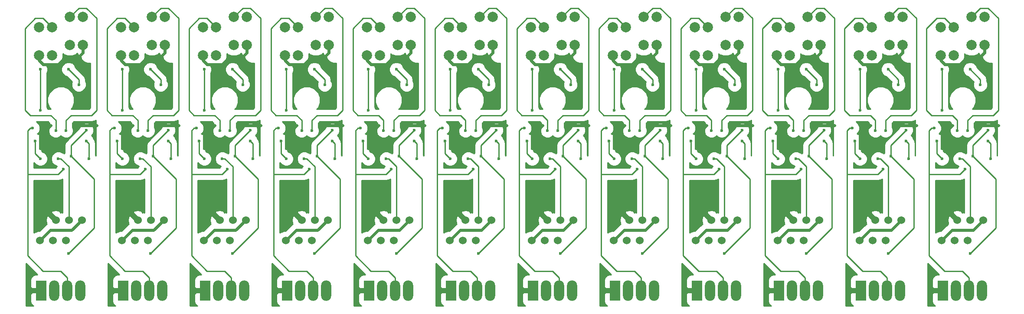
<source format=gbl>
G04 #@! TF.FileFunction,Copper,L2,Bot,Signal*
%FSLAX46Y46*%
G04 Gerber Fmt 4.6, Leading zero omitted, Abs format (unit mm)*
G04 Created by KiCad (PCBNEW 4.0.4-stable) date 03/22/17 00:45:14*
%MOMM*%
%LPD*%
G01*
G04 APERTURE LIST*
%ADD10C,0.100000*%
%ADD11C,2.000000*%
%ADD12C,1.524000*%
%ADD13R,2.000000X4.000000*%
%ADD14O,2.000000X4.000000*%
%ADD15C,0.600000*%
%ADD16C,0.600000*%
%ADD17C,0.250000*%
%ADD18C,0.254000*%
G04 APERTURE END LIST*
D10*
D11*
X61270000Y-126250000D03*
X58730000Y-126250000D03*
X58730000Y-131750000D03*
X61270000Y-131750000D03*
X64730000Y-124250000D03*
X67270000Y-124250000D03*
X67270000Y-129750000D03*
X64730000Y-129750000D03*
D12*
X64540000Y-164000000D03*
X67080000Y-164000000D03*
X62000000Y-164000000D03*
X61460000Y-168000000D03*
X58920000Y-168000000D03*
X64000000Y-168000000D03*
D13*
X59190000Y-177800000D03*
D14*
X61730000Y-177800000D03*
X64270000Y-177800000D03*
X66810000Y-177800000D03*
D13*
X75190000Y-177800000D03*
D14*
X77730000Y-177800000D03*
X80270000Y-177800000D03*
X82810000Y-177800000D03*
D12*
X77460000Y-168000000D03*
X74920000Y-168000000D03*
X80000000Y-168000000D03*
X80540000Y-164000000D03*
X83080000Y-164000000D03*
X78000000Y-164000000D03*
D11*
X80730000Y-124250000D03*
X83270000Y-124250000D03*
X83270000Y-129750000D03*
X80730000Y-129750000D03*
X77270000Y-126250000D03*
X74730000Y-126250000D03*
X74730000Y-131750000D03*
X77270000Y-131750000D03*
X109270000Y-126250000D03*
X106730000Y-126250000D03*
X106730000Y-131750000D03*
X109270000Y-131750000D03*
X112730000Y-124250000D03*
X115270000Y-124250000D03*
X115270000Y-129750000D03*
X112730000Y-129750000D03*
D12*
X112540000Y-164000000D03*
X115080000Y-164000000D03*
X110000000Y-164000000D03*
X109460000Y-168000000D03*
X106920000Y-168000000D03*
X112000000Y-168000000D03*
D13*
X107190000Y-177800000D03*
D14*
X109730000Y-177800000D03*
X112270000Y-177800000D03*
X114810000Y-177800000D03*
D13*
X91190000Y-177800000D03*
D14*
X93730000Y-177800000D03*
X96270000Y-177800000D03*
X98810000Y-177800000D03*
D12*
X93460000Y-168000000D03*
X90920000Y-168000000D03*
X96000000Y-168000000D03*
X96540000Y-164000000D03*
X99080000Y-164000000D03*
X94000000Y-164000000D03*
D11*
X96730000Y-124250000D03*
X99270000Y-124250000D03*
X99270000Y-129750000D03*
X96730000Y-129750000D03*
X93270000Y-126250000D03*
X90730000Y-126250000D03*
X90730000Y-131750000D03*
X93270000Y-131750000D03*
X189270000Y-126250000D03*
X186730000Y-126250000D03*
X186730000Y-131750000D03*
X189270000Y-131750000D03*
X192730000Y-124250000D03*
X195270000Y-124250000D03*
X195270000Y-129750000D03*
X192730000Y-129750000D03*
D12*
X192540000Y-164000000D03*
X195080000Y-164000000D03*
X190000000Y-164000000D03*
X189460000Y-168000000D03*
X186920000Y-168000000D03*
X192000000Y-168000000D03*
D13*
X187190000Y-177800000D03*
D14*
X189730000Y-177800000D03*
X192270000Y-177800000D03*
X194810000Y-177800000D03*
D13*
X203190000Y-177800000D03*
D14*
X205730000Y-177800000D03*
X208270000Y-177800000D03*
X210810000Y-177800000D03*
D12*
X205460000Y-168000000D03*
X202920000Y-168000000D03*
X208000000Y-168000000D03*
X208540000Y-164000000D03*
X211080000Y-164000000D03*
X206000000Y-164000000D03*
D11*
X208730000Y-124250000D03*
X211270000Y-124250000D03*
X211270000Y-129750000D03*
X208730000Y-129750000D03*
X205270000Y-126250000D03*
X202730000Y-126250000D03*
X202730000Y-131750000D03*
X205270000Y-131750000D03*
X237270000Y-126250000D03*
X234730000Y-126250000D03*
X234730000Y-131750000D03*
X237270000Y-131750000D03*
X240730000Y-124250000D03*
X243270000Y-124250000D03*
X243270000Y-129750000D03*
X240730000Y-129750000D03*
D12*
X240540000Y-164000000D03*
X243080000Y-164000000D03*
X238000000Y-164000000D03*
X237460000Y-168000000D03*
X234920000Y-168000000D03*
X240000000Y-168000000D03*
D13*
X235190000Y-177800000D03*
D14*
X237730000Y-177800000D03*
X240270000Y-177800000D03*
X242810000Y-177800000D03*
D13*
X219190000Y-177800000D03*
D14*
X221730000Y-177800000D03*
X224270000Y-177800000D03*
X226810000Y-177800000D03*
D12*
X221460000Y-168000000D03*
X218920000Y-168000000D03*
X224000000Y-168000000D03*
X224540000Y-164000000D03*
X227080000Y-164000000D03*
X222000000Y-164000000D03*
D11*
X224730000Y-124250000D03*
X227270000Y-124250000D03*
X227270000Y-129750000D03*
X224730000Y-129750000D03*
X221270000Y-126250000D03*
X218730000Y-126250000D03*
X218730000Y-131750000D03*
X221270000Y-131750000D03*
X157270000Y-126250000D03*
X154730000Y-126250000D03*
X154730000Y-131750000D03*
X157270000Y-131750000D03*
X160730000Y-124250000D03*
X163270000Y-124250000D03*
X163270000Y-129750000D03*
X160730000Y-129750000D03*
D12*
X160540000Y-164000000D03*
X163080000Y-164000000D03*
X158000000Y-164000000D03*
X157460000Y-168000000D03*
X154920000Y-168000000D03*
X160000000Y-168000000D03*
D13*
X155190000Y-177800000D03*
D14*
X157730000Y-177800000D03*
X160270000Y-177800000D03*
X162810000Y-177800000D03*
D13*
X171190000Y-177800000D03*
D14*
X173730000Y-177800000D03*
X176270000Y-177800000D03*
X178810000Y-177800000D03*
D12*
X173460000Y-168000000D03*
X170920000Y-168000000D03*
X176000000Y-168000000D03*
X176540000Y-164000000D03*
X179080000Y-164000000D03*
X174000000Y-164000000D03*
D11*
X176730000Y-124250000D03*
X179270000Y-124250000D03*
X179270000Y-129750000D03*
X176730000Y-129750000D03*
X173270000Y-126250000D03*
X170730000Y-126250000D03*
X170730000Y-131750000D03*
X173270000Y-131750000D03*
X141270000Y-126250000D03*
X138730000Y-126250000D03*
X138730000Y-131750000D03*
X141270000Y-131750000D03*
X144730000Y-124250000D03*
X147270000Y-124250000D03*
X147270000Y-129750000D03*
X144730000Y-129750000D03*
D12*
X144540000Y-164000000D03*
X147080000Y-164000000D03*
X142000000Y-164000000D03*
X141460000Y-168000000D03*
X138920000Y-168000000D03*
X144000000Y-168000000D03*
D13*
X139190000Y-177800000D03*
D14*
X141730000Y-177800000D03*
X144270000Y-177800000D03*
X146810000Y-177800000D03*
D13*
X123190000Y-177800000D03*
D14*
X125730000Y-177800000D03*
X128270000Y-177800000D03*
X130810000Y-177800000D03*
D12*
X125460000Y-168000000D03*
X122920000Y-168000000D03*
X128000000Y-168000000D03*
X128540000Y-164000000D03*
X131080000Y-164000000D03*
X126000000Y-164000000D03*
D11*
X128730000Y-124250000D03*
X131270000Y-124250000D03*
X131270000Y-129750000D03*
X128730000Y-129750000D03*
X125270000Y-126250000D03*
X122730000Y-126250000D03*
X122730000Y-131750000D03*
X125270000Y-131750000D03*
D15*
X65500000Y-145500000D03*
X70000000Y-145500000D03*
X61000000Y-145500000D03*
X59000000Y-150000000D03*
X75000000Y-150000000D03*
X77000000Y-145500000D03*
X86000000Y-145500000D03*
X81500000Y-145500000D03*
X113500000Y-145500000D03*
X118000000Y-145500000D03*
X109000000Y-145500000D03*
X107000000Y-150000000D03*
X91000000Y-150000000D03*
X93000000Y-145500000D03*
X102000000Y-145500000D03*
X97500000Y-145500000D03*
X193500000Y-145500000D03*
X198000000Y-145500000D03*
X189000000Y-145500000D03*
X187000000Y-150000000D03*
X203000000Y-150000000D03*
X205000000Y-145500000D03*
X214000000Y-145500000D03*
X209500000Y-145500000D03*
X241500000Y-145500000D03*
X246000000Y-145500000D03*
X237000000Y-145500000D03*
X235000000Y-150000000D03*
X219000000Y-150000000D03*
X221000000Y-145500000D03*
X230000000Y-145500000D03*
X225500000Y-145500000D03*
X161500000Y-145500000D03*
X166000000Y-145500000D03*
X157000000Y-145500000D03*
X155000000Y-150000000D03*
X171000000Y-150000000D03*
X173000000Y-145500000D03*
X182000000Y-145500000D03*
X177500000Y-145500000D03*
X145500000Y-145500000D03*
X150000000Y-145500000D03*
X141000000Y-145500000D03*
X139000000Y-150000000D03*
X123000000Y-150000000D03*
X125000000Y-145500000D03*
X134000000Y-145500000D03*
X129500000Y-145500000D03*
X64500000Y-134500000D03*
X66500000Y-137500000D03*
X82500000Y-137500000D03*
X80500000Y-134500000D03*
X112500000Y-134500000D03*
X114500000Y-137500000D03*
X98500000Y-137500000D03*
X96500000Y-134500000D03*
X192500000Y-134500000D03*
X194500000Y-137500000D03*
X210500000Y-137500000D03*
X208500000Y-134500000D03*
X240500000Y-134500000D03*
X242500000Y-137500000D03*
X226500000Y-137500000D03*
X224500000Y-134500000D03*
X160500000Y-134500000D03*
X162500000Y-137500000D03*
X178500000Y-137500000D03*
X176500000Y-134500000D03*
X144500000Y-134500000D03*
X146500000Y-137500000D03*
X130500000Y-137500000D03*
X128500000Y-134500000D03*
X59000000Y-134500000D03*
X59000000Y-142500000D03*
X75000000Y-142500000D03*
X75000000Y-134500000D03*
X107000000Y-134500000D03*
X107000000Y-142500000D03*
X91000000Y-142500000D03*
X91000000Y-134500000D03*
X187000000Y-134500000D03*
X187000000Y-142500000D03*
X203000000Y-142500000D03*
X203000000Y-134500000D03*
X235000000Y-134500000D03*
X235000000Y-142500000D03*
X219000000Y-142500000D03*
X219000000Y-134500000D03*
X155000000Y-134500000D03*
X155000000Y-142500000D03*
X171000000Y-142500000D03*
X171000000Y-134500000D03*
X139000000Y-134500000D03*
X139000000Y-142500000D03*
X123000000Y-142500000D03*
X123000000Y-134500000D03*
X68000000Y-148500000D03*
X68500000Y-152000000D03*
X84500000Y-152000000D03*
X84000000Y-148500000D03*
X116000000Y-148500000D03*
X116500000Y-152000000D03*
X100500000Y-152000000D03*
X100000000Y-148500000D03*
X196000000Y-148500000D03*
X196500000Y-152000000D03*
X212500000Y-152000000D03*
X212000000Y-148500000D03*
X244000000Y-148500000D03*
X244500000Y-152000000D03*
X228500000Y-152000000D03*
X228000000Y-148500000D03*
X164000000Y-148500000D03*
X164500000Y-152000000D03*
X180500000Y-152000000D03*
X180000000Y-148500000D03*
X148000000Y-148500000D03*
X148500000Y-152000000D03*
X132500000Y-152000000D03*
X132000000Y-148500000D03*
X59000000Y-152000000D03*
X58000000Y-148500000D03*
X74000000Y-148500000D03*
X75000000Y-152000000D03*
X107000000Y-152000000D03*
X106000000Y-148500000D03*
X90000000Y-148500000D03*
X91000000Y-152000000D03*
X187000000Y-152000000D03*
X186000000Y-148500000D03*
X202000000Y-148500000D03*
X203000000Y-152000000D03*
X235000000Y-152000000D03*
X234000000Y-148500000D03*
X218000000Y-148500000D03*
X219000000Y-152000000D03*
X155000000Y-152000000D03*
X154000000Y-148500000D03*
X170000000Y-148500000D03*
X171000000Y-152000000D03*
X139000000Y-152000000D03*
X138000000Y-148500000D03*
X122000000Y-148500000D03*
X123000000Y-152000000D03*
X68000000Y-146400000D03*
X65000000Y-151500000D03*
X64500000Y-170500000D03*
X80500000Y-170500000D03*
X81000000Y-151500000D03*
X84000000Y-146400000D03*
X116000000Y-146400000D03*
X113000000Y-151500000D03*
X112500000Y-170500000D03*
X96500000Y-170500000D03*
X97000000Y-151500000D03*
X100000000Y-146400000D03*
X196000000Y-146400000D03*
X193000000Y-151500000D03*
X192500000Y-170500000D03*
X208500000Y-170500000D03*
X209000000Y-151500000D03*
X212000000Y-146400000D03*
X244000000Y-146400000D03*
X241000000Y-151500000D03*
X240500000Y-170500000D03*
X224500000Y-170500000D03*
X225000000Y-151500000D03*
X228000000Y-146400000D03*
X164000000Y-146400000D03*
X161000000Y-151500000D03*
X160500000Y-170500000D03*
X176500000Y-170500000D03*
X177000000Y-151500000D03*
X180000000Y-146400000D03*
X148000000Y-146400000D03*
X145000000Y-151500000D03*
X144500000Y-170500000D03*
X128500000Y-170500000D03*
X129000000Y-151500000D03*
X132000000Y-146400000D03*
X57500000Y-146000000D03*
X63500000Y-154000000D03*
X79500000Y-154000000D03*
X73500000Y-146000000D03*
X105500000Y-146000000D03*
X111500000Y-154000000D03*
X95500000Y-154000000D03*
X89500000Y-146000000D03*
X185500000Y-146000000D03*
X191500000Y-154000000D03*
X207500000Y-154000000D03*
X201500000Y-146000000D03*
X233500000Y-146000000D03*
X239500000Y-154000000D03*
X223500000Y-154000000D03*
X217500000Y-146000000D03*
X153500000Y-146000000D03*
X159500000Y-154000000D03*
X175500000Y-154000000D03*
X169500000Y-146000000D03*
X137500000Y-146000000D03*
X143500000Y-154000000D03*
X127500000Y-154000000D03*
X121500000Y-146000000D03*
X64000000Y-146500000D03*
X80000000Y-146500000D03*
X112000000Y-146500000D03*
X96000000Y-146500000D03*
X192000000Y-146500000D03*
X208000000Y-146500000D03*
X240000000Y-146500000D03*
X224000000Y-146500000D03*
X160000000Y-146500000D03*
X176000000Y-146500000D03*
X144000000Y-146500000D03*
X128000000Y-146500000D03*
X62000000Y-146500000D03*
X78000000Y-146500000D03*
X110000000Y-146500000D03*
X94000000Y-146500000D03*
X190000000Y-146500000D03*
X206000000Y-146500000D03*
X238000000Y-146500000D03*
X222000000Y-146500000D03*
X158000000Y-146500000D03*
X174000000Y-146500000D03*
X142000000Y-146500000D03*
X126000000Y-146500000D03*
X62500000Y-152000000D03*
X78500000Y-152000000D03*
X110500000Y-152000000D03*
X94500000Y-152000000D03*
X190500000Y-152000000D03*
X206500000Y-152000000D03*
X238500000Y-152000000D03*
X222500000Y-152000000D03*
X158500000Y-152000000D03*
X174500000Y-152000000D03*
X142500000Y-152000000D03*
X126500000Y-152000000D03*
D16*
X65500000Y-145500000D02*
X70000000Y-145500000D01*
X61000000Y-145500000D02*
X59000000Y-147500000D01*
X59000000Y-147500000D02*
X59000000Y-150000000D01*
X75000000Y-147500000D02*
X75000000Y-150000000D01*
X77000000Y-145500000D02*
X75000000Y-147500000D01*
X81500000Y-145500000D02*
X86000000Y-145500000D01*
X113500000Y-145500000D02*
X118000000Y-145500000D01*
X109000000Y-145500000D02*
X107000000Y-147500000D01*
X107000000Y-147500000D02*
X107000000Y-150000000D01*
X91000000Y-147500000D02*
X91000000Y-150000000D01*
X93000000Y-145500000D02*
X91000000Y-147500000D01*
X97500000Y-145500000D02*
X102000000Y-145500000D01*
X193500000Y-145500000D02*
X198000000Y-145500000D01*
X189000000Y-145500000D02*
X187000000Y-147500000D01*
X187000000Y-147500000D02*
X187000000Y-150000000D01*
X203000000Y-147500000D02*
X203000000Y-150000000D01*
X205000000Y-145500000D02*
X203000000Y-147500000D01*
X209500000Y-145500000D02*
X214000000Y-145500000D01*
X241500000Y-145500000D02*
X246000000Y-145500000D01*
X237000000Y-145500000D02*
X235000000Y-147500000D01*
X235000000Y-147500000D02*
X235000000Y-150000000D01*
X219000000Y-147500000D02*
X219000000Y-150000000D01*
X221000000Y-145500000D02*
X219000000Y-147500000D01*
X225500000Y-145500000D02*
X230000000Y-145500000D01*
X161500000Y-145500000D02*
X166000000Y-145500000D01*
X157000000Y-145500000D02*
X155000000Y-147500000D01*
X155000000Y-147500000D02*
X155000000Y-150000000D01*
X171000000Y-147500000D02*
X171000000Y-150000000D01*
X173000000Y-145500000D02*
X171000000Y-147500000D01*
X177500000Y-145500000D02*
X182000000Y-145500000D01*
X145500000Y-145500000D02*
X150000000Y-145500000D01*
X141000000Y-145500000D02*
X139000000Y-147500000D01*
X139000000Y-147500000D02*
X139000000Y-150000000D01*
X123000000Y-147500000D02*
X123000000Y-150000000D01*
X125000000Y-145500000D02*
X123000000Y-147500000D01*
X129500000Y-145500000D02*
X134000000Y-145500000D01*
X65080000Y-166000000D02*
X60920000Y-166000000D01*
X60920000Y-166000000D02*
X58920000Y-168000000D01*
X67080000Y-164000000D02*
X65080000Y-166000000D01*
X62500000Y-133500000D02*
X59500000Y-133500000D01*
X64000000Y-132000000D02*
X62500000Y-133500000D01*
X67270000Y-131230000D02*
X66500000Y-132000000D01*
X66500000Y-132000000D02*
X64000000Y-132000000D01*
X67270000Y-129750000D02*
X67270000Y-131230000D01*
X58730000Y-132730000D02*
X58730000Y-131750000D01*
X59500000Y-133500000D02*
X58730000Y-132730000D01*
X75500000Y-133500000D02*
X74730000Y-132730000D01*
X74730000Y-132730000D02*
X74730000Y-131750000D01*
X83270000Y-129750000D02*
X83270000Y-131230000D01*
X82500000Y-132000000D02*
X80000000Y-132000000D01*
X83270000Y-131230000D02*
X82500000Y-132000000D01*
X80000000Y-132000000D02*
X78500000Y-133500000D01*
X78500000Y-133500000D02*
X75500000Y-133500000D01*
X83080000Y-164000000D02*
X81080000Y-166000000D01*
X76920000Y-166000000D02*
X74920000Y-168000000D01*
X81080000Y-166000000D02*
X76920000Y-166000000D01*
X113080000Y-166000000D02*
X108920000Y-166000000D01*
X108920000Y-166000000D02*
X106920000Y-168000000D01*
X115080000Y-164000000D02*
X113080000Y-166000000D01*
X110500000Y-133500000D02*
X107500000Y-133500000D01*
X112000000Y-132000000D02*
X110500000Y-133500000D01*
X115270000Y-131230000D02*
X114500000Y-132000000D01*
X114500000Y-132000000D02*
X112000000Y-132000000D01*
X115270000Y-129750000D02*
X115270000Y-131230000D01*
X106730000Y-132730000D02*
X106730000Y-131750000D01*
X107500000Y-133500000D02*
X106730000Y-132730000D01*
X91500000Y-133500000D02*
X90730000Y-132730000D01*
X90730000Y-132730000D02*
X90730000Y-131750000D01*
X99270000Y-129750000D02*
X99270000Y-131230000D01*
X98500000Y-132000000D02*
X96000000Y-132000000D01*
X99270000Y-131230000D02*
X98500000Y-132000000D01*
X96000000Y-132000000D02*
X94500000Y-133500000D01*
X94500000Y-133500000D02*
X91500000Y-133500000D01*
X99080000Y-164000000D02*
X97080000Y-166000000D01*
X92920000Y-166000000D02*
X90920000Y-168000000D01*
X97080000Y-166000000D02*
X92920000Y-166000000D01*
X193080000Y-166000000D02*
X188920000Y-166000000D01*
X188920000Y-166000000D02*
X186920000Y-168000000D01*
X195080000Y-164000000D02*
X193080000Y-166000000D01*
X190500000Y-133500000D02*
X187500000Y-133500000D01*
X192000000Y-132000000D02*
X190500000Y-133500000D01*
X195270000Y-131230000D02*
X194500000Y-132000000D01*
X194500000Y-132000000D02*
X192000000Y-132000000D01*
X195270000Y-129750000D02*
X195270000Y-131230000D01*
X186730000Y-132730000D02*
X186730000Y-131750000D01*
X187500000Y-133500000D02*
X186730000Y-132730000D01*
X203500000Y-133500000D02*
X202730000Y-132730000D01*
X202730000Y-132730000D02*
X202730000Y-131750000D01*
X211270000Y-129750000D02*
X211270000Y-131230000D01*
X210500000Y-132000000D02*
X208000000Y-132000000D01*
X211270000Y-131230000D02*
X210500000Y-132000000D01*
X208000000Y-132000000D02*
X206500000Y-133500000D01*
X206500000Y-133500000D02*
X203500000Y-133500000D01*
X211080000Y-164000000D02*
X209080000Y-166000000D01*
X204920000Y-166000000D02*
X202920000Y-168000000D01*
X209080000Y-166000000D02*
X204920000Y-166000000D01*
X241080000Y-166000000D02*
X236920000Y-166000000D01*
X236920000Y-166000000D02*
X234920000Y-168000000D01*
X243080000Y-164000000D02*
X241080000Y-166000000D01*
X238500000Y-133500000D02*
X235500000Y-133500000D01*
X240000000Y-132000000D02*
X238500000Y-133500000D01*
X243270000Y-131230000D02*
X242500000Y-132000000D01*
X242500000Y-132000000D02*
X240000000Y-132000000D01*
X243270000Y-129750000D02*
X243270000Y-131230000D01*
X234730000Y-132730000D02*
X234730000Y-131750000D01*
X235500000Y-133500000D02*
X234730000Y-132730000D01*
X219500000Y-133500000D02*
X218730000Y-132730000D01*
X218730000Y-132730000D02*
X218730000Y-131750000D01*
X227270000Y-129750000D02*
X227270000Y-131230000D01*
X226500000Y-132000000D02*
X224000000Y-132000000D01*
X227270000Y-131230000D02*
X226500000Y-132000000D01*
X224000000Y-132000000D02*
X222500000Y-133500000D01*
X222500000Y-133500000D02*
X219500000Y-133500000D01*
X227080000Y-164000000D02*
X225080000Y-166000000D01*
X220920000Y-166000000D02*
X218920000Y-168000000D01*
X225080000Y-166000000D02*
X220920000Y-166000000D01*
X161080000Y-166000000D02*
X156920000Y-166000000D01*
X156920000Y-166000000D02*
X154920000Y-168000000D01*
X163080000Y-164000000D02*
X161080000Y-166000000D01*
X158500000Y-133500000D02*
X155500000Y-133500000D01*
X160000000Y-132000000D02*
X158500000Y-133500000D01*
X163270000Y-131230000D02*
X162500000Y-132000000D01*
X162500000Y-132000000D02*
X160000000Y-132000000D01*
X163270000Y-129750000D02*
X163270000Y-131230000D01*
X154730000Y-132730000D02*
X154730000Y-131750000D01*
X155500000Y-133500000D02*
X154730000Y-132730000D01*
X171500000Y-133500000D02*
X170730000Y-132730000D01*
X170730000Y-132730000D02*
X170730000Y-131750000D01*
X179270000Y-129750000D02*
X179270000Y-131230000D01*
X178500000Y-132000000D02*
X176000000Y-132000000D01*
X179270000Y-131230000D02*
X178500000Y-132000000D01*
X176000000Y-132000000D02*
X174500000Y-133500000D01*
X174500000Y-133500000D02*
X171500000Y-133500000D01*
X179080000Y-164000000D02*
X177080000Y-166000000D01*
X172920000Y-166000000D02*
X170920000Y-168000000D01*
X177080000Y-166000000D02*
X172920000Y-166000000D01*
X145080000Y-166000000D02*
X140920000Y-166000000D01*
X140920000Y-166000000D02*
X138920000Y-168000000D01*
X147080000Y-164000000D02*
X145080000Y-166000000D01*
X142500000Y-133500000D02*
X139500000Y-133500000D01*
X144000000Y-132000000D02*
X142500000Y-133500000D01*
X147270000Y-131230000D02*
X146500000Y-132000000D01*
X146500000Y-132000000D02*
X144000000Y-132000000D01*
X147270000Y-129750000D02*
X147270000Y-131230000D01*
X138730000Y-132730000D02*
X138730000Y-131750000D01*
X139500000Y-133500000D02*
X138730000Y-132730000D01*
X123500000Y-133500000D02*
X122730000Y-132730000D01*
X122730000Y-132730000D02*
X122730000Y-131750000D01*
X131270000Y-129750000D02*
X131270000Y-131230000D01*
X130500000Y-132000000D02*
X128000000Y-132000000D01*
X131270000Y-131230000D02*
X130500000Y-132000000D01*
X128000000Y-132000000D02*
X126500000Y-133500000D01*
X126500000Y-133500000D02*
X123500000Y-133500000D01*
X131080000Y-164000000D02*
X129080000Y-166000000D01*
X124920000Y-166000000D02*
X122920000Y-168000000D01*
X129080000Y-166000000D02*
X124920000Y-166000000D01*
D17*
X64500000Y-134500000D02*
X66500000Y-136500000D01*
X66500000Y-136500000D02*
X66500000Y-137500000D01*
X82500000Y-136500000D02*
X82500000Y-137500000D01*
X80500000Y-134500000D02*
X82500000Y-136500000D01*
X112500000Y-134500000D02*
X114500000Y-136500000D01*
X114500000Y-136500000D02*
X114500000Y-137500000D01*
X98500000Y-136500000D02*
X98500000Y-137500000D01*
X96500000Y-134500000D02*
X98500000Y-136500000D01*
X192500000Y-134500000D02*
X194500000Y-136500000D01*
X194500000Y-136500000D02*
X194500000Y-137500000D01*
X210500000Y-136500000D02*
X210500000Y-137500000D01*
X208500000Y-134500000D02*
X210500000Y-136500000D01*
X240500000Y-134500000D02*
X242500000Y-136500000D01*
X242500000Y-136500000D02*
X242500000Y-137500000D01*
X226500000Y-136500000D02*
X226500000Y-137500000D01*
X224500000Y-134500000D02*
X226500000Y-136500000D01*
X160500000Y-134500000D02*
X162500000Y-136500000D01*
X162500000Y-136500000D02*
X162500000Y-137500000D01*
X178500000Y-136500000D02*
X178500000Y-137500000D01*
X176500000Y-134500000D02*
X178500000Y-136500000D01*
X144500000Y-134500000D02*
X146500000Y-136500000D01*
X146500000Y-136500000D02*
X146500000Y-137500000D01*
X130500000Y-136500000D02*
X130500000Y-137500000D01*
X128500000Y-134500000D02*
X130500000Y-136500000D01*
X59000000Y-134500000D02*
X59000000Y-142500000D01*
X75000000Y-134500000D02*
X75000000Y-142500000D01*
X107000000Y-134500000D02*
X107000000Y-142500000D01*
X91000000Y-134500000D02*
X91000000Y-142500000D01*
X187000000Y-134500000D02*
X187000000Y-142500000D01*
X203000000Y-134500000D02*
X203000000Y-142500000D01*
X235000000Y-134500000D02*
X235000000Y-142500000D01*
X219000000Y-134500000D02*
X219000000Y-142500000D01*
X155000000Y-134500000D02*
X155000000Y-142500000D01*
X171000000Y-134500000D02*
X171000000Y-142500000D01*
X139000000Y-134500000D02*
X139000000Y-142500000D01*
X123000000Y-134500000D02*
X123000000Y-142500000D01*
X68000000Y-148500000D02*
X68500000Y-149000000D01*
X68500000Y-149000000D02*
X68500000Y-152000000D01*
X84500000Y-149000000D02*
X84500000Y-152000000D01*
X84000000Y-148500000D02*
X84500000Y-149000000D01*
X116000000Y-148500000D02*
X116500000Y-149000000D01*
X116500000Y-149000000D02*
X116500000Y-152000000D01*
X100500000Y-149000000D02*
X100500000Y-152000000D01*
X100000000Y-148500000D02*
X100500000Y-149000000D01*
X196000000Y-148500000D02*
X196500000Y-149000000D01*
X196500000Y-149000000D02*
X196500000Y-152000000D01*
X212500000Y-149000000D02*
X212500000Y-152000000D01*
X212000000Y-148500000D02*
X212500000Y-149000000D01*
X244000000Y-148500000D02*
X244500000Y-149000000D01*
X244500000Y-149000000D02*
X244500000Y-152000000D01*
X228500000Y-149000000D02*
X228500000Y-152000000D01*
X228000000Y-148500000D02*
X228500000Y-149000000D01*
X164000000Y-148500000D02*
X164500000Y-149000000D01*
X164500000Y-149000000D02*
X164500000Y-152000000D01*
X180500000Y-149000000D02*
X180500000Y-152000000D01*
X180000000Y-148500000D02*
X180500000Y-149000000D01*
X148000000Y-148500000D02*
X148500000Y-149000000D01*
X148500000Y-149000000D02*
X148500000Y-152000000D01*
X132500000Y-149000000D02*
X132500000Y-152000000D01*
X132000000Y-148500000D02*
X132500000Y-149000000D01*
X58000000Y-148500000D02*
X58000000Y-151000000D01*
X58000000Y-151000000D02*
X59000000Y-152000000D01*
X74000000Y-151000000D02*
X75000000Y-152000000D01*
X74000000Y-148500000D02*
X74000000Y-151000000D01*
X106000000Y-148500000D02*
X106000000Y-151000000D01*
X106000000Y-151000000D02*
X107000000Y-152000000D01*
X90000000Y-151000000D02*
X91000000Y-152000000D01*
X90000000Y-148500000D02*
X90000000Y-151000000D01*
X186000000Y-148500000D02*
X186000000Y-151000000D01*
X186000000Y-151000000D02*
X187000000Y-152000000D01*
X202000000Y-151000000D02*
X203000000Y-152000000D01*
X202000000Y-148500000D02*
X202000000Y-151000000D01*
X234000000Y-148500000D02*
X234000000Y-151000000D01*
X234000000Y-151000000D02*
X235000000Y-152000000D01*
X218000000Y-151000000D02*
X219000000Y-152000000D01*
X218000000Y-148500000D02*
X218000000Y-151000000D01*
X154000000Y-148500000D02*
X154000000Y-151000000D01*
X154000000Y-151000000D02*
X155000000Y-152000000D01*
X170000000Y-151000000D02*
X171000000Y-152000000D01*
X170000000Y-148500000D02*
X170000000Y-151000000D01*
X138000000Y-148500000D02*
X138000000Y-151000000D01*
X138000000Y-151000000D02*
X139000000Y-152000000D01*
X122000000Y-151000000D02*
X123000000Y-152000000D01*
X122000000Y-148500000D02*
X122000000Y-151000000D01*
X68000000Y-146400000D02*
X65000000Y-149400000D01*
X65000000Y-149400000D02*
X65000000Y-151500000D01*
X69500000Y-165500000D02*
X64500000Y-170500000D01*
X65000000Y-151500000D02*
X69500000Y-156000000D01*
X69500000Y-156000000D02*
X69500000Y-165500000D01*
X85500000Y-156000000D02*
X85500000Y-165500000D01*
X81000000Y-151500000D02*
X85500000Y-156000000D01*
X85500000Y-165500000D02*
X80500000Y-170500000D01*
X81000000Y-149400000D02*
X81000000Y-151500000D01*
X84000000Y-146400000D02*
X81000000Y-149400000D01*
X116000000Y-146400000D02*
X113000000Y-149400000D01*
X113000000Y-149400000D02*
X113000000Y-151500000D01*
X117500000Y-165500000D02*
X112500000Y-170500000D01*
X113000000Y-151500000D02*
X117500000Y-156000000D01*
X117500000Y-156000000D02*
X117500000Y-165500000D01*
X101500000Y-156000000D02*
X101500000Y-165500000D01*
X97000000Y-151500000D02*
X101500000Y-156000000D01*
X101500000Y-165500000D02*
X96500000Y-170500000D01*
X97000000Y-149400000D02*
X97000000Y-151500000D01*
X100000000Y-146400000D02*
X97000000Y-149400000D01*
X196000000Y-146400000D02*
X193000000Y-149400000D01*
X193000000Y-149400000D02*
X193000000Y-151500000D01*
X197500000Y-165500000D02*
X192500000Y-170500000D01*
X193000000Y-151500000D02*
X197500000Y-156000000D01*
X197500000Y-156000000D02*
X197500000Y-165500000D01*
X213500000Y-156000000D02*
X213500000Y-165500000D01*
X209000000Y-151500000D02*
X213500000Y-156000000D01*
X213500000Y-165500000D02*
X208500000Y-170500000D01*
X209000000Y-149400000D02*
X209000000Y-151500000D01*
X212000000Y-146400000D02*
X209000000Y-149400000D01*
X244000000Y-146400000D02*
X241000000Y-149400000D01*
X241000000Y-149400000D02*
X241000000Y-151500000D01*
X245500000Y-165500000D02*
X240500000Y-170500000D01*
X241000000Y-151500000D02*
X245500000Y-156000000D01*
X245500000Y-156000000D02*
X245500000Y-165500000D01*
X229500000Y-156000000D02*
X229500000Y-165500000D01*
X225000000Y-151500000D02*
X229500000Y-156000000D01*
X229500000Y-165500000D02*
X224500000Y-170500000D01*
X225000000Y-149400000D02*
X225000000Y-151500000D01*
X228000000Y-146400000D02*
X225000000Y-149400000D01*
X164000000Y-146400000D02*
X161000000Y-149400000D01*
X161000000Y-149400000D02*
X161000000Y-151500000D01*
X165500000Y-165500000D02*
X160500000Y-170500000D01*
X161000000Y-151500000D02*
X165500000Y-156000000D01*
X165500000Y-156000000D02*
X165500000Y-165500000D01*
X181500000Y-156000000D02*
X181500000Y-165500000D01*
X177000000Y-151500000D02*
X181500000Y-156000000D01*
X181500000Y-165500000D02*
X176500000Y-170500000D01*
X177000000Y-149400000D02*
X177000000Y-151500000D01*
X180000000Y-146400000D02*
X177000000Y-149400000D01*
X148000000Y-146400000D02*
X145000000Y-149400000D01*
X145000000Y-149400000D02*
X145000000Y-151500000D01*
X149500000Y-165500000D02*
X144500000Y-170500000D01*
X145000000Y-151500000D02*
X149500000Y-156000000D01*
X149500000Y-156000000D02*
X149500000Y-165500000D01*
X133500000Y-156000000D02*
X133500000Y-165500000D01*
X129000000Y-151500000D02*
X133500000Y-156000000D01*
X133500000Y-165500000D02*
X128500000Y-170500000D01*
X129000000Y-149400000D02*
X129000000Y-151500000D01*
X132000000Y-146400000D02*
X129000000Y-149400000D01*
X57500000Y-146000000D02*
X57000000Y-146000000D01*
X57000000Y-146000000D02*
X56500000Y-146500000D01*
X56500000Y-146500000D02*
X56500000Y-155000000D01*
X62500000Y-155000000D02*
X63500000Y-154000000D01*
X56500000Y-155000000D02*
X62500000Y-155000000D01*
X63000000Y-174000000D02*
X64270000Y-175270000D01*
X59500000Y-174000000D02*
X63000000Y-174000000D01*
X56500000Y-171000000D02*
X59500000Y-174000000D01*
X56500000Y-155000000D02*
X56500000Y-171000000D01*
X64270000Y-175270000D02*
X64270000Y-177800000D01*
X80270000Y-175270000D02*
X80270000Y-177800000D01*
X72500000Y-155000000D02*
X72500000Y-171000000D01*
X72500000Y-171000000D02*
X75500000Y-174000000D01*
X75500000Y-174000000D02*
X79000000Y-174000000D01*
X79000000Y-174000000D02*
X80270000Y-175270000D01*
X72500000Y-155000000D02*
X78500000Y-155000000D01*
X78500000Y-155000000D02*
X79500000Y-154000000D01*
X72500000Y-146500000D02*
X72500000Y-155000000D01*
X73000000Y-146000000D02*
X72500000Y-146500000D01*
X73500000Y-146000000D02*
X73000000Y-146000000D01*
X105500000Y-146000000D02*
X105000000Y-146000000D01*
X105000000Y-146000000D02*
X104500000Y-146500000D01*
X104500000Y-146500000D02*
X104500000Y-155000000D01*
X110500000Y-155000000D02*
X111500000Y-154000000D01*
X104500000Y-155000000D02*
X110500000Y-155000000D01*
X111000000Y-174000000D02*
X112270000Y-175270000D01*
X107500000Y-174000000D02*
X111000000Y-174000000D01*
X104500000Y-171000000D02*
X107500000Y-174000000D01*
X104500000Y-155000000D02*
X104500000Y-171000000D01*
X112270000Y-175270000D02*
X112270000Y-177800000D01*
X96270000Y-175270000D02*
X96270000Y-177800000D01*
X88500000Y-155000000D02*
X88500000Y-171000000D01*
X88500000Y-171000000D02*
X91500000Y-174000000D01*
X91500000Y-174000000D02*
X95000000Y-174000000D01*
X95000000Y-174000000D02*
X96270000Y-175270000D01*
X88500000Y-155000000D02*
X94500000Y-155000000D01*
X94500000Y-155000000D02*
X95500000Y-154000000D01*
X88500000Y-146500000D02*
X88500000Y-155000000D01*
X89000000Y-146000000D02*
X88500000Y-146500000D01*
X89500000Y-146000000D02*
X89000000Y-146000000D01*
X185500000Y-146000000D02*
X185000000Y-146000000D01*
X185000000Y-146000000D02*
X184500000Y-146500000D01*
X184500000Y-146500000D02*
X184500000Y-155000000D01*
X190500000Y-155000000D02*
X191500000Y-154000000D01*
X184500000Y-155000000D02*
X190500000Y-155000000D01*
X191000000Y-174000000D02*
X192270000Y-175270000D01*
X187500000Y-174000000D02*
X191000000Y-174000000D01*
X184500000Y-171000000D02*
X187500000Y-174000000D01*
X184500000Y-155000000D02*
X184500000Y-171000000D01*
X192270000Y-175270000D02*
X192270000Y-177800000D01*
X208270000Y-175270000D02*
X208270000Y-177800000D01*
X200500000Y-155000000D02*
X200500000Y-171000000D01*
X200500000Y-171000000D02*
X203500000Y-174000000D01*
X203500000Y-174000000D02*
X207000000Y-174000000D01*
X207000000Y-174000000D02*
X208270000Y-175270000D01*
X200500000Y-155000000D02*
X206500000Y-155000000D01*
X206500000Y-155000000D02*
X207500000Y-154000000D01*
X200500000Y-146500000D02*
X200500000Y-155000000D01*
X201000000Y-146000000D02*
X200500000Y-146500000D01*
X201500000Y-146000000D02*
X201000000Y-146000000D01*
X233500000Y-146000000D02*
X233000000Y-146000000D01*
X233000000Y-146000000D02*
X232500000Y-146500000D01*
X232500000Y-146500000D02*
X232500000Y-155000000D01*
X238500000Y-155000000D02*
X239500000Y-154000000D01*
X232500000Y-155000000D02*
X238500000Y-155000000D01*
X239000000Y-174000000D02*
X240270000Y-175270000D01*
X235500000Y-174000000D02*
X239000000Y-174000000D01*
X232500000Y-171000000D02*
X235500000Y-174000000D01*
X232500000Y-155000000D02*
X232500000Y-171000000D01*
X240270000Y-175270000D02*
X240270000Y-177800000D01*
X224270000Y-175270000D02*
X224270000Y-177800000D01*
X216500000Y-155000000D02*
X216500000Y-171000000D01*
X216500000Y-171000000D02*
X219500000Y-174000000D01*
X219500000Y-174000000D02*
X223000000Y-174000000D01*
X223000000Y-174000000D02*
X224270000Y-175270000D01*
X216500000Y-155000000D02*
X222500000Y-155000000D01*
X222500000Y-155000000D02*
X223500000Y-154000000D01*
X216500000Y-146500000D02*
X216500000Y-155000000D01*
X217000000Y-146000000D02*
X216500000Y-146500000D01*
X217500000Y-146000000D02*
X217000000Y-146000000D01*
X153500000Y-146000000D02*
X153000000Y-146000000D01*
X153000000Y-146000000D02*
X152500000Y-146500000D01*
X152500000Y-146500000D02*
X152500000Y-155000000D01*
X158500000Y-155000000D02*
X159500000Y-154000000D01*
X152500000Y-155000000D02*
X158500000Y-155000000D01*
X159000000Y-174000000D02*
X160270000Y-175270000D01*
X155500000Y-174000000D02*
X159000000Y-174000000D01*
X152500000Y-171000000D02*
X155500000Y-174000000D01*
X152500000Y-155000000D02*
X152500000Y-171000000D01*
X160270000Y-175270000D02*
X160270000Y-177800000D01*
X176270000Y-175270000D02*
X176270000Y-177800000D01*
X168500000Y-155000000D02*
X168500000Y-171000000D01*
X168500000Y-171000000D02*
X171500000Y-174000000D01*
X171500000Y-174000000D02*
X175000000Y-174000000D01*
X175000000Y-174000000D02*
X176270000Y-175270000D01*
X168500000Y-155000000D02*
X174500000Y-155000000D01*
X174500000Y-155000000D02*
X175500000Y-154000000D01*
X168500000Y-146500000D02*
X168500000Y-155000000D01*
X169000000Y-146000000D02*
X168500000Y-146500000D01*
X169500000Y-146000000D02*
X169000000Y-146000000D01*
X137500000Y-146000000D02*
X137000000Y-146000000D01*
X137000000Y-146000000D02*
X136500000Y-146500000D01*
X136500000Y-146500000D02*
X136500000Y-155000000D01*
X142500000Y-155000000D02*
X143500000Y-154000000D01*
X136500000Y-155000000D02*
X142500000Y-155000000D01*
X143000000Y-174000000D02*
X144270000Y-175270000D01*
X139500000Y-174000000D02*
X143000000Y-174000000D01*
X136500000Y-171000000D02*
X139500000Y-174000000D01*
X136500000Y-155000000D02*
X136500000Y-171000000D01*
X144270000Y-175270000D02*
X144270000Y-177800000D01*
X128270000Y-175270000D02*
X128270000Y-177800000D01*
X120500000Y-155000000D02*
X120500000Y-171000000D01*
X120500000Y-171000000D02*
X123500000Y-174000000D01*
X123500000Y-174000000D02*
X127000000Y-174000000D01*
X127000000Y-174000000D02*
X128270000Y-175270000D01*
X120500000Y-155000000D02*
X126500000Y-155000000D01*
X126500000Y-155000000D02*
X127500000Y-154000000D01*
X120500000Y-146500000D02*
X120500000Y-155000000D01*
X121000000Y-146000000D02*
X120500000Y-146500000D01*
X121500000Y-146000000D02*
X121000000Y-146000000D01*
X64750000Y-124250000D02*
X66500000Y-122500000D01*
X66500000Y-122500000D02*
X68000000Y-122500000D01*
X68000000Y-122500000D02*
X70000000Y-124500000D01*
X70000000Y-124500000D02*
X70000000Y-142500000D01*
X70000000Y-142500000D02*
X69000000Y-143500000D01*
X69000000Y-143500000D02*
X65000000Y-143500000D01*
X65000000Y-143500000D02*
X64000000Y-144500000D01*
X64730000Y-124250000D02*
X64750000Y-124250000D01*
X64730000Y-124250000D02*
X64750000Y-124250000D01*
X64000000Y-144500000D02*
X64000000Y-146500000D01*
X80000000Y-144500000D02*
X80000000Y-146500000D01*
X80730000Y-124250000D02*
X80750000Y-124250000D01*
X80730000Y-124250000D02*
X80750000Y-124250000D01*
X81000000Y-143500000D02*
X80000000Y-144500000D01*
X85000000Y-143500000D02*
X81000000Y-143500000D01*
X86000000Y-142500000D02*
X85000000Y-143500000D01*
X86000000Y-124500000D02*
X86000000Y-142500000D01*
X84000000Y-122500000D02*
X86000000Y-124500000D01*
X82500000Y-122500000D02*
X84000000Y-122500000D01*
X80750000Y-124250000D02*
X82500000Y-122500000D01*
X112750000Y-124250000D02*
X114500000Y-122500000D01*
X114500000Y-122500000D02*
X116000000Y-122500000D01*
X116000000Y-122500000D02*
X118000000Y-124500000D01*
X118000000Y-124500000D02*
X118000000Y-142500000D01*
X118000000Y-142500000D02*
X117000000Y-143500000D01*
X117000000Y-143500000D02*
X113000000Y-143500000D01*
X113000000Y-143500000D02*
X112000000Y-144500000D01*
X112730000Y-124250000D02*
X112750000Y-124250000D01*
X112730000Y-124250000D02*
X112750000Y-124250000D01*
X112000000Y-144500000D02*
X112000000Y-146500000D01*
X96000000Y-144500000D02*
X96000000Y-146500000D01*
X96730000Y-124250000D02*
X96750000Y-124250000D01*
X96730000Y-124250000D02*
X96750000Y-124250000D01*
X97000000Y-143500000D02*
X96000000Y-144500000D01*
X101000000Y-143500000D02*
X97000000Y-143500000D01*
X102000000Y-142500000D02*
X101000000Y-143500000D01*
X102000000Y-124500000D02*
X102000000Y-142500000D01*
X100000000Y-122500000D02*
X102000000Y-124500000D01*
X98500000Y-122500000D02*
X100000000Y-122500000D01*
X96750000Y-124250000D02*
X98500000Y-122500000D01*
X192750000Y-124250000D02*
X194500000Y-122500000D01*
X194500000Y-122500000D02*
X196000000Y-122500000D01*
X196000000Y-122500000D02*
X198000000Y-124500000D01*
X198000000Y-124500000D02*
X198000000Y-142500000D01*
X198000000Y-142500000D02*
X197000000Y-143500000D01*
X197000000Y-143500000D02*
X193000000Y-143500000D01*
X193000000Y-143500000D02*
X192000000Y-144500000D01*
X192730000Y-124250000D02*
X192750000Y-124250000D01*
X192730000Y-124250000D02*
X192750000Y-124250000D01*
X192000000Y-144500000D02*
X192000000Y-146500000D01*
X208000000Y-144500000D02*
X208000000Y-146500000D01*
X208730000Y-124250000D02*
X208750000Y-124250000D01*
X208730000Y-124250000D02*
X208750000Y-124250000D01*
X209000000Y-143500000D02*
X208000000Y-144500000D01*
X213000000Y-143500000D02*
X209000000Y-143500000D01*
X214000000Y-142500000D02*
X213000000Y-143500000D01*
X214000000Y-124500000D02*
X214000000Y-142500000D01*
X212000000Y-122500000D02*
X214000000Y-124500000D01*
X210500000Y-122500000D02*
X212000000Y-122500000D01*
X208750000Y-124250000D02*
X210500000Y-122500000D01*
X240750000Y-124250000D02*
X242500000Y-122500000D01*
X242500000Y-122500000D02*
X244000000Y-122500000D01*
X244000000Y-122500000D02*
X246000000Y-124500000D01*
X246000000Y-124500000D02*
X246000000Y-142500000D01*
X246000000Y-142500000D02*
X245000000Y-143500000D01*
X245000000Y-143500000D02*
X241000000Y-143500000D01*
X241000000Y-143500000D02*
X240000000Y-144500000D01*
X240730000Y-124250000D02*
X240750000Y-124250000D01*
X240730000Y-124250000D02*
X240750000Y-124250000D01*
X240000000Y-144500000D02*
X240000000Y-146500000D01*
X224000000Y-144500000D02*
X224000000Y-146500000D01*
X224730000Y-124250000D02*
X224750000Y-124250000D01*
X224730000Y-124250000D02*
X224750000Y-124250000D01*
X225000000Y-143500000D02*
X224000000Y-144500000D01*
X229000000Y-143500000D02*
X225000000Y-143500000D01*
X230000000Y-142500000D02*
X229000000Y-143500000D01*
X230000000Y-124500000D02*
X230000000Y-142500000D01*
X228000000Y-122500000D02*
X230000000Y-124500000D01*
X226500000Y-122500000D02*
X228000000Y-122500000D01*
X224750000Y-124250000D02*
X226500000Y-122500000D01*
X160750000Y-124250000D02*
X162500000Y-122500000D01*
X162500000Y-122500000D02*
X164000000Y-122500000D01*
X164000000Y-122500000D02*
X166000000Y-124500000D01*
X166000000Y-124500000D02*
X166000000Y-142500000D01*
X166000000Y-142500000D02*
X165000000Y-143500000D01*
X165000000Y-143500000D02*
X161000000Y-143500000D01*
X161000000Y-143500000D02*
X160000000Y-144500000D01*
X160730000Y-124250000D02*
X160750000Y-124250000D01*
X160730000Y-124250000D02*
X160750000Y-124250000D01*
X160000000Y-144500000D02*
X160000000Y-146500000D01*
X176000000Y-144500000D02*
X176000000Y-146500000D01*
X176730000Y-124250000D02*
X176750000Y-124250000D01*
X176730000Y-124250000D02*
X176750000Y-124250000D01*
X177000000Y-143500000D02*
X176000000Y-144500000D01*
X181000000Y-143500000D02*
X177000000Y-143500000D01*
X182000000Y-142500000D02*
X181000000Y-143500000D01*
X182000000Y-124500000D02*
X182000000Y-142500000D01*
X180000000Y-122500000D02*
X182000000Y-124500000D01*
X178500000Y-122500000D02*
X180000000Y-122500000D01*
X176750000Y-124250000D02*
X178500000Y-122500000D01*
X144750000Y-124250000D02*
X146500000Y-122500000D01*
X146500000Y-122500000D02*
X148000000Y-122500000D01*
X148000000Y-122500000D02*
X150000000Y-124500000D01*
X150000000Y-124500000D02*
X150000000Y-142500000D01*
X150000000Y-142500000D02*
X149000000Y-143500000D01*
X149000000Y-143500000D02*
X145000000Y-143500000D01*
X145000000Y-143500000D02*
X144000000Y-144500000D01*
X144730000Y-124250000D02*
X144750000Y-124250000D01*
X144730000Y-124250000D02*
X144750000Y-124250000D01*
X144000000Y-144500000D02*
X144000000Y-146500000D01*
X128000000Y-144500000D02*
X128000000Y-146500000D01*
X128730000Y-124250000D02*
X128750000Y-124250000D01*
X128730000Y-124250000D02*
X128750000Y-124250000D01*
X129000000Y-143500000D02*
X128000000Y-144500000D01*
X133000000Y-143500000D02*
X129000000Y-143500000D01*
X134000000Y-142500000D02*
X133000000Y-143500000D01*
X134000000Y-124500000D02*
X134000000Y-142500000D01*
X132000000Y-122500000D02*
X134000000Y-124500000D01*
X130500000Y-122500000D02*
X132000000Y-122500000D01*
X128750000Y-124250000D02*
X130500000Y-122500000D01*
X61000000Y-143500000D02*
X62000000Y-144500000D01*
X62000000Y-144500000D02*
X62000000Y-146500000D01*
X57500000Y-143500000D02*
X61000000Y-143500000D01*
X56000000Y-126500000D02*
X56000000Y-142500000D01*
X59520000Y-124500000D02*
X58000000Y-124500000D01*
X61270000Y-126250000D02*
X59520000Y-124500000D01*
X57500000Y-143500000D02*
X57000000Y-143500000D01*
X57500000Y-143500000D02*
X57000000Y-143500000D01*
X57000000Y-143500000D02*
X56000000Y-142500000D01*
X58000000Y-124500000D02*
X56000000Y-126500000D01*
X57500000Y-143500000D02*
X57000000Y-143500000D01*
X57500000Y-143500000D02*
X57000000Y-143500000D01*
X73500000Y-143500000D02*
X73000000Y-143500000D01*
X73500000Y-143500000D02*
X73000000Y-143500000D01*
X74000000Y-124500000D02*
X72000000Y-126500000D01*
X73000000Y-143500000D02*
X72000000Y-142500000D01*
X73500000Y-143500000D02*
X73000000Y-143500000D01*
X73500000Y-143500000D02*
X73000000Y-143500000D01*
X77270000Y-126250000D02*
X75520000Y-124500000D01*
X75520000Y-124500000D02*
X74000000Y-124500000D01*
X72000000Y-126500000D02*
X72000000Y-142500000D01*
X73500000Y-143500000D02*
X77000000Y-143500000D01*
X78000000Y-144500000D02*
X78000000Y-146500000D01*
X77000000Y-143500000D02*
X78000000Y-144500000D01*
X109000000Y-143500000D02*
X110000000Y-144500000D01*
X110000000Y-144500000D02*
X110000000Y-146500000D01*
X105500000Y-143500000D02*
X109000000Y-143500000D01*
X104000000Y-126500000D02*
X104000000Y-142500000D01*
X107520000Y-124500000D02*
X106000000Y-124500000D01*
X109270000Y-126250000D02*
X107520000Y-124500000D01*
X105500000Y-143500000D02*
X105000000Y-143500000D01*
X105500000Y-143500000D02*
X105000000Y-143500000D01*
X105000000Y-143500000D02*
X104000000Y-142500000D01*
X106000000Y-124500000D02*
X104000000Y-126500000D01*
X105500000Y-143500000D02*
X105000000Y-143500000D01*
X105500000Y-143500000D02*
X105000000Y-143500000D01*
X89500000Y-143500000D02*
X89000000Y-143500000D01*
X89500000Y-143500000D02*
X89000000Y-143500000D01*
X90000000Y-124500000D02*
X88000000Y-126500000D01*
X89000000Y-143500000D02*
X88000000Y-142500000D01*
X89500000Y-143500000D02*
X89000000Y-143500000D01*
X89500000Y-143500000D02*
X89000000Y-143500000D01*
X93270000Y-126250000D02*
X91520000Y-124500000D01*
X91520000Y-124500000D02*
X90000000Y-124500000D01*
X88000000Y-126500000D02*
X88000000Y-142500000D01*
X89500000Y-143500000D02*
X93000000Y-143500000D01*
X94000000Y-144500000D02*
X94000000Y-146500000D01*
X93000000Y-143500000D02*
X94000000Y-144500000D01*
X122000000Y-124500000D02*
X120000000Y-126500000D01*
X121000000Y-143500000D02*
X120000000Y-142500000D01*
X120000000Y-126500000D02*
X120000000Y-142500000D01*
X189000000Y-143500000D02*
X190000000Y-144500000D01*
X190000000Y-144500000D02*
X190000000Y-146500000D01*
X185500000Y-143500000D02*
X189000000Y-143500000D01*
X184000000Y-126500000D02*
X184000000Y-142500000D01*
X187520000Y-124500000D02*
X186000000Y-124500000D01*
X189270000Y-126250000D02*
X187520000Y-124500000D01*
X185500000Y-143500000D02*
X185000000Y-143500000D01*
X185500000Y-143500000D02*
X185000000Y-143500000D01*
X185000000Y-143500000D02*
X184000000Y-142500000D01*
X186000000Y-124500000D02*
X184000000Y-126500000D01*
X185500000Y-143500000D02*
X185000000Y-143500000D01*
X185500000Y-143500000D02*
X185000000Y-143500000D01*
X201500000Y-143500000D02*
X201000000Y-143500000D01*
X201500000Y-143500000D02*
X201000000Y-143500000D01*
X202000000Y-124500000D02*
X200000000Y-126500000D01*
X201000000Y-143500000D02*
X200000000Y-142500000D01*
X201500000Y-143500000D02*
X201000000Y-143500000D01*
X201500000Y-143500000D02*
X201000000Y-143500000D01*
X205270000Y-126250000D02*
X203520000Y-124500000D01*
X203520000Y-124500000D02*
X202000000Y-124500000D01*
X200000000Y-126500000D02*
X200000000Y-142500000D01*
X201500000Y-143500000D02*
X205000000Y-143500000D01*
X206000000Y-144500000D02*
X206000000Y-146500000D01*
X205000000Y-143500000D02*
X206000000Y-144500000D01*
X237000000Y-143500000D02*
X238000000Y-144500000D01*
X238000000Y-144500000D02*
X238000000Y-146500000D01*
X233500000Y-143500000D02*
X237000000Y-143500000D01*
X232000000Y-126500000D02*
X232000000Y-142500000D01*
X235520000Y-124500000D02*
X234000000Y-124500000D01*
X237270000Y-126250000D02*
X235520000Y-124500000D01*
X233500000Y-143500000D02*
X233000000Y-143500000D01*
X233500000Y-143500000D02*
X233000000Y-143500000D01*
X233000000Y-143500000D02*
X232000000Y-142500000D01*
X234000000Y-124500000D02*
X232000000Y-126500000D01*
X233500000Y-143500000D02*
X233000000Y-143500000D01*
X233500000Y-143500000D02*
X233000000Y-143500000D01*
X217500000Y-143500000D02*
X217000000Y-143500000D01*
X217500000Y-143500000D02*
X217000000Y-143500000D01*
X218000000Y-124500000D02*
X216000000Y-126500000D01*
X217000000Y-143500000D02*
X216000000Y-142500000D01*
X217500000Y-143500000D02*
X217000000Y-143500000D01*
X217500000Y-143500000D02*
X217000000Y-143500000D01*
X221270000Y-126250000D02*
X219520000Y-124500000D01*
X219520000Y-124500000D02*
X218000000Y-124500000D01*
X216000000Y-126500000D02*
X216000000Y-142500000D01*
X217500000Y-143500000D02*
X221000000Y-143500000D01*
X222000000Y-144500000D02*
X222000000Y-146500000D01*
X221000000Y-143500000D02*
X222000000Y-144500000D01*
X157000000Y-143500000D02*
X158000000Y-144500000D01*
X158000000Y-144500000D02*
X158000000Y-146500000D01*
X153500000Y-143500000D02*
X157000000Y-143500000D01*
X152000000Y-126500000D02*
X152000000Y-142500000D01*
X155520000Y-124500000D02*
X154000000Y-124500000D01*
X157270000Y-126250000D02*
X155520000Y-124500000D01*
X153500000Y-143500000D02*
X153000000Y-143500000D01*
X153500000Y-143500000D02*
X153000000Y-143500000D01*
X153000000Y-143500000D02*
X152000000Y-142500000D01*
X154000000Y-124500000D02*
X152000000Y-126500000D01*
X153500000Y-143500000D02*
X153000000Y-143500000D01*
X153500000Y-143500000D02*
X153000000Y-143500000D01*
X169500000Y-143500000D02*
X169000000Y-143500000D01*
X169500000Y-143500000D02*
X169000000Y-143500000D01*
X170000000Y-124500000D02*
X168000000Y-126500000D01*
X169000000Y-143500000D02*
X168000000Y-142500000D01*
X169500000Y-143500000D02*
X169000000Y-143500000D01*
X169500000Y-143500000D02*
X169000000Y-143500000D01*
X173270000Y-126250000D02*
X171520000Y-124500000D01*
X171520000Y-124500000D02*
X170000000Y-124500000D01*
X168000000Y-126500000D02*
X168000000Y-142500000D01*
X169500000Y-143500000D02*
X173000000Y-143500000D01*
X174000000Y-144500000D02*
X174000000Y-146500000D01*
X173000000Y-143500000D02*
X174000000Y-144500000D01*
X141000000Y-143500000D02*
X142000000Y-144500000D01*
X142000000Y-144500000D02*
X142000000Y-146500000D01*
X137500000Y-143500000D02*
X141000000Y-143500000D01*
X136000000Y-126500000D02*
X136000000Y-142500000D01*
X139520000Y-124500000D02*
X138000000Y-124500000D01*
X141270000Y-126250000D02*
X139520000Y-124500000D01*
X137500000Y-143500000D02*
X137000000Y-143500000D01*
X137500000Y-143500000D02*
X137000000Y-143500000D01*
X137000000Y-143500000D02*
X136000000Y-142500000D01*
X138000000Y-124500000D02*
X136000000Y-126500000D01*
X137500000Y-143500000D02*
X137000000Y-143500000D01*
X137500000Y-143500000D02*
X137000000Y-143500000D01*
X121500000Y-143500000D02*
X121000000Y-143500000D01*
X121500000Y-143500000D02*
X121000000Y-143500000D01*
X122000000Y-124500000D02*
X120000000Y-126500000D01*
X121000000Y-143500000D02*
X120000000Y-142500000D01*
X121500000Y-143500000D02*
X121000000Y-143500000D01*
X121500000Y-143500000D02*
X121000000Y-143500000D01*
X125270000Y-126250000D02*
X123520000Y-124500000D01*
X123520000Y-124500000D02*
X122000000Y-124500000D01*
X120000000Y-126500000D02*
X120000000Y-142500000D01*
X121500000Y-143500000D02*
X125000000Y-143500000D01*
X126000000Y-144500000D02*
X126000000Y-146500000D01*
X125000000Y-143500000D02*
X126000000Y-144500000D01*
X62500000Y-152000000D02*
X63000000Y-152000000D01*
X63000000Y-152000000D02*
X64540000Y-153540000D01*
X64540000Y-153540000D02*
X64540000Y-164000000D01*
X80540000Y-153540000D02*
X80540000Y-164000000D01*
X79000000Y-152000000D02*
X80540000Y-153540000D01*
X78500000Y-152000000D02*
X79000000Y-152000000D01*
X110500000Y-152000000D02*
X111000000Y-152000000D01*
X111000000Y-152000000D02*
X112540000Y-153540000D01*
X112540000Y-153540000D02*
X112540000Y-164000000D01*
X96540000Y-153540000D02*
X96540000Y-164000000D01*
X95000000Y-152000000D02*
X96540000Y-153540000D01*
X94500000Y-152000000D02*
X95000000Y-152000000D01*
X190500000Y-152000000D02*
X191000000Y-152000000D01*
X191000000Y-152000000D02*
X192540000Y-153540000D01*
X192540000Y-153540000D02*
X192540000Y-164000000D01*
X208540000Y-153540000D02*
X208540000Y-164000000D01*
X207000000Y-152000000D02*
X208540000Y-153540000D01*
X206500000Y-152000000D02*
X207000000Y-152000000D01*
X238500000Y-152000000D02*
X239000000Y-152000000D01*
X239000000Y-152000000D02*
X240540000Y-153540000D01*
X240540000Y-153540000D02*
X240540000Y-164000000D01*
X224540000Y-153540000D02*
X224540000Y-164000000D01*
X223000000Y-152000000D02*
X224540000Y-153540000D01*
X222500000Y-152000000D02*
X223000000Y-152000000D01*
X158500000Y-152000000D02*
X159000000Y-152000000D01*
X159000000Y-152000000D02*
X160540000Y-153540000D01*
X160540000Y-153540000D02*
X160540000Y-164000000D01*
X176540000Y-153540000D02*
X176540000Y-164000000D01*
X175000000Y-152000000D02*
X176540000Y-153540000D01*
X174500000Y-152000000D02*
X175000000Y-152000000D01*
X142500000Y-152000000D02*
X143000000Y-152000000D01*
X143000000Y-152000000D02*
X144540000Y-153540000D01*
X144540000Y-153540000D02*
X144540000Y-164000000D01*
X128540000Y-153540000D02*
X128540000Y-164000000D01*
X127000000Y-152000000D02*
X128540000Y-153540000D01*
X126500000Y-152000000D02*
X127000000Y-152000000D01*
D18*
G36*
X127288000Y-162567732D02*
X127096382Y-162376114D01*
X126868604Y-162603892D01*
X126808883Y-162252082D01*
X126078411Y-162075589D01*
X125336003Y-162192069D01*
X125191117Y-162252082D01*
X125131396Y-162603894D01*
X126000000Y-163472498D01*
X126014142Y-163458356D01*
X126541644Y-163985858D01*
X126527502Y-164000000D01*
X126541644Y-164014142D01*
X126014142Y-164541644D01*
X126000000Y-164527502D01*
X125985858Y-164541644D01*
X125458356Y-164014142D01*
X125472498Y-164000000D01*
X124603894Y-163131396D01*
X124252082Y-163191117D01*
X124075589Y-163921589D01*
X124192069Y-164663997D01*
X124237206Y-164772968D01*
X123910959Y-164990959D01*
X122791031Y-166110887D01*
X122545903Y-166110673D01*
X121851365Y-166397650D01*
X121752000Y-166496842D01*
X121752000Y-156252000D01*
X126500000Y-156252000D01*
X126979120Y-156156697D01*
X127288000Y-155950310D01*
X127288000Y-162567732D01*
X127288000Y-162567732D01*
G37*
X127288000Y-162567732D02*
X127096382Y-162376114D01*
X126868604Y-162603892D01*
X126808883Y-162252082D01*
X126078411Y-162075589D01*
X125336003Y-162192069D01*
X125191117Y-162252082D01*
X125131396Y-162603894D01*
X126000000Y-163472498D01*
X126014142Y-163458356D01*
X126541644Y-163985858D01*
X126527502Y-164000000D01*
X126541644Y-164014142D01*
X126014142Y-164541644D01*
X126000000Y-164527502D01*
X125985858Y-164541644D01*
X125458356Y-164014142D01*
X125472498Y-164000000D01*
X124603894Y-163131396D01*
X124252082Y-163191117D01*
X124075589Y-163921589D01*
X124192069Y-164663997D01*
X124237206Y-164772968D01*
X123910959Y-164990959D01*
X122791031Y-166110887D01*
X122545903Y-166110673D01*
X121851365Y-166397650D01*
X121752000Y-166496842D01*
X121752000Y-156252000D01*
X126500000Y-156252000D01*
X126979120Y-156156697D01*
X127288000Y-155950310D01*
X127288000Y-162567732D01*
G36*
X133798000Y-151404594D02*
X133752000Y-151293266D01*
X133752000Y-149000005D01*
X133752001Y-149000000D01*
X133656697Y-148520881D01*
X133656697Y-148520880D01*
X133385298Y-148114702D01*
X133384475Y-148113879D01*
X133210457Y-147692725D01*
X132968084Y-147449928D01*
X133209047Y-147209386D01*
X133426752Y-146685093D01*
X133427248Y-146117397D01*
X133210457Y-145592725D01*
X132809386Y-145190953D01*
X132285093Y-144973248D01*
X131717397Y-144972752D01*
X131192725Y-145189543D01*
X130790953Y-145590614D01*
X130614966Y-146014439D01*
X128114702Y-148514702D01*
X127843303Y-148920880D01*
X127748000Y-149400000D01*
X127748000Y-150794057D01*
X127673594Y-150973246D01*
X127479120Y-150843303D01*
X127332539Y-150814146D01*
X127309386Y-150790953D01*
X126785093Y-150573248D01*
X126217397Y-150572752D01*
X125692725Y-150789543D01*
X125290953Y-151190614D01*
X125073248Y-151714907D01*
X125072752Y-152282603D01*
X125289543Y-152807275D01*
X125690614Y-153209047D01*
X126196137Y-153418958D01*
X126114966Y-153614438D01*
X125981404Y-153748000D01*
X121752000Y-153748000D01*
X121752000Y-152716414D01*
X121789543Y-152807275D01*
X122190614Y-153209047D01*
X122714907Y-153426752D01*
X123282603Y-153427248D01*
X123807275Y-153210457D01*
X124209047Y-152809386D01*
X124426752Y-152285093D01*
X124427248Y-151717397D01*
X124210457Y-151192725D01*
X123809386Y-150790953D01*
X123385562Y-150614966D01*
X123252000Y-150481404D01*
X123252000Y-149205943D01*
X123426752Y-148785093D01*
X123427248Y-148217397D01*
X123210457Y-147692725D01*
X122809386Y-147290953D01*
X122397830Y-147120060D01*
X122709047Y-146809386D01*
X122926752Y-146285093D01*
X122927248Y-145717397D01*
X122710457Y-145192725D01*
X122309386Y-144790953D01*
X122215577Y-144752000D01*
X124481404Y-144752000D01*
X124748000Y-145018595D01*
X124748000Y-145794057D01*
X124573248Y-146214907D01*
X124572752Y-146782603D01*
X124789543Y-147307275D01*
X125190614Y-147709047D01*
X125714907Y-147926752D01*
X126282603Y-147927248D01*
X126807275Y-147710457D01*
X126999984Y-147518084D01*
X127190614Y-147709047D01*
X127714907Y-147926752D01*
X128282603Y-147927248D01*
X128807275Y-147710457D01*
X129209047Y-147309386D01*
X129426752Y-146785093D01*
X129427248Y-146217397D01*
X129252000Y-145793266D01*
X129252000Y-145018596D01*
X129518595Y-144752000D01*
X133000000Y-144752000D01*
X133479120Y-144656697D01*
X133798000Y-144443629D01*
X133798000Y-151404594D01*
X133798000Y-151404594D01*
G37*
X133798000Y-151404594D02*
X133752000Y-151293266D01*
X133752000Y-149000005D01*
X133752001Y-149000000D01*
X133656697Y-148520881D01*
X133656697Y-148520880D01*
X133385298Y-148114702D01*
X133384475Y-148113879D01*
X133210457Y-147692725D01*
X132968084Y-147449928D01*
X133209047Y-147209386D01*
X133426752Y-146685093D01*
X133427248Y-146117397D01*
X133210457Y-145592725D01*
X132809386Y-145190953D01*
X132285093Y-144973248D01*
X131717397Y-144972752D01*
X131192725Y-145189543D01*
X130790953Y-145590614D01*
X130614966Y-146014439D01*
X128114702Y-148514702D01*
X127843303Y-148920880D01*
X127748000Y-149400000D01*
X127748000Y-150794057D01*
X127673594Y-150973246D01*
X127479120Y-150843303D01*
X127332539Y-150814146D01*
X127309386Y-150790953D01*
X126785093Y-150573248D01*
X126217397Y-150572752D01*
X125692725Y-150789543D01*
X125290953Y-151190614D01*
X125073248Y-151714907D01*
X125072752Y-152282603D01*
X125289543Y-152807275D01*
X125690614Y-153209047D01*
X126196137Y-153418958D01*
X126114966Y-153614438D01*
X125981404Y-153748000D01*
X121752000Y-153748000D01*
X121752000Y-152716414D01*
X121789543Y-152807275D01*
X122190614Y-153209047D01*
X122714907Y-153426752D01*
X123282603Y-153427248D01*
X123807275Y-153210457D01*
X124209047Y-152809386D01*
X124426752Y-152285093D01*
X124427248Y-151717397D01*
X124210457Y-151192725D01*
X123809386Y-150790953D01*
X123385562Y-150614966D01*
X123252000Y-150481404D01*
X123252000Y-149205943D01*
X123426752Y-148785093D01*
X123427248Y-148217397D01*
X123210457Y-147692725D01*
X122809386Y-147290953D01*
X122397830Y-147120060D01*
X122709047Y-146809386D01*
X122926752Y-146285093D01*
X122927248Y-145717397D01*
X122710457Y-145192725D01*
X122309386Y-144790953D01*
X122215577Y-144752000D01*
X124481404Y-144752000D01*
X124748000Y-145018595D01*
X124748000Y-145794057D01*
X124573248Y-146214907D01*
X124572752Y-146782603D01*
X124789543Y-147307275D01*
X125190614Y-147709047D01*
X125714907Y-147926752D01*
X126282603Y-147927248D01*
X126807275Y-147710457D01*
X126999984Y-147518084D01*
X127190614Y-147709047D01*
X127714907Y-147926752D01*
X128282603Y-147927248D01*
X128807275Y-147710457D01*
X129209047Y-147309386D01*
X129426752Y-146785093D01*
X129427248Y-146217397D01*
X129252000Y-145793266D01*
X129252000Y-145018596D01*
X129518595Y-144752000D01*
X133000000Y-144752000D01*
X133479120Y-144656697D01*
X133798000Y-144443629D01*
X133798000Y-151404594D01*
G36*
X122402405Y-174673000D02*
X121965826Y-174673000D01*
X121551606Y-174844576D01*
X121234575Y-175161606D01*
X121063000Y-175575826D01*
X121063000Y-177145250D01*
X121344750Y-177427000D01*
X122817000Y-177427000D01*
X122817000Y-177407000D01*
X123563000Y-177407000D01*
X123563000Y-177427000D01*
X123583000Y-177427000D01*
X123583000Y-178173000D01*
X123563000Y-178173000D01*
X123563000Y-178193000D01*
X122817000Y-178193000D01*
X122817000Y-178173000D01*
X121344750Y-178173000D01*
X121063000Y-178454750D01*
X121063000Y-180024174D01*
X121234575Y-180438394D01*
X121551606Y-180755424D01*
X121654393Y-180798000D01*
X120202000Y-180798000D01*
X120202000Y-172472596D01*
X122402405Y-174673000D01*
X122402405Y-174673000D01*
G37*
X122402405Y-174673000D02*
X121965826Y-174673000D01*
X121551606Y-174844576D01*
X121234575Y-175161606D01*
X121063000Y-175575826D01*
X121063000Y-177145250D01*
X121344750Y-177427000D01*
X122817000Y-177427000D01*
X122817000Y-177407000D01*
X123563000Y-177407000D01*
X123563000Y-177427000D01*
X123583000Y-177427000D01*
X123583000Y-178173000D01*
X123563000Y-178173000D01*
X123563000Y-178193000D01*
X122817000Y-178193000D01*
X122817000Y-178173000D01*
X121344750Y-178173000D01*
X121063000Y-178454750D01*
X121063000Y-180024174D01*
X121234575Y-180438394D01*
X121551606Y-180755424D01*
X121654393Y-180798000D01*
X120202000Y-180798000D01*
X120202000Y-172472596D01*
X122402405Y-174673000D01*
G36*
X130316047Y-131697589D02*
X130822840Y-131831927D01*
X130822718Y-131972211D01*
X131069892Y-132570418D01*
X131527175Y-133028499D01*
X132124950Y-133276717D01*
X132748000Y-133277261D01*
X132748000Y-141981405D01*
X132481404Y-142248000D01*
X129000005Y-142248000D01*
X129000000Y-142247999D01*
X128959204Y-142256114D01*
X129225764Y-141990019D01*
X129626543Y-141024835D01*
X129627455Y-139979750D01*
X129228361Y-139013868D01*
X128490019Y-138274236D01*
X127524835Y-137873457D01*
X126479750Y-137872545D01*
X125513868Y-138271639D01*
X124774236Y-139009981D01*
X124373457Y-139975165D01*
X124372545Y-141020250D01*
X124771639Y-141986132D01*
X125041239Y-142256203D01*
X125000000Y-142248000D01*
X124427221Y-142248000D01*
X124427248Y-142217397D01*
X124252000Y-141793266D01*
X124252000Y-135205943D01*
X124426752Y-134785093D01*
X124426754Y-134782603D01*
X127072752Y-134782603D01*
X127289543Y-135307275D01*
X127690614Y-135709047D01*
X128114438Y-135885034D01*
X129182119Y-136952715D01*
X129073248Y-137214907D01*
X129072752Y-137782603D01*
X129289543Y-138307275D01*
X129690614Y-138709047D01*
X130214907Y-138926752D01*
X130782603Y-138927248D01*
X131307275Y-138710457D01*
X131709047Y-138309386D01*
X131926752Y-137785093D01*
X131927248Y-137217397D01*
X131752000Y-136793266D01*
X131752000Y-136500000D01*
X131656697Y-136020880D01*
X131385298Y-135614702D01*
X129884475Y-134113879D01*
X129710457Y-133692725D01*
X129309386Y-133290953D01*
X128785093Y-133073248D01*
X128217397Y-133072752D01*
X127692725Y-133289543D01*
X127290953Y-133690614D01*
X127073248Y-134214907D01*
X127072752Y-134782603D01*
X124426754Y-134782603D01*
X124427248Y-134217397D01*
X124210457Y-133692725D01*
X124074732Y-133556762D01*
X124845057Y-133876630D01*
X125691230Y-133877368D01*
X126473274Y-133554234D01*
X127072131Y-132956422D01*
X127396630Y-132174943D01*
X127397284Y-131425616D01*
X127523578Y-131552131D01*
X128305057Y-131876630D01*
X129151230Y-131877368D01*
X129933274Y-131554234D01*
X129972066Y-131515510D01*
X130002030Y-131545474D01*
X130225826Y-131321678D01*
X130316047Y-131697589D01*
X130316047Y-131697589D01*
G37*
X130316047Y-131697589D02*
X130822840Y-131831927D01*
X130822718Y-131972211D01*
X131069892Y-132570418D01*
X131527175Y-133028499D01*
X132124950Y-133276717D01*
X132748000Y-133277261D01*
X132748000Y-141981405D01*
X132481404Y-142248000D01*
X129000005Y-142248000D01*
X129000000Y-142247999D01*
X128959204Y-142256114D01*
X129225764Y-141990019D01*
X129626543Y-141024835D01*
X129627455Y-139979750D01*
X129228361Y-139013868D01*
X128490019Y-138274236D01*
X127524835Y-137873457D01*
X126479750Y-137872545D01*
X125513868Y-138271639D01*
X124774236Y-139009981D01*
X124373457Y-139975165D01*
X124372545Y-141020250D01*
X124771639Y-141986132D01*
X125041239Y-142256203D01*
X125000000Y-142248000D01*
X124427221Y-142248000D01*
X124427248Y-142217397D01*
X124252000Y-141793266D01*
X124252000Y-135205943D01*
X124426752Y-134785093D01*
X124426754Y-134782603D01*
X127072752Y-134782603D01*
X127289543Y-135307275D01*
X127690614Y-135709047D01*
X128114438Y-135885034D01*
X129182119Y-136952715D01*
X129073248Y-137214907D01*
X129072752Y-137782603D01*
X129289543Y-138307275D01*
X129690614Y-138709047D01*
X130214907Y-138926752D01*
X130782603Y-138927248D01*
X131307275Y-138710457D01*
X131709047Y-138309386D01*
X131926752Y-137785093D01*
X131927248Y-137217397D01*
X131752000Y-136793266D01*
X131752000Y-136500000D01*
X131656697Y-136020880D01*
X131385298Y-135614702D01*
X129884475Y-134113879D01*
X129710457Y-133692725D01*
X129309386Y-133290953D01*
X128785093Y-133073248D01*
X128217397Y-133072752D01*
X127692725Y-133289543D01*
X127290953Y-133690614D01*
X127073248Y-134214907D01*
X127072752Y-134782603D01*
X124426754Y-134782603D01*
X124427248Y-134217397D01*
X124210457Y-133692725D01*
X124074732Y-133556762D01*
X124845057Y-133876630D01*
X125691230Y-133877368D01*
X126473274Y-133554234D01*
X127072131Y-132956422D01*
X127396630Y-132174943D01*
X127397284Y-131425616D01*
X127523578Y-131552131D01*
X128305057Y-131876630D01*
X129151230Y-131877368D01*
X129933274Y-131554234D01*
X129972066Y-131515510D01*
X130002030Y-131545474D01*
X130225826Y-131321678D01*
X130316047Y-131697589D01*
G36*
X123143124Y-131607338D02*
X123142875Y-131892911D01*
X122744142Y-132291644D01*
X122730000Y-132277502D01*
X122715858Y-132291644D01*
X122188356Y-131764142D01*
X122202498Y-131750000D01*
X122188356Y-131735858D01*
X122546823Y-131377391D01*
X122570740Y-131377412D01*
X122813069Y-131277283D01*
X123143124Y-131607338D01*
X123143124Y-131607338D01*
G37*
X123143124Y-131607338D02*
X123142875Y-131892911D01*
X122744142Y-132291644D01*
X122730000Y-132277502D01*
X122715858Y-132291644D01*
X122188356Y-131764142D01*
X122202498Y-131750000D01*
X122188356Y-131735858D01*
X122546823Y-131377391D01*
X122570740Y-131377412D01*
X122813069Y-131277283D01*
X123143124Y-131607338D01*
G36*
X131425111Y-129376586D02*
X131452396Y-129376610D01*
X131811644Y-129735858D01*
X131797502Y-129750000D01*
X131811644Y-129764142D01*
X131284142Y-130291644D01*
X131270000Y-130277502D01*
X131255858Y-130291644D01*
X130856876Y-129892662D01*
X130857125Y-129607089D01*
X131186647Y-129277567D01*
X131425111Y-129376586D01*
X131425111Y-129376586D01*
G37*
X131425111Y-129376586D02*
X131452396Y-129376610D01*
X131811644Y-129735858D01*
X131797502Y-129750000D01*
X131811644Y-129764142D01*
X131284142Y-130291644D01*
X131270000Y-130277502D01*
X131255858Y-130291644D01*
X130856876Y-129892662D01*
X130857125Y-129607089D01*
X131186647Y-129277567D01*
X131425111Y-129376586D01*
G36*
X123143124Y-126107338D02*
X123142875Y-126392911D01*
X122813353Y-126722433D01*
X122574889Y-126623414D01*
X122547604Y-126623390D01*
X122188356Y-126264142D01*
X122202498Y-126250000D01*
X122188356Y-126235858D01*
X122672214Y-125752000D01*
X122787786Y-125752000D01*
X123143124Y-126107338D01*
X123143124Y-126107338D01*
G37*
X123143124Y-126107338D02*
X123142875Y-126392911D01*
X122813353Y-126722433D01*
X122574889Y-126623414D01*
X122547604Y-126623390D01*
X122188356Y-126264142D01*
X122202498Y-126250000D01*
X122188356Y-126235858D01*
X122672214Y-125752000D01*
X122787786Y-125752000D01*
X123143124Y-126107338D01*
G36*
X131811644Y-124235858D02*
X131797502Y-124250000D01*
X131811644Y-124264142D01*
X131453177Y-124622609D01*
X131429260Y-124622588D01*
X131186931Y-124722717D01*
X130856876Y-124392662D01*
X130857125Y-124107089D01*
X131212214Y-123752000D01*
X131327786Y-123752000D01*
X131811644Y-124235858D01*
X131811644Y-124235858D01*
G37*
X131811644Y-124235858D02*
X131797502Y-124250000D01*
X131811644Y-124264142D01*
X131453177Y-124622609D01*
X131429260Y-124622588D01*
X131186931Y-124722717D01*
X130856876Y-124392662D01*
X130857125Y-124107089D01*
X131212214Y-123752000D01*
X131327786Y-123752000D01*
X131811644Y-124235858D01*
G36*
X143288000Y-162567732D02*
X143096382Y-162376114D01*
X142868604Y-162603892D01*
X142808883Y-162252082D01*
X142078411Y-162075589D01*
X141336003Y-162192069D01*
X141191117Y-162252082D01*
X141131396Y-162603894D01*
X142000000Y-163472498D01*
X142014142Y-163458356D01*
X142541644Y-163985858D01*
X142527502Y-164000000D01*
X142541644Y-164014142D01*
X142014142Y-164541644D01*
X142000000Y-164527502D01*
X141985858Y-164541644D01*
X141458356Y-164014142D01*
X141472498Y-164000000D01*
X140603894Y-163131396D01*
X140252082Y-163191117D01*
X140075589Y-163921589D01*
X140192069Y-164663997D01*
X140237206Y-164772968D01*
X139910959Y-164990959D01*
X138791031Y-166110887D01*
X138545903Y-166110673D01*
X137851365Y-166397650D01*
X137752000Y-166496842D01*
X137752000Y-156252000D01*
X142500000Y-156252000D01*
X142979120Y-156156697D01*
X143288000Y-155950310D01*
X143288000Y-162567732D01*
X143288000Y-162567732D01*
G37*
X143288000Y-162567732D02*
X143096382Y-162376114D01*
X142868604Y-162603892D01*
X142808883Y-162252082D01*
X142078411Y-162075589D01*
X141336003Y-162192069D01*
X141191117Y-162252082D01*
X141131396Y-162603894D01*
X142000000Y-163472498D01*
X142014142Y-163458356D01*
X142541644Y-163985858D01*
X142527502Y-164000000D01*
X142541644Y-164014142D01*
X142014142Y-164541644D01*
X142000000Y-164527502D01*
X141985858Y-164541644D01*
X141458356Y-164014142D01*
X141472498Y-164000000D01*
X140603894Y-163131396D01*
X140252082Y-163191117D01*
X140075589Y-163921589D01*
X140192069Y-164663997D01*
X140237206Y-164772968D01*
X139910959Y-164990959D01*
X138791031Y-166110887D01*
X138545903Y-166110673D01*
X137851365Y-166397650D01*
X137752000Y-166496842D01*
X137752000Y-156252000D01*
X142500000Y-156252000D01*
X142979120Y-156156697D01*
X143288000Y-155950310D01*
X143288000Y-162567732D01*
G36*
X149798000Y-151404594D02*
X149752000Y-151293266D01*
X149752000Y-149000005D01*
X149752001Y-149000000D01*
X149656697Y-148520881D01*
X149656697Y-148520880D01*
X149385298Y-148114702D01*
X149384475Y-148113879D01*
X149210457Y-147692725D01*
X148968084Y-147449928D01*
X149209047Y-147209386D01*
X149426752Y-146685093D01*
X149427248Y-146117397D01*
X149210457Y-145592725D01*
X148809386Y-145190953D01*
X148285093Y-144973248D01*
X147717397Y-144972752D01*
X147192725Y-145189543D01*
X146790953Y-145590614D01*
X146614966Y-146014439D01*
X144114702Y-148514702D01*
X143843303Y-148920880D01*
X143748000Y-149400000D01*
X143748000Y-150794057D01*
X143673594Y-150973246D01*
X143479120Y-150843303D01*
X143332539Y-150814146D01*
X143309386Y-150790953D01*
X142785093Y-150573248D01*
X142217397Y-150572752D01*
X141692725Y-150789543D01*
X141290953Y-151190614D01*
X141073248Y-151714907D01*
X141072752Y-152282603D01*
X141289543Y-152807275D01*
X141690614Y-153209047D01*
X142196137Y-153418958D01*
X142114966Y-153614438D01*
X141981404Y-153748000D01*
X137752000Y-153748000D01*
X137752000Y-152716414D01*
X137789543Y-152807275D01*
X138190614Y-153209047D01*
X138714907Y-153426752D01*
X139282603Y-153427248D01*
X139807275Y-153210457D01*
X140209047Y-152809386D01*
X140426752Y-152285093D01*
X140427248Y-151717397D01*
X140210457Y-151192725D01*
X139809386Y-150790953D01*
X139385562Y-150614966D01*
X139252000Y-150481404D01*
X139252000Y-149205943D01*
X139426752Y-148785093D01*
X139427248Y-148217397D01*
X139210457Y-147692725D01*
X138809386Y-147290953D01*
X138397830Y-147120060D01*
X138709047Y-146809386D01*
X138926752Y-146285093D01*
X138927248Y-145717397D01*
X138710457Y-145192725D01*
X138309386Y-144790953D01*
X138215577Y-144752000D01*
X140481404Y-144752000D01*
X140748000Y-145018595D01*
X140748000Y-145794057D01*
X140573248Y-146214907D01*
X140572752Y-146782603D01*
X140789543Y-147307275D01*
X141190614Y-147709047D01*
X141714907Y-147926752D01*
X142282603Y-147927248D01*
X142807275Y-147710457D01*
X142999984Y-147518084D01*
X143190614Y-147709047D01*
X143714907Y-147926752D01*
X144282603Y-147927248D01*
X144807275Y-147710457D01*
X145209047Y-147309386D01*
X145426752Y-146785093D01*
X145427248Y-146217397D01*
X145252000Y-145793266D01*
X145252000Y-145018596D01*
X145518595Y-144752000D01*
X149000000Y-144752000D01*
X149479120Y-144656697D01*
X149798000Y-144443629D01*
X149798000Y-151404594D01*
X149798000Y-151404594D01*
G37*
X149798000Y-151404594D02*
X149752000Y-151293266D01*
X149752000Y-149000005D01*
X149752001Y-149000000D01*
X149656697Y-148520881D01*
X149656697Y-148520880D01*
X149385298Y-148114702D01*
X149384475Y-148113879D01*
X149210457Y-147692725D01*
X148968084Y-147449928D01*
X149209047Y-147209386D01*
X149426752Y-146685093D01*
X149427248Y-146117397D01*
X149210457Y-145592725D01*
X148809386Y-145190953D01*
X148285093Y-144973248D01*
X147717397Y-144972752D01*
X147192725Y-145189543D01*
X146790953Y-145590614D01*
X146614966Y-146014439D01*
X144114702Y-148514702D01*
X143843303Y-148920880D01*
X143748000Y-149400000D01*
X143748000Y-150794057D01*
X143673594Y-150973246D01*
X143479120Y-150843303D01*
X143332539Y-150814146D01*
X143309386Y-150790953D01*
X142785093Y-150573248D01*
X142217397Y-150572752D01*
X141692725Y-150789543D01*
X141290953Y-151190614D01*
X141073248Y-151714907D01*
X141072752Y-152282603D01*
X141289543Y-152807275D01*
X141690614Y-153209047D01*
X142196137Y-153418958D01*
X142114966Y-153614438D01*
X141981404Y-153748000D01*
X137752000Y-153748000D01*
X137752000Y-152716414D01*
X137789543Y-152807275D01*
X138190614Y-153209047D01*
X138714907Y-153426752D01*
X139282603Y-153427248D01*
X139807275Y-153210457D01*
X140209047Y-152809386D01*
X140426752Y-152285093D01*
X140427248Y-151717397D01*
X140210457Y-151192725D01*
X139809386Y-150790953D01*
X139385562Y-150614966D01*
X139252000Y-150481404D01*
X139252000Y-149205943D01*
X139426752Y-148785093D01*
X139427248Y-148217397D01*
X139210457Y-147692725D01*
X138809386Y-147290953D01*
X138397830Y-147120060D01*
X138709047Y-146809386D01*
X138926752Y-146285093D01*
X138927248Y-145717397D01*
X138710457Y-145192725D01*
X138309386Y-144790953D01*
X138215577Y-144752000D01*
X140481404Y-144752000D01*
X140748000Y-145018595D01*
X140748000Y-145794057D01*
X140573248Y-146214907D01*
X140572752Y-146782603D01*
X140789543Y-147307275D01*
X141190614Y-147709047D01*
X141714907Y-147926752D01*
X142282603Y-147927248D01*
X142807275Y-147710457D01*
X142999984Y-147518084D01*
X143190614Y-147709047D01*
X143714907Y-147926752D01*
X144282603Y-147927248D01*
X144807275Y-147710457D01*
X145209047Y-147309386D01*
X145426752Y-146785093D01*
X145427248Y-146217397D01*
X145252000Y-145793266D01*
X145252000Y-145018596D01*
X145518595Y-144752000D01*
X149000000Y-144752000D01*
X149479120Y-144656697D01*
X149798000Y-144443629D01*
X149798000Y-151404594D01*
G36*
X138402405Y-174673000D02*
X137965826Y-174673000D01*
X137551606Y-174844576D01*
X137234575Y-175161606D01*
X137063000Y-175575826D01*
X137063000Y-177145250D01*
X137344750Y-177427000D01*
X138817000Y-177427000D01*
X138817000Y-177407000D01*
X139563000Y-177407000D01*
X139563000Y-177427000D01*
X139583000Y-177427000D01*
X139583000Y-178173000D01*
X139563000Y-178173000D01*
X139563000Y-178193000D01*
X138817000Y-178193000D01*
X138817000Y-178173000D01*
X137344750Y-178173000D01*
X137063000Y-178454750D01*
X137063000Y-180024174D01*
X137234575Y-180438394D01*
X137551606Y-180755424D01*
X137654393Y-180798000D01*
X136202000Y-180798000D01*
X136202000Y-172472596D01*
X138402405Y-174673000D01*
X138402405Y-174673000D01*
G37*
X138402405Y-174673000D02*
X137965826Y-174673000D01*
X137551606Y-174844576D01*
X137234575Y-175161606D01*
X137063000Y-175575826D01*
X137063000Y-177145250D01*
X137344750Y-177427000D01*
X138817000Y-177427000D01*
X138817000Y-177407000D01*
X139563000Y-177407000D01*
X139563000Y-177427000D01*
X139583000Y-177427000D01*
X139583000Y-178173000D01*
X139563000Y-178173000D01*
X139563000Y-178193000D01*
X138817000Y-178193000D01*
X138817000Y-178173000D01*
X137344750Y-178173000D01*
X137063000Y-178454750D01*
X137063000Y-180024174D01*
X137234575Y-180438394D01*
X137551606Y-180755424D01*
X137654393Y-180798000D01*
X136202000Y-180798000D01*
X136202000Y-172472596D01*
X138402405Y-174673000D01*
G36*
X146316047Y-131697589D02*
X146822840Y-131831927D01*
X146822718Y-131972211D01*
X147069892Y-132570418D01*
X147527175Y-133028499D01*
X148124950Y-133276717D01*
X148748000Y-133277261D01*
X148748000Y-141981405D01*
X148481404Y-142248000D01*
X145000005Y-142248000D01*
X145000000Y-142247999D01*
X144959204Y-142256114D01*
X145225764Y-141990019D01*
X145626543Y-141024835D01*
X145627455Y-139979750D01*
X145228361Y-139013868D01*
X144490019Y-138274236D01*
X143524835Y-137873457D01*
X142479750Y-137872545D01*
X141513868Y-138271639D01*
X140774236Y-139009981D01*
X140373457Y-139975165D01*
X140372545Y-141020250D01*
X140771639Y-141986132D01*
X141041239Y-142256203D01*
X141000000Y-142248000D01*
X140427221Y-142248000D01*
X140427248Y-142217397D01*
X140252000Y-141793266D01*
X140252000Y-135205943D01*
X140426752Y-134785093D01*
X140426754Y-134782603D01*
X143072752Y-134782603D01*
X143289543Y-135307275D01*
X143690614Y-135709047D01*
X144114438Y-135885034D01*
X145182119Y-136952715D01*
X145073248Y-137214907D01*
X145072752Y-137782603D01*
X145289543Y-138307275D01*
X145690614Y-138709047D01*
X146214907Y-138926752D01*
X146782603Y-138927248D01*
X147307275Y-138710457D01*
X147709047Y-138309386D01*
X147926752Y-137785093D01*
X147927248Y-137217397D01*
X147752000Y-136793266D01*
X147752000Y-136500000D01*
X147656697Y-136020880D01*
X147385298Y-135614702D01*
X145884475Y-134113879D01*
X145710457Y-133692725D01*
X145309386Y-133290953D01*
X144785093Y-133073248D01*
X144217397Y-133072752D01*
X143692725Y-133289543D01*
X143290953Y-133690614D01*
X143073248Y-134214907D01*
X143072752Y-134782603D01*
X140426754Y-134782603D01*
X140427248Y-134217397D01*
X140210457Y-133692725D01*
X140074732Y-133556762D01*
X140845057Y-133876630D01*
X141691230Y-133877368D01*
X142473274Y-133554234D01*
X143072131Y-132956422D01*
X143396630Y-132174943D01*
X143397284Y-131425616D01*
X143523578Y-131552131D01*
X144305057Y-131876630D01*
X145151230Y-131877368D01*
X145933274Y-131554234D01*
X145972066Y-131515510D01*
X146002030Y-131545474D01*
X146225826Y-131321678D01*
X146316047Y-131697589D01*
X146316047Y-131697589D01*
G37*
X146316047Y-131697589D02*
X146822840Y-131831927D01*
X146822718Y-131972211D01*
X147069892Y-132570418D01*
X147527175Y-133028499D01*
X148124950Y-133276717D01*
X148748000Y-133277261D01*
X148748000Y-141981405D01*
X148481404Y-142248000D01*
X145000005Y-142248000D01*
X145000000Y-142247999D01*
X144959204Y-142256114D01*
X145225764Y-141990019D01*
X145626543Y-141024835D01*
X145627455Y-139979750D01*
X145228361Y-139013868D01*
X144490019Y-138274236D01*
X143524835Y-137873457D01*
X142479750Y-137872545D01*
X141513868Y-138271639D01*
X140774236Y-139009981D01*
X140373457Y-139975165D01*
X140372545Y-141020250D01*
X140771639Y-141986132D01*
X141041239Y-142256203D01*
X141000000Y-142248000D01*
X140427221Y-142248000D01*
X140427248Y-142217397D01*
X140252000Y-141793266D01*
X140252000Y-135205943D01*
X140426752Y-134785093D01*
X140426754Y-134782603D01*
X143072752Y-134782603D01*
X143289543Y-135307275D01*
X143690614Y-135709047D01*
X144114438Y-135885034D01*
X145182119Y-136952715D01*
X145073248Y-137214907D01*
X145072752Y-137782603D01*
X145289543Y-138307275D01*
X145690614Y-138709047D01*
X146214907Y-138926752D01*
X146782603Y-138927248D01*
X147307275Y-138710457D01*
X147709047Y-138309386D01*
X147926752Y-137785093D01*
X147927248Y-137217397D01*
X147752000Y-136793266D01*
X147752000Y-136500000D01*
X147656697Y-136020880D01*
X147385298Y-135614702D01*
X145884475Y-134113879D01*
X145710457Y-133692725D01*
X145309386Y-133290953D01*
X144785093Y-133073248D01*
X144217397Y-133072752D01*
X143692725Y-133289543D01*
X143290953Y-133690614D01*
X143073248Y-134214907D01*
X143072752Y-134782603D01*
X140426754Y-134782603D01*
X140427248Y-134217397D01*
X140210457Y-133692725D01*
X140074732Y-133556762D01*
X140845057Y-133876630D01*
X141691230Y-133877368D01*
X142473274Y-133554234D01*
X143072131Y-132956422D01*
X143396630Y-132174943D01*
X143397284Y-131425616D01*
X143523578Y-131552131D01*
X144305057Y-131876630D01*
X145151230Y-131877368D01*
X145933274Y-131554234D01*
X145972066Y-131515510D01*
X146002030Y-131545474D01*
X146225826Y-131321678D01*
X146316047Y-131697589D01*
G36*
X139143124Y-131607338D02*
X139142875Y-131892911D01*
X138744142Y-132291644D01*
X138730000Y-132277502D01*
X138715858Y-132291644D01*
X138188356Y-131764142D01*
X138202498Y-131750000D01*
X138188356Y-131735858D01*
X138546823Y-131377391D01*
X138570740Y-131377412D01*
X138813069Y-131277283D01*
X139143124Y-131607338D01*
X139143124Y-131607338D01*
G37*
X139143124Y-131607338D02*
X139142875Y-131892911D01*
X138744142Y-132291644D01*
X138730000Y-132277502D01*
X138715858Y-132291644D01*
X138188356Y-131764142D01*
X138202498Y-131750000D01*
X138188356Y-131735858D01*
X138546823Y-131377391D01*
X138570740Y-131377412D01*
X138813069Y-131277283D01*
X139143124Y-131607338D01*
G36*
X147425111Y-129376586D02*
X147452396Y-129376610D01*
X147811644Y-129735858D01*
X147797502Y-129750000D01*
X147811644Y-129764142D01*
X147284142Y-130291644D01*
X147270000Y-130277502D01*
X147255858Y-130291644D01*
X146856876Y-129892662D01*
X146857125Y-129607089D01*
X147186647Y-129277567D01*
X147425111Y-129376586D01*
X147425111Y-129376586D01*
G37*
X147425111Y-129376586D02*
X147452396Y-129376610D01*
X147811644Y-129735858D01*
X147797502Y-129750000D01*
X147811644Y-129764142D01*
X147284142Y-130291644D01*
X147270000Y-130277502D01*
X147255858Y-130291644D01*
X146856876Y-129892662D01*
X146857125Y-129607089D01*
X147186647Y-129277567D01*
X147425111Y-129376586D01*
G36*
X139143124Y-126107338D02*
X139142875Y-126392911D01*
X138813353Y-126722433D01*
X138574889Y-126623414D01*
X138547604Y-126623390D01*
X138188356Y-126264142D01*
X138202498Y-126250000D01*
X138188356Y-126235858D01*
X138672214Y-125752000D01*
X138787786Y-125752000D01*
X139143124Y-126107338D01*
X139143124Y-126107338D01*
G37*
X139143124Y-126107338D02*
X139142875Y-126392911D01*
X138813353Y-126722433D01*
X138574889Y-126623414D01*
X138547604Y-126623390D01*
X138188356Y-126264142D01*
X138202498Y-126250000D01*
X138188356Y-126235858D01*
X138672214Y-125752000D01*
X138787786Y-125752000D01*
X139143124Y-126107338D01*
G36*
X147811644Y-124235858D02*
X147797502Y-124250000D01*
X147811644Y-124264142D01*
X147453177Y-124622609D01*
X147429260Y-124622588D01*
X147186931Y-124722717D01*
X146856876Y-124392662D01*
X146857125Y-124107089D01*
X147212214Y-123752000D01*
X147327786Y-123752000D01*
X147811644Y-124235858D01*
X147811644Y-124235858D01*
G37*
X147811644Y-124235858D02*
X147797502Y-124250000D01*
X147811644Y-124264142D01*
X147453177Y-124622609D01*
X147429260Y-124622588D01*
X147186931Y-124722717D01*
X146856876Y-124392662D01*
X146857125Y-124107089D01*
X147212214Y-123752000D01*
X147327786Y-123752000D01*
X147811644Y-124235858D01*
G36*
X159288000Y-162567732D02*
X159096382Y-162376114D01*
X158868604Y-162603892D01*
X158808883Y-162252082D01*
X158078411Y-162075589D01*
X157336003Y-162192069D01*
X157191117Y-162252082D01*
X157131396Y-162603894D01*
X158000000Y-163472498D01*
X158014142Y-163458356D01*
X158541644Y-163985858D01*
X158527502Y-164000000D01*
X158541644Y-164014142D01*
X158014142Y-164541644D01*
X158000000Y-164527502D01*
X157985858Y-164541644D01*
X157458356Y-164014142D01*
X157472498Y-164000000D01*
X156603894Y-163131396D01*
X156252082Y-163191117D01*
X156075589Y-163921589D01*
X156192069Y-164663997D01*
X156237206Y-164772968D01*
X155910959Y-164990959D01*
X154791031Y-166110887D01*
X154545903Y-166110673D01*
X153851365Y-166397650D01*
X153752000Y-166496842D01*
X153752000Y-156252000D01*
X158500000Y-156252000D01*
X158979120Y-156156697D01*
X159288000Y-155950310D01*
X159288000Y-162567732D01*
X159288000Y-162567732D01*
G37*
X159288000Y-162567732D02*
X159096382Y-162376114D01*
X158868604Y-162603892D01*
X158808883Y-162252082D01*
X158078411Y-162075589D01*
X157336003Y-162192069D01*
X157191117Y-162252082D01*
X157131396Y-162603894D01*
X158000000Y-163472498D01*
X158014142Y-163458356D01*
X158541644Y-163985858D01*
X158527502Y-164000000D01*
X158541644Y-164014142D01*
X158014142Y-164541644D01*
X158000000Y-164527502D01*
X157985858Y-164541644D01*
X157458356Y-164014142D01*
X157472498Y-164000000D01*
X156603894Y-163131396D01*
X156252082Y-163191117D01*
X156075589Y-163921589D01*
X156192069Y-164663997D01*
X156237206Y-164772968D01*
X155910959Y-164990959D01*
X154791031Y-166110887D01*
X154545903Y-166110673D01*
X153851365Y-166397650D01*
X153752000Y-166496842D01*
X153752000Y-156252000D01*
X158500000Y-156252000D01*
X158979120Y-156156697D01*
X159288000Y-155950310D01*
X159288000Y-162567732D01*
G36*
X165798000Y-151404594D02*
X165752000Y-151293266D01*
X165752000Y-149000005D01*
X165752001Y-149000000D01*
X165656697Y-148520881D01*
X165656697Y-148520880D01*
X165385298Y-148114702D01*
X165384475Y-148113879D01*
X165210457Y-147692725D01*
X164968084Y-147449928D01*
X165209047Y-147209386D01*
X165426752Y-146685093D01*
X165427248Y-146117397D01*
X165210457Y-145592725D01*
X164809386Y-145190953D01*
X164285093Y-144973248D01*
X163717397Y-144972752D01*
X163192725Y-145189543D01*
X162790953Y-145590614D01*
X162614966Y-146014439D01*
X160114702Y-148514702D01*
X159843303Y-148920880D01*
X159748000Y-149400000D01*
X159748000Y-150794057D01*
X159673594Y-150973246D01*
X159479120Y-150843303D01*
X159332539Y-150814146D01*
X159309386Y-150790953D01*
X158785093Y-150573248D01*
X158217397Y-150572752D01*
X157692725Y-150789543D01*
X157290953Y-151190614D01*
X157073248Y-151714907D01*
X157072752Y-152282603D01*
X157289543Y-152807275D01*
X157690614Y-153209047D01*
X158196137Y-153418958D01*
X158114966Y-153614438D01*
X157981404Y-153748000D01*
X153752000Y-153748000D01*
X153752000Y-152716414D01*
X153789543Y-152807275D01*
X154190614Y-153209047D01*
X154714907Y-153426752D01*
X155282603Y-153427248D01*
X155807275Y-153210457D01*
X156209047Y-152809386D01*
X156426752Y-152285093D01*
X156427248Y-151717397D01*
X156210457Y-151192725D01*
X155809386Y-150790953D01*
X155385562Y-150614966D01*
X155252000Y-150481404D01*
X155252000Y-149205943D01*
X155426752Y-148785093D01*
X155427248Y-148217397D01*
X155210457Y-147692725D01*
X154809386Y-147290953D01*
X154397830Y-147120060D01*
X154709047Y-146809386D01*
X154926752Y-146285093D01*
X154927248Y-145717397D01*
X154710457Y-145192725D01*
X154309386Y-144790953D01*
X154215577Y-144752000D01*
X156481404Y-144752000D01*
X156748000Y-145018595D01*
X156748000Y-145794057D01*
X156573248Y-146214907D01*
X156572752Y-146782603D01*
X156789543Y-147307275D01*
X157190614Y-147709047D01*
X157714907Y-147926752D01*
X158282603Y-147927248D01*
X158807275Y-147710457D01*
X158999984Y-147518084D01*
X159190614Y-147709047D01*
X159714907Y-147926752D01*
X160282603Y-147927248D01*
X160807275Y-147710457D01*
X161209047Y-147309386D01*
X161426752Y-146785093D01*
X161427248Y-146217397D01*
X161252000Y-145793266D01*
X161252000Y-145018596D01*
X161518595Y-144752000D01*
X165000000Y-144752000D01*
X165479120Y-144656697D01*
X165798000Y-144443629D01*
X165798000Y-151404594D01*
X165798000Y-151404594D01*
G37*
X165798000Y-151404594D02*
X165752000Y-151293266D01*
X165752000Y-149000005D01*
X165752001Y-149000000D01*
X165656697Y-148520881D01*
X165656697Y-148520880D01*
X165385298Y-148114702D01*
X165384475Y-148113879D01*
X165210457Y-147692725D01*
X164968084Y-147449928D01*
X165209047Y-147209386D01*
X165426752Y-146685093D01*
X165427248Y-146117397D01*
X165210457Y-145592725D01*
X164809386Y-145190953D01*
X164285093Y-144973248D01*
X163717397Y-144972752D01*
X163192725Y-145189543D01*
X162790953Y-145590614D01*
X162614966Y-146014439D01*
X160114702Y-148514702D01*
X159843303Y-148920880D01*
X159748000Y-149400000D01*
X159748000Y-150794057D01*
X159673594Y-150973246D01*
X159479120Y-150843303D01*
X159332539Y-150814146D01*
X159309386Y-150790953D01*
X158785093Y-150573248D01*
X158217397Y-150572752D01*
X157692725Y-150789543D01*
X157290953Y-151190614D01*
X157073248Y-151714907D01*
X157072752Y-152282603D01*
X157289543Y-152807275D01*
X157690614Y-153209047D01*
X158196137Y-153418958D01*
X158114966Y-153614438D01*
X157981404Y-153748000D01*
X153752000Y-153748000D01*
X153752000Y-152716414D01*
X153789543Y-152807275D01*
X154190614Y-153209047D01*
X154714907Y-153426752D01*
X155282603Y-153427248D01*
X155807275Y-153210457D01*
X156209047Y-152809386D01*
X156426752Y-152285093D01*
X156427248Y-151717397D01*
X156210457Y-151192725D01*
X155809386Y-150790953D01*
X155385562Y-150614966D01*
X155252000Y-150481404D01*
X155252000Y-149205943D01*
X155426752Y-148785093D01*
X155427248Y-148217397D01*
X155210457Y-147692725D01*
X154809386Y-147290953D01*
X154397830Y-147120060D01*
X154709047Y-146809386D01*
X154926752Y-146285093D01*
X154927248Y-145717397D01*
X154710457Y-145192725D01*
X154309386Y-144790953D01*
X154215577Y-144752000D01*
X156481404Y-144752000D01*
X156748000Y-145018595D01*
X156748000Y-145794057D01*
X156573248Y-146214907D01*
X156572752Y-146782603D01*
X156789543Y-147307275D01*
X157190614Y-147709047D01*
X157714907Y-147926752D01*
X158282603Y-147927248D01*
X158807275Y-147710457D01*
X158999984Y-147518084D01*
X159190614Y-147709047D01*
X159714907Y-147926752D01*
X160282603Y-147927248D01*
X160807275Y-147710457D01*
X161209047Y-147309386D01*
X161426752Y-146785093D01*
X161427248Y-146217397D01*
X161252000Y-145793266D01*
X161252000Y-145018596D01*
X161518595Y-144752000D01*
X165000000Y-144752000D01*
X165479120Y-144656697D01*
X165798000Y-144443629D01*
X165798000Y-151404594D01*
G36*
X154402405Y-174673000D02*
X153965826Y-174673000D01*
X153551606Y-174844576D01*
X153234575Y-175161606D01*
X153063000Y-175575826D01*
X153063000Y-177145250D01*
X153344750Y-177427000D01*
X154817000Y-177427000D01*
X154817000Y-177407000D01*
X155563000Y-177407000D01*
X155563000Y-177427000D01*
X155583000Y-177427000D01*
X155583000Y-178173000D01*
X155563000Y-178173000D01*
X155563000Y-178193000D01*
X154817000Y-178193000D01*
X154817000Y-178173000D01*
X153344750Y-178173000D01*
X153063000Y-178454750D01*
X153063000Y-180024174D01*
X153234575Y-180438394D01*
X153551606Y-180755424D01*
X153654393Y-180798000D01*
X152202000Y-180798000D01*
X152202000Y-172472596D01*
X154402405Y-174673000D01*
X154402405Y-174673000D01*
G37*
X154402405Y-174673000D02*
X153965826Y-174673000D01*
X153551606Y-174844576D01*
X153234575Y-175161606D01*
X153063000Y-175575826D01*
X153063000Y-177145250D01*
X153344750Y-177427000D01*
X154817000Y-177427000D01*
X154817000Y-177407000D01*
X155563000Y-177407000D01*
X155563000Y-177427000D01*
X155583000Y-177427000D01*
X155583000Y-178173000D01*
X155563000Y-178173000D01*
X155563000Y-178193000D01*
X154817000Y-178193000D01*
X154817000Y-178173000D01*
X153344750Y-178173000D01*
X153063000Y-178454750D01*
X153063000Y-180024174D01*
X153234575Y-180438394D01*
X153551606Y-180755424D01*
X153654393Y-180798000D01*
X152202000Y-180798000D01*
X152202000Y-172472596D01*
X154402405Y-174673000D01*
G36*
X162316047Y-131697589D02*
X162822840Y-131831927D01*
X162822718Y-131972211D01*
X163069892Y-132570418D01*
X163527175Y-133028499D01*
X164124950Y-133276717D01*
X164748000Y-133277261D01*
X164748000Y-141981405D01*
X164481404Y-142248000D01*
X161000005Y-142248000D01*
X161000000Y-142247999D01*
X160959204Y-142256114D01*
X161225764Y-141990019D01*
X161626543Y-141024835D01*
X161627455Y-139979750D01*
X161228361Y-139013868D01*
X160490019Y-138274236D01*
X159524835Y-137873457D01*
X158479750Y-137872545D01*
X157513868Y-138271639D01*
X156774236Y-139009981D01*
X156373457Y-139975165D01*
X156372545Y-141020250D01*
X156771639Y-141986132D01*
X157041239Y-142256203D01*
X157000000Y-142248000D01*
X156427221Y-142248000D01*
X156427248Y-142217397D01*
X156252000Y-141793266D01*
X156252000Y-135205943D01*
X156426752Y-134785093D01*
X156426754Y-134782603D01*
X159072752Y-134782603D01*
X159289543Y-135307275D01*
X159690614Y-135709047D01*
X160114438Y-135885034D01*
X161182119Y-136952715D01*
X161073248Y-137214907D01*
X161072752Y-137782603D01*
X161289543Y-138307275D01*
X161690614Y-138709047D01*
X162214907Y-138926752D01*
X162782603Y-138927248D01*
X163307275Y-138710457D01*
X163709047Y-138309386D01*
X163926752Y-137785093D01*
X163927248Y-137217397D01*
X163752000Y-136793266D01*
X163752000Y-136500000D01*
X163656697Y-136020880D01*
X163385298Y-135614702D01*
X161884475Y-134113879D01*
X161710457Y-133692725D01*
X161309386Y-133290953D01*
X160785093Y-133073248D01*
X160217397Y-133072752D01*
X159692725Y-133289543D01*
X159290953Y-133690614D01*
X159073248Y-134214907D01*
X159072752Y-134782603D01*
X156426754Y-134782603D01*
X156427248Y-134217397D01*
X156210457Y-133692725D01*
X156074732Y-133556762D01*
X156845057Y-133876630D01*
X157691230Y-133877368D01*
X158473274Y-133554234D01*
X159072131Y-132956422D01*
X159396630Y-132174943D01*
X159397284Y-131425616D01*
X159523578Y-131552131D01*
X160305057Y-131876630D01*
X161151230Y-131877368D01*
X161933274Y-131554234D01*
X161972066Y-131515510D01*
X162002030Y-131545474D01*
X162225826Y-131321678D01*
X162316047Y-131697589D01*
X162316047Y-131697589D01*
G37*
X162316047Y-131697589D02*
X162822840Y-131831927D01*
X162822718Y-131972211D01*
X163069892Y-132570418D01*
X163527175Y-133028499D01*
X164124950Y-133276717D01*
X164748000Y-133277261D01*
X164748000Y-141981405D01*
X164481404Y-142248000D01*
X161000005Y-142248000D01*
X161000000Y-142247999D01*
X160959204Y-142256114D01*
X161225764Y-141990019D01*
X161626543Y-141024835D01*
X161627455Y-139979750D01*
X161228361Y-139013868D01*
X160490019Y-138274236D01*
X159524835Y-137873457D01*
X158479750Y-137872545D01*
X157513868Y-138271639D01*
X156774236Y-139009981D01*
X156373457Y-139975165D01*
X156372545Y-141020250D01*
X156771639Y-141986132D01*
X157041239Y-142256203D01*
X157000000Y-142248000D01*
X156427221Y-142248000D01*
X156427248Y-142217397D01*
X156252000Y-141793266D01*
X156252000Y-135205943D01*
X156426752Y-134785093D01*
X156426754Y-134782603D01*
X159072752Y-134782603D01*
X159289543Y-135307275D01*
X159690614Y-135709047D01*
X160114438Y-135885034D01*
X161182119Y-136952715D01*
X161073248Y-137214907D01*
X161072752Y-137782603D01*
X161289543Y-138307275D01*
X161690614Y-138709047D01*
X162214907Y-138926752D01*
X162782603Y-138927248D01*
X163307275Y-138710457D01*
X163709047Y-138309386D01*
X163926752Y-137785093D01*
X163927248Y-137217397D01*
X163752000Y-136793266D01*
X163752000Y-136500000D01*
X163656697Y-136020880D01*
X163385298Y-135614702D01*
X161884475Y-134113879D01*
X161710457Y-133692725D01*
X161309386Y-133290953D01*
X160785093Y-133073248D01*
X160217397Y-133072752D01*
X159692725Y-133289543D01*
X159290953Y-133690614D01*
X159073248Y-134214907D01*
X159072752Y-134782603D01*
X156426754Y-134782603D01*
X156427248Y-134217397D01*
X156210457Y-133692725D01*
X156074732Y-133556762D01*
X156845057Y-133876630D01*
X157691230Y-133877368D01*
X158473274Y-133554234D01*
X159072131Y-132956422D01*
X159396630Y-132174943D01*
X159397284Y-131425616D01*
X159523578Y-131552131D01*
X160305057Y-131876630D01*
X161151230Y-131877368D01*
X161933274Y-131554234D01*
X161972066Y-131515510D01*
X162002030Y-131545474D01*
X162225826Y-131321678D01*
X162316047Y-131697589D01*
G36*
X155143124Y-131607338D02*
X155142875Y-131892911D01*
X154744142Y-132291644D01*
X154730000Y-132277502D01*
X154715858Y-132291644D01*
X154188356Y-131764142D01*
X154202498Y-131750000D01*
X154188356Y-131735858D01*
X154546823Y-131377391D01*
X154570740Y-131377412D01*
X154813069Y-131277283D01*
X155143124Y-131607338D01*
X155143124Y-131607338D01*
G37*
X155143124Y-131607338D02*
X155142875Y-131892911D01*
X154744142Y-132291644D01*
X154730000Y-132277502D01*
X154715858Y-132291644D01*
X154188356Y-131764142D01*
X154202498Y-131750000D01*
X154188356Y-131735858D01*
X154546823Y-131377391D01*
X154570740Y-131377412D01*
X154813069Y-131277283D01*
X155143124Y-131607338D01*
G36*
X163425111Y-129376586D02*
X163452396Y-129376610D01*
X163811644Y-129735858D01*
X163797502Y-129750000D01*
X163811644Y-129764142D01*
X163284142Y-130291644D01*
X163270000Y-130277502D01*
X163255858Y-130291644D01*
X162856876Y-129892662D01*
X162857125Y-129607089D01*
X163186647Y-129277567D01*
X163425111Y-129376586D01*
X163425111Y-129376586D01*
G37*
X163425111Y-129376586D02*
X163452396Y-129376610D01*
X163811644Y-129735858D01*
X163797502Y-129750000D01*
X163811644Y-129764142D01*
X163284142Y-130291644D01*
X163270000Y-130277502D01*
X163255858Y-130291644D01*
X162856876Y-129892662D01*
X162857125Y-129607089D01*
X163186647Y-129277567D01*
X163425111Y-129376586D01*
G36*
X155143124Y-126107338D02*
X155142875Y-126392911D01*
X154813353Y-126722433D01*
X154574889Y-126623414D01*
X154547604Y-126623390D01*
X154188356Y-126264142D01*
X154202498Y-126250000D01*
X154188356Y-126235858D01*
X154672214Y-125752000D01*
X154787786Y-125752000D01*
X155143124Y-126107338D01*
X155143124Y-126107338D01*
G37*
X155143124Y-126107338D02*
X155142875Y-126392911D01*
X154813353Y-126722433D01*
X154574889Y-126623414D01*
X154547604Y-126623390D01*
X154188356Y-126264142D01*
X154202498Y-126250000D01*
X154188356Y-126235858D01*
X154672214Y-125752000D01*
X154787786Y-125752000D01*
X155143124Y-126107338D01*
G36*
X163811644Y-124235858D02*
X163797502Y-124250000D01*
X163811644Y-124264142D01*
X163453177Y-124622609D01*
X163429260Y-124622588D01*
X163186931Y-124722717D01*
X162856876Y-124392662D01*
X162857125Y-124107089D01*
X163212214Y-123752000D01*
X163327786Y-123752000D01*
X163811644Y-124235858D01*
X163811644Y-124235858D01*
G37*
X163811644Y-124235858D02*
X163797502Y-124250000D01*
X163811644Y-124264142D01*
X163453177Y-124622609D01*
X163429260Y-124622588D01*
X163186931Y-124722717D01*
X162856876Y-124392662D01*
X162857125Y-124107089D01*
X163212214Y-123752000D01*
X163327786Y-123752000D01*
X163811644Y-124235858D01*
G36*
X175288000Y-162567732D02*
X175096382Y-162376114D01*
X174868604Y-162603892D01*
X174808883Y-162252082D01*
X174078411Y-162075589D01*
X173336003Y-162192069D01*
X173191117Y-162252082D01*
X173131396Y-162603894D01*
X174000000Y-163472498D01*
X174014142Y-163458356D01*
X174541644Y-163985858D01*
X174527502Y-164000000D01*
X174541644Y-164014142D01*
X174014142Y-164541644D01*
X174000000Y-164527502D01*
X173985858Y-164541644D01*
X173458356Y-164014142D01*
X173472498Y-164000000D01*
X172603894Y-163131396D01*
X172252082Y-163191117D01*
X172075589Y-163921589D01*
X172192069Y-164663997D01*
X172237206Y-164772968D01*
X171910959Y-164990959D01*
X170791031Y-166110887D01*
X170545903Y-166110673D01*
X169851365Y-166397650D01*
X169752000Y-166496842D01*
X169752000Y-156252000D01*
X174500000Y-156252000D01*
X174979120Y-156156697D01*
X175288000Y-155950310D01*
X175288000Y-162567732D01*
X175288000Y-162567732D01*
G37*
X175288000Y-162567732D02*
X175096382Y-162376114D01*
X174868604Y-162603892D01*
X174808883Y-162252082D01*
X174078411Y-162075589D01*
X173336003Y-162192069D01*
X173191117Y-162252082D01*
X173131396Y-162603894D01*
X174000000Y-163472498D01*
X174014142Y-163458356D01*
X174541644Y-163985858D01*
X174527502Y-164000000D01*
X174541644Y-164014142D01*
X174014142Y-164541644D01*
X174000000Y-164527502D01*
X173985858Y-164541644D01*
X173458356Y-164014142D01*
X173472498Y-164000000D01*
X172603894Y-163131396D01*
X172252082Y-163191117D01*
X172075589Y-163921589D01*
X172192069Y-164663997D01*
X172237206Y-164772968D01*
X171910959Y-164990959D01*
X170791031Y-166110887D01*
X170545903Y-166110673D01*
X169851365Y-166397650D01*
X169752000Y-166496842D01*
X169752000Y-156252000D01*
X174500000Y-156252000D01*
X174979120Y-156156697D01*
X175288000Y-155950310D01*
X175288000Y-162567732D01*
G36*
X181798000Y-151404594D02*
X181752000Y-151293266D01*
X181752000Y-149000005D01*
X181752001Y-149000000D01*
X181656697Y-148520881D01*
X181656697Y-148520880D01*
X181385298Y-148114702D01*
X181384475Y-148113879D01*
X181210457Y-147692725D01*
X180968084Y-147449928D01*
X181209047Y-147209386D01*
X181426752Y-146685093D01*
X181427248Y-146117397D01*
X181210457Y-145592725D01*
X180809386Y-145190953D01*
X180285093Y-144973248D01*
X179717397Y-144972752D01*
X179192725Y-145189543D01*
X178790953Y-145590614D01*
X178614966Y-146014439D01*
X176114702Y-148514702D01*
X175843303Y-148920880D01*
X175748000Y-149400000D01*
X175748000Y-150794057D01*
X175673594Y-150973246D01*
X175479120Y-150843303D01*
X175332539Y-150814146D01*
X175309386Y-150790953D01*
X174785093Y-150573248D01*
X174217397Y-150572752D01*
X173692725Y-150789543D01*
X173290953Y-151190614D01*
X173073248Y-151714907D01*
X173072752Y-152282603D01*
X173289543Y-152807275D01*
X173690614Y-153209047D01*
X174196137Y-153418958D01*
X174114966Y-153614438D01*
X173981404Y-153748000D01*
X169752000Y-153748000D01*
X169752000Y-152716414D01*
X169789543Y-152807275D01*
X170190614Y-153209047D01*
X170714907Y-153426752D01*
X171282603Y-153427248D01*
X171807275Y-153210457D01*
X172209047Y-152809386D01*
X172426752Y-152285093D01*
X172427248Y-151717397D01*
X172210457Y-151192725D01*
X171809386Y-150790953D01*
X171385562Y-150614966D01*
X171252000Y-150481404D01*
X171252000Y-149205943D01*
X171426752Y-148785093D01*
X171427248Y-148217397D01*
X171210457Y-147692725D01*
X170809386Y-147290953D01*
X170397830Y-147120060D01*
X170709047Y-146809386D01*
X170926752Y-146285093D01*
X170927248Y-145717397D01*
X170710457Y-145192725D01*
X170309386Y-144790953D01*
X170215577Y-144752000D01*
X172481404Y-144752000D01*
X172748000Y-145018595D01*
X172748000Y-145794057D01*
X172573248Y-146214907D01*
X172572752Y-146782603D01*
X172789543Y-147307275D01*
X173190614Y-147709047D01*
X173714907Y-147926752D01*
X174282603Y-147927248D01*
X174807275Y-147710457D01*
X174999984Y-147518084D01*
X175190614Y-147709047D01*
X175714907Y-147926752D01*
X176282603Y-147927248D01*
X176807275Y-147710457D01*
X177209047Y-147309386D01*
X177426752Y-146785093D01*
X177427248Y-146217397D01*
X177252000Y-145793266D01*
X177252000Y-145018596D01*
X177518595Y-144752000D01*
X181000000Y-144752000D01*
X181479120Y-144656697D01*
X181798000Y-144443629D01*
X181798000Y-151404594D01*
X181798000Y-151404594D01*
G37*
X181798000Y-151404594D02*
X181752000Y-151293266D01*
X181752000Y-149000005D01*
X181752001Y-149000000D01*
X181656697Y-148520881D01*
X181656697Y-148520880D01*
X181385298Y-148114702D01*
X181384475Y-148113879D01*
X181210457Y-147692725D01*
X180968084Y-147449928D01*
X181209047Y-147209386D01*
X181426752Y-146685093D01*
X181427248Y-146117397D01*
X181210457Y-145592725D01*
X180809386Y-145190953D01*
X180285093Y-144973248D01*
X179717397Y-144972752D01*
X179192725Y-145189543D01*
X178790953Y-145590614D01*
X178614966Y-146014439D01*
X176114702Y-148514702D01*
X175843303Y-148920880D01*
X175748000Y-149400000D01*
X175748000Y-150794057D01*
X175673594Y-150973246D01*
X175479120Y-150843303D01*
X175332539Y-150814146D01*
X175309386Y-150790953D01*
X174785093Y-150573248D01*
X174217397Y-150572752D01*
X173692725Y-150789543D01*
X173290953Y-151190614D01*
X173073248Y-151714907D01*
X173072752Y-152282603D01*
X173289543Y-152807275D01*
X173690614Y-153209047D01*
X174196137Y-153418958D01*
X174114966Y-153614438D01*
X173981404Y-153748000D01*
X169752000Y-153748000D01*
X169752000Y-152716414D01*
X169789543Y-152807275D01*
X170190614Y-153209047D01*
X170714907Y-153426752D01*
X171282603Y-153427248D01*
X171807275Y-153210457D01*
X172209047Y-152809386D01*
X172426752Y-152285093D01*
X172427248Y-151717397D01*
X172210457Y-151192725D01*
X171809386Y-150790953D01*
X171385562Y-150614966D01*
X171252000Y-150481404D01*
X171252000Y-149205943D01*
X171426752Y-148785093D01*
X171427248Y-148217397D01*
X171210457Y-147692725D01*
X170809386Y-147290953D01*
X170397830Y-147120060D01*
X170709047Y-146809386D01*
X170926752Y-146285093D01*
X170927248Y-145717397D01*
X170710457Y-145192725D01*
X170309386Y-144790953D01*
X170215577Y-144752000D01*
X172481404Y-144752000D01*
X172748000Y-145018595D01*
X172748000Y-145794057D01*
X172573248Y-146214907D01*
X172572752Y-146782603D01*
X172789543Y-147307275D01*
X173190614Y-147709047D01*
X173714907Y-147926752D01*
X174282603Y-147927248D01*
X174807275Y-147710457D01*
X174999984Y-147518084D01*
X175190614Y-147709047D01*
X175714907Y-147926752D01*
X176282603Y-147927248D01*
X176807275Y-147710457D01*
X177209047Y-147309386D01*
X177426752Y-146785093D01*
X177427248Y-146217397D01*
X177252000Y-145793266D01*
X177252000Y-145018596D01*
X177518595Y-144752000D01*
X181000000Y-144752000D01*
X181479120Y-144656697D01*
X181798000Y-144443629D01*
X181798000Y-151404594D01*
G36*
X170402405Y-174673000D02*
X169965826Y-174673000D01*
X169551606Y-174844576D01*
X169234575Y-175161606D01*
X169063000Y-175575826D01*
X169063000Y-177145250D01*
X169344750Y-177427000D01*
X170817000Y-177427000D01*
X170817000Y-177407000D01*
X171563000Y-177407000D01*
X171563000Y-177427000D01*
X171583000Y-177427000D01*
X171583000Y-178173000D01*
X171563000Y-178173000D01*
X171563000Y-178193000D01*
X170817000Y-178193000D01*
X170817000Y-178173000D01*
X169344750Y-178173000D01*
X169063000Y-178454750D01*
X169063000Y-180024174D01*
X169234575Y-180438394D01*
X169551606Y-180755424D01*
X169654393Y-180798000D01*
X168202000Y-180798000D01*
X168202000Y-172472596D01*
X170402405Y-174673000D01*
X170402405Y-174673000D01*
G37*
X170402405Y-174673000D02*
X169965826Y-174673000D01*
X169551606Y-174844576D01*
X169234575Y-175161606D01*
X169063000Y-175575826D01*
X169063000Y-177145250D01*
X169344750Y-177427000D01*
X170817000Y-177427000D01*
X170817000Y-177407000D01*
X171563000Y-177407000D01*
X171563000Y-177427000D01*
X171583000Y-177427000D01*
X171583000Y-178173000D01*
X171563000Y-178173000D01*
X171563000Y-178193000D01*
X170817000Y-178193000D01*
X170817000Y-178173000D01*
X169344750Y-178173000D01*
X169063000Y-178454750D01*
X169063000Y-180024174D01*
X169234575Y-180438394D01*
X169551606Y-180755424D01*
X169654393Y-180798000D01*
X168202000Y-180798000D01*
X168202000Y-172472596D01*
X170402405Y-174673000D01*
G36*
X178316047Y-131697589D02*
X178822840Y-131831927D01*
X178822718Y-131972211D01*
X179069892Y-132570418D01*
X179527175Y-133028499D01*
X180124950Y-133276717D01*
X180748000Y-133277261D01*
X180748000Y-141981405D01*
X180481404Y-142248000D01*
X177000005Y-142248000D01*
X177000000Y-142247999D01*
X176959204Y-142256114D01*
X177225764Y-141990019D01*
X177626543Y-141024835D01*
X177627455Y-139979750D01*
X177228361Y-139013868D01*
X176490019Y-138274236D01*
X175524835Y-137873457D01*
X174479750Y-137872545D01*
X173513868Y-138271639D01*
X172774236Y-139009981D01*
X172373457Y-139975165D01*
X172372545Y-141020250D01*
X172771639Y-141986132D01*
X173041239Y-142256203D01*
X173000000Y-142248000D01*
X172427221Y-142248000D01*
X172427248Y-142217397D01*
X172252000Y-141793266D01*
X172252000Y-135205943D01*
X172426752Y-134785093D01*
X172426754Y-134782603D01*
X175072752Y-134782603D01*
X175289543Y-135307275D01*
X175690614Y-135709047D01*
X176114438Y-135885034D01*
X177182119Y-136952715D01*
X177073248Y-137214907D01*
X177072752Y-137782603D01*
X177289543Y-138307275D01*
X177690614Y-138709047D01*
X178214907Y-138926752D01*
X178782603Y-138927248D01*
X179307275Y-138710457D01*
X179709047Y-138309386D01*
X179926752Y-137785093D01*
X179927248Y-137217397D01*
X179752000Y-136793266D01*
X179752000Y-136500000D01*
X179656697Y-136020880D01*
X179385298Y-135614702D01*
X177884475Y-134113879D01*
X177710457Y-133692725D01*
X177309386Y-133290953D01*
X176785093Y-133073248D01*
X176217397Y-133072752D01*
X175692725Y-133289543D01*
X175290953Y-133690614D01*
X175073248Y-134214907D01*
X175072752Y-134782603D01*
X172426754Y-134782603D01*
X172427248Y-134217397D01*
X172210457Y-133692725D01*
X172074732Y-133556762D01*
X172845057Y-133876630D01*
X173691230Y-133877368D01*
X174473274Y-133554234D01*
X175072131Y-132956422D01*
X175396630Y-132174943D01*
X175397284Y-131425616D01*
X175523578Y-131552131D01*
X176305057Y-131876630D01*
X177151230Y-131877368D01*
X177933274Y-131554234D01*
X177972066Y-131515510D01*
X178002030Y-131545474D01*
X178225826Y-131321678D01*
X178316047Y-131697589D01*
X178316047Y-131697589D01*
G37*
X178316047Y-131697589D02*
X178822840Y-131831927D01*
X178822718Y-131972211D01*
X179069892Y-132570418D01*
X179527175Y-133028499D01*
X180124950Y-133276717D01*
X180748000Y-133277261D01*
X180748000Y-141981405D01*
X180481404Y-142248000D01*
X177000005Y-142248000D01*
X177000000Y-142247999D01*
X176959204Y-142256114D01*
X177225764Y-141990019D01*
X177626543Y-141024835D01*
X177627455Y-139979750D01*
X177228361Y-139013868D01*
X176490019Y-138274236D01*
X175524835Y-137873457D01*
X174479750Y-137872545D01*
X173513868Y-138271639D01*
X172774236Y-139009981D01*
X172373457Y-139975165D01*
X172372545Y-141020250D01*
X172771639Y-141986132D01*
X173041239Y-142256203D01*
X173000000Y-142248000D01*
X172427221Y-142248000D01*
X172427248Y-142217397D01*
X172252000Y-141793266D01*
X172252000Y-135205943D01*
X172426752Y-134785093D01*
X172426754Y-134782603D01*
X175072752Y-134782603D01*
X175289543Y-135307275D01*
X175690614Y-135709047D01*
X176114438Y-135885034D01*
X177182119Y-136952715D01*
X177073248Y-137214907D01*
X177072752Y-137782603D01*
X177289543Y-138307275D01*
X177690614Y-138709047D01*
X178214907Y-138926752D01*
X178782603Y-138927248D01*
X179307275Y-138710457D01*
X179709047Y-138309386D01*
X179926752Y-137785093D01*
X179927248Y-137217397D01*
X179752000Y-136793266D01*
X179752000Y-136500000D01*
X179656697Y-136020880D01*
X179385298Y-135614702D01*
X177884475Y-134113879D01*
X177710457Y-133692725D01*
X177309386Y-133290953D01*
X176785093Y-133073248D01*
X176217397Y-133072752D01*
X175692725Y-133289543D01*
X175290953Y-133690614D01*
X175073248Y-134214907D01*
X175072752Y-134782603D01*
X172426754Y-134782603D01*
X172427248Y-134217397D01*
X172210457Y-133692725D01*
X172074732Y-133556762D01*
X172845057Y-133876630D01*
X173691230Y-133877368D01*
X174473274Y-133554234D01*
X175072131Y-132956422D01*
X175396630Y-132174943D01*
X175397284Y-131425616D01*
X175523578Y-131552131D01*
X176305057Y-131876630D01*
X177151230Y-131877368D01*
X177933274Y-131554234D01*
X177972066Y-131515510D01*
X178002030Y-131545474D01*
X178225826Y-131321678D01*
X178316047Y-131697589D01*
G36*
X171143124Y-131607338D02*
X171142875Y-131892911D01*
X170744142Y-132291644D01*
X170730000Y-132277502D01*
X170715858Y-132291644D01*
X170188356Y-131764142D01*
X170202498Y-131750000D01*
X170188356Y-131735858D01*
X170546823Y-131377391D01*
X170570740Y-131377412D01*
X170813069Y-131277283D01*
X171143124Y-131607338D01*
X171143124Y-131607338D01*
G37*
X171143124Y-131607338D02*
X171142875Y-131892911D01*
X170744142Y-132291644D01*
X170730000Y-132277502D01*
X170715858Y-132291644D01*
X170188356Y-131764142D01*
X170202498Y-131750000D01*
X170188356Y-131735858D01*
X170546823Y-131377391D01*
X170570740Y-131377412D01*
X170813069Y-131277283D01*
X171143124Y-131607338D01*
G36*
X179425111Y-129376586D02*
X179452396Y-129376610D01*
X179811644Y-129735858D01*
X179797502Y-129750000D01*
X179811644Y-129764142D01*
X179284142Y-130291644D01*
X179270000Y-130277502D01*
X179255858Y-130291644D01*
X178856876Y-129892662D01*
X178857125Y-129607089D01*
X179186647Y-129277567D01*
X179425111Y-129376586D01*
X179425111Y-129376586D01*
G37*
X179425111Y-129376586D02*
X179452396Y-129376610D01*
X179811644Y-129735858D01*
X179797502Y-129750000D01*
X179811644Y-129764142D01*
X179284142Y-130291644D01*
X179270000Y-130277502D01*
X179255858Y-130291644D01*
X178856876Y-129892662D01*
X178857125Y-129607089D01*
X179186647Y-129277567D01*
X179425111Y-129376586D01*
G36*
X171143124Y-126107338D02*
X171142875Y-126392911D01*
X170813353Y-126722433D01*
X170574889Y-126623414D01*
X170547604Y-126623390D01*
X170188356Y-126264142D01*
X170202498Y-126250000D01*
X170188356Y-126235858D01*
X170672214Y-125752000D01*
X170787786Y-125752000D01*
X171143124Y-126107338D01*
X171143124Y-126107338D01*
G37*
X171143124Y-126107338D02*
X171142875Y-126392911D01*
X170813353Y-126722433D01*
X170574889Y-126623414D01*
X170547604Y-126623390D01*
X170188356Y-126264142D01*
X170202498Y-126250000D01*
X170188356Y-126235858D01*
X170672214Y-125752000D01*
X170787786Y-125752000D01*
X171143124Y-126107338D01*
G36*
X179811644Y-124235858D02*
X179797502Y-124250000D01*
X179811644Y-124264142D01*
X179453177Y-124622609D01*
X179429260Y-124622588D01*
X179186931Y-124722717D01*
X178856876Y-124392662D01*
X178857125Y-124107089D01*
X179212214Y-123752000D01*
X179327786Y-123752000D01*
X179811644Y-124235858D01*
X179811644Y-124235858D01*
G37*
X179811644Y-124235858D02*
X179797502Y-124250000D01*
X179811644Y-124264142D01*
X179453177Y-124622609D01*
X179429260Y-124622588D01*
X179186931Y-124722717D01*
X178856876Y-124392662D01*
X178857125Y-124107089D01*
X179212214Y-123752000D01*
X179327786Y-123752000D01*
X179811644Y-124235858D01*
G36*
X191288000Y-162567732D02*
X191096382Y-162376114D01*
X190868604Y-162603892D01*
X190808883Y-162252082D01*
X190078411Y-162075589D01*
X189336003Y-162192069D01*
X189191117Y-162252082D01*
X189131396Y-162603894D01*
X190000000Y-163472498D01*
X190014142Y-163458356D01*
X190541644Y-163985858D01*
X190527502Y-164000000D01*
X190541644Y-164014142D01*
X190014142Y-164541644D01*
X190000000Y-164527502D01*
X189985858Y-164541644D01*
X189458356Y-164014142D01*
X189472498Y-164000000D01*
X188603894Y-163131396D01*
X188252082Y-163191117D01*
X188075589Y-163921589D01*
X188192069Y-164663997D01*
X188237206Y-164772968D01*
X187910959Y-164990959D01*
X186791031Y-166110887D01*
X186545903Y-166110673D01*
X185851365Y-166397650D01*
X185752000Y-166496842D01*
X185752000Y-156252000D01*
X190500000Y-156252000D01*
X190979120Y-156156697D01*
X191288000Y-155950310D01*
X191288000Y-162567732D01*
X191288000Y-162567732D01*
G37*
X191288000Y-162567732D02*
X191096382Y-162376114D01*
X190868604Y-162603892D01*
X190808883Y-162252082D01*
X190078411Y-162075589D01*
X189336003Y-162192069D01*
X189191117Y-162252082D01*
X189131396Y-162603894D01*
X190000000Y-163472498D01*
X190014142Y-163458356D01*
X190541644Y-163985858D01*
X190527502Y-164000000D01*
X190541644Y-164014142D01*
X190014142Y-164541644D01*
X190000000Y-164527502D01*
X189985858Y-164541644D01*
X189458356Y-164014142D01*
X189472498Y-164000000D01*
X188603894Y-163131396D01*
X188252082Y-163191117D01*
X188075589Y-163921589D01*
X188192069Y-164663997D01*
X188237206Y-164772968D01*
X187910959Y-164990959D01*
X186791031Y-166110887D01*
X186545903Y-166110673D01*
X185851365Y-166397650D01*
X185752000Y-166496842D01*
X185752000Y-156252000D01*
X190500000Y-156252000D01*
X190979120Y-156156697D01*
X191288000Y-155950310D01*
X191288000Y-162567732D01*
G36*
X197798000Y-151404594D02*
X197752000Y-151293266D01*
X197752000Y-149000005D01*
X197752001Y-149000000D01*
X197656697Y-148520881D01*
X197656697Y-148520880D01*
X197385298Y-148114702D01*
X197384475Y-148113879D01*
X197210457Y-147692725D01*
X196968084Y-147449928D01*
X197209047Y-147209386D01*
X197426752Y-146685093D01*
X197427248Y-146117397D01*
X197210457Y-145592725D01*
X196809386Y-145190953D01*
X196285093Y-144973248D01*
X195717397Y-144972752D01*
X195192725Y-145189543D01*
X194790953Y-145590614D01*
X194614966Y-146014439D01*
X192114702Y-148514702D01*
X191843303Y-148920880D01*
X191748000Y-149400000D01*
X191748000Y-150794057D01*
X191673594Y-150973246D01*
X191479120Y-150843303D01*
X191332539Y-150814146D01*
X191309386Y-150790953D01*
X190785093Y-150573248D01*
X190217397Y-150572752D01*
X189692725Y-150789543D01*
X189290953Y-151190614D01*
X189073248Y-151714907D01*
X189072752Y-152282603D01*
X189289543Y-152807275D01*
X189690614Y-153209047D01*
X190196137Y-153418958D01*
X190114966Y-153614438D01*
X189981404Y-153748000D01*
X185752000Y-153748000D01*
X185752000Y-152716414D01*
X185789543Y-152807275D01*
X186190614Y-153209047D01*
X186714907Y-153426752D01*
X187282603Y-153427248D01*
X187807275Y-153210457D01*
X188209047Y-152809386D01*
X188426752Y-152285093D01*
X188427248Y-151717397D01*
X188210457Y-151192725D01*
X187809386Y-150790953D01*
X187385562Y-150614966D01*
X187252000Y-150481404D01*
X187252000Y-149205943D01*
X187426752Y-148785093D01*
X187427248Y-148217397D01*
X187210457Y-147692725D01*
X186809386Y-147290953D01*
X186397830Y-147120060D01*
X186709047Y-146809386D01*
X186926752Y-146285093D01*
X186927248Y-145717397D01*
X186710457Y-145192725D01*
X186309386Y-144790953D01*
X186215577Y-144752000D01*
X188481404Y-144752000D01*
X188748000Y-145018595D01*
X188748000Y-145794057D01*
X188573248Y-146214907D01*
X188572752Y-146782603D01*
X188789543Y-147307275D01*
X189190614Y-147709047D01*
X189714907Y-147926752D01*
X190282603Y-147927248D01*
X190807275Y-147710457D01*
X190999984Y-147518084D01*
X191190614Y-147709047D01*
X191714907Y-147926752D01*
X192282603Y-147927248D01*
X192807275Y-147710457D01*
X193209047Y-147309386D01*
X193426752Y-146785093D01*
X193427248Y-146217397D01*
X193252000Y-145793266D01*
X193252000Y-145018596D01*
X193518595Y-144752000D01*
X197000000Y-144752000D01*
X197479120Y-144656697D01*
X197798000Y-144443629D01*
X197798000Y-151404594D01*
X197798000Y-151404594D01*
G37*
X197798000Y-151404594D02*
X197752000Y-151293266D01*
X197752000Y-149000005D01*
X197752001Y-149000000D01*
X197656697Y-148520881D01*
X197656697Y-148520880D01*
X197385298Y-148114702D01*
X197384475Y-148113879D01*
X197210457Y-147692725D01*
X196968084Y-147449928D01*
X197209047Y-147209386D01*
X197426752Y-146685093D01*
X197427248Y-146117397D01*
X197210457Y-145592725D01*
X196809386Y-145190953D01*
X196285093Y-144973248D01*
X195717397Y-144972752D01*
X195192725Y-145189543D01*
X194790953Y-145590614D01*
X194614966Y-146014439D01*
X192114702Y-148514702D01*
X191843303Y-148920880D01*
X191748000Y-149400000D01*
X191748000Y-150794057D01*
X191673594Y-150973246D01*
X191479120Y-150843303D01*
X191332539Y-150814146D01*
X191309386Y-150790953D01*
X190785093Y-150573248D01*
X190217397Y-150572752D01*
X189692725Y-150789543D01*
X189290953Y-151190614D01*
X189073248Y-151714907D01*
X189072752Y-152282603D01*
X189289543Y-152807275D01*
X189690614Y-153209047D01*
X190196137Y-153418958D01*
X190114966Y-153614438D01*
X189981404Y-153748000D01*
X185752000Y-153748000D01*
X185752000Y-152716414D01*
X185789543Y-152807275D01*
X186190614Y-153209047D01*
X186714907Y-153426752D01*
X187282603Y-153427248D01*
X187807275Y-153210457D01*
X188209047Y-152809386D01*
X188426752Y-152285093D01*
X188427248Y-151717397D01*
X188210457Y-151192725D01*
X187809386Y-150790953D01*
X187385562Y-150614966D01*
X187252000Y-150481404D01*
X187252000Y-149205943D01*
X187426752Y-148785093D01*
X187427248Y-148217397D01*
X187210457Y-147692725D01*
X186809386Y-147290953D01*
X186397830Y-147120060D01*
X186709047Y-146809386D01*
X186926752Y-146285093D01*
X186927248Y-145717397D01*
X186710457Y-145192725D01*
X186309386Y-144790953D01*
X186215577Y-144752000D01*
X188481404Y-144752000D01*
X188748000Y-145018595D01*
X188748000Y-145794057D01*
X188573248Y-146214907D01*
X188572752Y-146782603D01*
X188789543Y-147307275D01*
X189190614Y-147709047D01*
X189714907Y-147926752D01*
X190282603Y-147927248D01*
X190807275Y-147710457D01*
X190999984Y-147518084D01*
X191190614Y-147709047D01*
X191714907Y-147926752D01*
X192282603Y-147927248D01*
X192807275Y-147710457D01*
X193209047Y-147309386D01*
X193426752Y-146785093D01*
X193427248Y-146217397D01*
X193252000Y-145793266D01*
X193252000Y-145018596D01*
X193518595Y-144752000D01*
X197000000Y-144752000D01*
X197479120Y-144656697D01*
X197798000Y-144443629D01*
X197798000Y-151404594D01*
G36*
X186402405Y-174673000D02*
X185965826Y-174673000D01*
X185551606Y-174844576D01*
X185234575Y-175161606D01*
X185063000Y-175575826D01*
X185063000Y-177145250D01*
X185344750Y-177427000D01*
X186817000Y-177427000D01*
X186817000Y-177407000D01*
X187563000Y-177407000D01*
X187563000Y-177427000D01*
X187583000Y-177427000D01*
X187583000Y-178173000D01*
X187563000Y-178173000D01*
X187563000Y-178193000D01*
X186817000Y-178193000D01*
X186817000Y-178173000D01*
X185344750Y-178173000D01*
X185063000Y-178454750D01*
X185063000Y-180024174D01*
X185234575Y-180438394D01*
X185551606Y-180755424D01*
X185654393Y-180798000D01*
X184202000Y-180798000D01*
X184202000Y-172472596D01*
X186402405Y-174673000D01*
X186402405Y-174673000D01*
G37*
X186402405Y-174673000D02*
X185965826Y-174673000D01*
X185551606Y-174844576D01*
X185234575Y-175161606D01*
X185063000Y-175575826D01*
X185063000Y-177145250D01*
X185344750Y-177427000D01*
X186817000Y-177427000D01*
X186817000Y-177407000D01*
X187563000Y-177407000D01*
X187563000Y-177427000D01*
X187583000Y-177427000D01*
X187583000Y-178173000D01*
X187563000Y-178173000D01*
X187563000Y-178193000D01*
X186817000Y-178193000D01*
X186817000Y-178173000D01*
X185344750Y-178173000D01*
X185063000Y-178454750D01*
X185063000Y-180024174D01*
X185234575Y-180438394D01*
X185551606Y-180755424D01*
X185654393Y-180798000D01*
X184202000Y-180798000D01*
X184202000Y-172472596D01*
X186402405Y-174673000D01*
G36*
X194316047Y-131697589D02*
X194822840Y-131831927D01*
X194822718Y-131972211D01*
X195069892Y-132570418D01*
X195527175Y-133028499D01*
X196124950Y-133276717D01*
X196748000Y-133277261D01*
X196748000Y-141981405D01*
X196481404Y-142248000D01*
X193000005Y-142248000D01*
X193000000Y-142247999D01*
X192959204Y-142256114D01*
X193225764Y-141990019D01*
X193626543Y-141024835D01*
X193627455Y-139979750D01*
X193228361Y-139013868D01*
X192490019Y-138274236D01*
X191524835Y-137873457D01*
X190479750Y-137872545D01*
X189513868Y-138271639D01*
X188774236Y-139009981D01*
X188373457Y-139975165D01*
X188372545Y-141020250D01*
X188771639Y-141986132D01*
X189041239Y-142256203D01*
X189000000Y-142248000D01*
X188427221Y-142248000D01*
X188427248Y-142217397D01*
X188252000Y-141793266D01*
X188252000Y-135205943D01*
X188426752Y-134785093D01*
X188426754Y-134782603D01*
X191072752Y-134782603D01*
X191289543Y-135307275D01*
X191690614Y-135709047D01*
X192114438Y-135885034D01*
X193182119Y-136952715D01*
X193073248Y-137214907D01*
X193072752Y-137782603D01*
X193289543Y-138307275D01*
X193690614Y-138709047D01*
X194214907Y-138926752D01*
X194782603Y-138927248D01*
X195307275Y-138710457D01*
X195709047Y-138309386D01*
X195926752Y-137785093D01*
X195927248Y-137217397D01*
X195752000Y-136793266D01*
X195752000Y-136500000D01*
X195656697Y-136020880D01*
X195385298Y-135614702D01*
X193884475Y-134113879D01*
X193710457Y-133692725D01*
X193309386Y-133290953D01*
X192785093Y-133073248D01*
X192217397Y-133072752D01*
X191692725Y-133289543D01*
X191290953Y-133690614D01*
X191073248Y-134214907D01*
X191072752Y-134782603D01*
X188426754Y-134782603D01*
X188427248Y-134217397D01*
X188210457Y-133692725D01*
X188074732Y-133556762D01*
X188845057Y-133876630D01*
X189691230Y-133877368D01*
X190473274Y-133554234D01*
X191072131Y-132956422D01*
X191396630Y-132174943D01*
X191397284Y-131425616D01*
X191523578Y-131552131D01*
X192305057Y-131876630D01*
X193151230Y-131877368D01*
X193933274Y-131554234D01*
X193972066Y-131515510D01*
X194002030Y-131545474D01*
X194225826Y-131321678D01*
X194316047Y-131697589D01*
X194316047Y-131697589D01*
G37*
X194316047Y-131697589D02*
X194822840Y-131831927D01*
X194822718Y-131972211D01*
X195069892Y-132570418D01*
X195527175Y-133028499D01*
X196124950Y-133276717D01*
X196748000Y-133277261D01*
X196748000Y-141981405D01*
X196481404Y-142248000D01*
X193000005Y-142248000D01*
X193000000Y-142247999D01*
X192959204Y-142256114D01*
X193225764Y-141990019D01*
X193626543Y-141024835D01*
X193627455Y-139979750D01*
X193228361Y-139013868D01*
X192490019Y-138274236D01*
X191524835Y-137873457D01*
X190479750Y-137872545D01*
X189513868Y-138271639D01*
X188774236Y-139009981D01*
X188373457Y-139975165D01*
X188372545Y-141020250D01*
X188771639Y-141986132D01*
X189041239Y-142256203D01*
X189000000Y-142248000D01*
X188427221Y-142248000D01*
X188427248Y-142217397D01*
X188252000Y-141793266D01*
X188252000Y-135205943D01*
X188426752Y-134785093D01*
X188426754Y-134782603D01*
X191072752Y-134782603D01*
X191289543Y-135307275D01*
X191690614Y-135709047D01*
X192114438Y-135885034D01*
X193182119Y-136952715D01*
X193073248Y-137214907D01*
X193072752Y-137782603D01*
X193289543Y-138307275D01*
X193690614Y-138709047D01*
X194214907Y-138926752D01*
X194782603Y-138927248D01*
X195307275Y-138710457D01*
X195709047Y-138309386D01*
X195926752Y-137785093D01*
X195927248Y-137217397D01*
X195752000Y-136793266D01*
X195752000Y-136500000D01*
X195656697Y-136020880D01*
X195385298Y-135614702D01*
X193884475Y-134113879D01*
X193710457Y-133692725D01*
X193309386Y-133290953D01*
X192785093Y-133073248D01*
X192217397Y-133072752D01*
X191692725Y-133289543D01*
X191290953Y-133690614D01*
X191073248Y-134214907D01*
X191072752Y-134782603D01*
X188426754Y-134782603D01*
X188427248Y-134217397D01*
X188210457Y-133692725D01*
X188074732Y-133556762D01*
X188845057Y-133876630D01*
X189691230Y-133877368D01*
X190473274Y-133554234D01*
X191072131Y-132956422D01*
X191396630Y-132174943D01*
X191397284Y-131425616D01*
X191523578Y-131552131D01*
X192305057Y-131876630D01*
X193151230Y-131877368D01*
X193933274Y-131554234D01*
X193972066Y-131515510D01*
X194002030Y-131545474D01*
X194225826Y-131321678D01*
X194316047Y-131697589D01*
G36*
X187143124Y-131607338D02*
X187142875Y-131892911D01*
X186744142Y-132291644D01*
X186730000Y-132277502D01*
X186715858Y-132291644D01*
X186188356Y-131764142D01*
X186202498Y-131750000D01*
X186188356Y-131735858D01*
X186546823Y-131377391D01*
X186570740Y-131377412D01*
X186813069Y-131277283D01*
X187143124Y-131607338D01*
X187143124Y-131607338D01*
G37*
X187143124Y-131607338D02*
X187142875Y-131892911D01*
X186744142Y-132291644D01*
X186730000Y-132277502D01*
X186715858Y-132291644D01*
X186188356Y-131764142D01*
X186202498Y-131750000D01*
X186188356Y-131735858D01*
X186546823Y-131377391D01*
X186570740Y-131377412D01*
X186813069Y-131277283D01*
X187143124Y-131607338D01*
G36*
X195425111Y-129376586D02*
X195452396Y-129376610D01*
X195811644Y-129735858D01*
X195797502Y-129750000D01*
X195811644Y-129764142D01*
X195284142Y-130291644D01*
X195270000Y-130277502D01*
X195255858Y-130291644D01*
X194856876Y-129892662D01*
X194857125Y-129607089D01*
X195186647Y-129277567D01*
X195425111Y-129376586D01*
X195425111Y-129376586D01*
G37*
X195425111Y-129376586D02*
X195452396Y-129376610D01*
X195811644Y-129735858D01*
X195797502Y-129750000D01*
X195811644Y-129764142D01*
X195284142Y-130291644D01*
X195270000Y-130277502D01*
X195255858Y-130291644D01*
X194856876Y-129892662D01*
X194857125Y-129607089D01*
X195186647Y-129277567D01*
X195425111Y-129376586D01*
G36*
X187143124Y-126107338D02*
X187142875Y-126392911D01*
X186813353Y-126722433D01*
X186574889Y-126623414D01*
X186547604Y-126623390D01*
X186188356Y-126264142D01*
X186202498Y-126250000D01*
X186188356Y-126235858D01*
X186672214Y-125752000D01*
X186787786Y-125752000D01*
X187143124Y-126107338D01*
X187143124Y-126107338D01*
G37*
X187143124Y-126107338D02*
X187142875Y-126392911D01*
X186813353Y-126722433D01*
X186574889Y-126623414D01*
X186547604Y-126623390D01*
X186188356Y-126264142D01*
X186202498Y-126250000D01*
X186188356Y-126235858D01*
X186672214Y-125752000D01*
X186787786Y-125752000D01*
X187143124Y-126107338D01*
G36*
X195811644Y-124235858D02*
X195797502Y-124250000D01*
X195811644Y-124264142D01*
X195453177Y-124622609D01*
X195429260Y-124622588D01*
X195186931Y-124722717D01*
X194856876Y-124392662D01*
X194857125Y-124107089D01*
X195212214Y-123752000D01*
X195327786Y-123752000D01*
X195811644Y-124235858D01*
X195811644Y-124235858D01*
G37*
X195811644Y-124235858D02*
X195797502Y-124250000D01*
X195811644Y-124264142D01*
X195453177Y-124622609D01*
X195429260Y-124622588D01*
X195186931Y-124722717D01*
X194856876Y-124392662D01*
X194857125Y-124107089D01*
X195212214Y-123752000D01*
X195327786Y-123752000D01*
X195811644Y-124235858D01*
G36*
X207288000Y-162567732D02*
X207096382Y-162376114D01*
X206868604Y-162603892D01*
X206808883Y-162252082D01*
X206078411Y-162075589D01*
X205336003Y-162192069D01*
X205191117Y-162252082D01*
X205131396Y-162603894D01*
X206000000Y-163472498D01*
X206014142Y-163458356D01*
X206541644Y-163985858D01*
X206527502Y-164000000D01*
X206541644Y-164014142D01*
X206014142Y-164541644D01*
X206000000Y-164527502D01*
X205985858Y-164541644D01*
X205458356Y-164014142D01*
X205472498Y-164000000D01*
X204603894Y-163131396D01*
X204252082Y-163191117D01*
X204075589Y-163921589D01*
X204192069Y-164663997D01*
X204237206Y-164772968D01*
X203910959Y-164990959D01*
X202791031Y-166110887D01*
X202545903Y-166110673D01*
X201851365Y-166397650D01*
X201752000Y-166496842D01*
X201752000Y-156252000D01*
X206500000Y-156252000D01*
X206979120Y-156156697D01*
X207288000Y-155950310D01*
X207288000Y-162567732D01*
X207288000Y-162567732D01*
G37*
X207288000Y-162567732D02*
X207096382Y-162376114D01*
X206868604Y-162603892D01*
X206808883Y-162252082D01*
X206078411Y-162075589D01*
X205336003Y-162192069D01*
X205191117Y-162252082D01*
X205131396Y-162603894D01*
X206000000Y-163472498D01*
X206014142Y-163458356D01*
X206541644Y-163985858D01*
X206527502Y-164000000D01*
X206541644Y-164014142D01*
X206014142Y-164541644D01*
X206000000Y-164527502D01*
X205985858Y-164541644D01*
X205458356Y-164014142D01*
X205472498Y-164000000D01*
X204603894Y-163131396D01*
X204252082Y-163191117D01*
X204075589Y-163921589D01*
X204192069Y-164663997D01*
X204237206Y-164772968D01*
X203910959Y-164990959D01*
X202791031Y-166110887D01*
X202545903Y-166110673D01*
X201851365Y-166397650D01*
X201752000Y-166496842D01*
X201752000Y-156252000D01*
X206500000Y-156252000D01*
X206979120Y-156156697D01*
X207288000Y-155950310D01*
X207288000Y-162567732D01*
G36*
X213798000Y-151404594D02*
X213752000Y-151293266D01*
X213752000Y-149000005D01*
X213752001Y-149000000D01*
X213656697Y-148520881D01*
X213656697Y-148520880D01*
X213385298Y-148114702D01*
X213384475Y-148113879D01*
X213210457Y-147692725D01*
X212968084Y-147449928D01*
X213209047Y-147209386D01*
X213426752Y-146685093D01*
X213427248Y-146117397D01*
X213210457Y-145592725D01*
X212809386Y-145190953D01*
X212285093Y-144973248D01*
X211717397Y-144972752D01*
X211192725Y-145189543D01*
X210790953Y-145590614D01*
X210614966Y-146014439D01*
X208114702Y-148514702D01*
X207843303Y-148920880D01*
X207748000Y-149400000D01*
X207748000Y-150794057D01*
X207673594Y-150973246D01*
X207479120Y-150843303D01*
X207332539Y-150814146D01*
X207309386Y-150790953D01*
X206785093Y-150573248D01*
X206217397Y-150572752D01*
X205692725Y-150789543D01*
X205290953Y-151190614D01*
X205073248Y-151714907D01*
X205072752Y-152282603D01*
X205289543Y-152807275D01*
X205690614Y-153209047D01*
X206196137Y-153418958D01*
X206114966Y-153614438D01*
X205981404Y-153748000D01*
X201752000Y-153748000D01*
X201752000Y-152716414D01*
X201789543Y-152807275D01*
X202190614Y-153209047D01*
X202714907Y-153426752D01*
X203282603Y-153427248D01*
X203807275Y-153210457D01*
X204209047Y-152809386D01*
X204426752Y-152285093D01*
X204427248Y-151717397D01*
X204210457Y-151192725D01*
X203809386Y-150790953D01*
X203385562Y-150614966D01*
X203252000Y-150481404D01*
X203252000Y-149205943D01*
X203426752Y-148785093D01*
X203427248Y-148217397D01*
X203210457Y-147692725D01*
X202809386Y-147290953D01*
X202397830Y-147120060D01*
X202709047Y-146809386D01*
X202926752Y-146285093D01*
X202927248Y-145717397D01*
X202710457Y-145192725D01*
X202309386Y-144790953D01*
X202215577Y-144752000D01*
X204481404Y-144752000D01*
X204748000Y-145018595D01*
X204748000Y-145794057D01*
X204573248Y-146214907D01*
X204572752Y-146782603D01*
X204789543Y-147307275D01*
X205190614Y-147709047D01*
X205714907Y-147926752D01*
X206282603Y-147927248D01*
X206807275Y-147710457D01*
X206999984Y-147518084D01*
X207190614Y-147709047D01*
X207714907Y-147926752D01*
X208282603Y-147927248D01*
X208807275Y-147710457D01*
X209209047Y-147309386D01*
X209426752Y-146785093D01*
X209427248Y-146217397D01*
X209252000Y-145793266D01*
X209252000Y-145018596D01*
X209518595Y-144752000D01*
X213000000Y-144752000D01*
X213479120Y-144656697D01*
X213798000Y-144443629D01*
X213798000Y-151404594D01*
X213798000Y-151404594D01*
G37*
X213798000Y-151404594D02*
X213752000Y-151293266D01*
X213752000Y-149000005D01*
X213752001Y-149000000D01*
X213656697Y-148520881D01*
X213656697Y-148520880D01*
X213385298Y-148114702D01*
X213384475Y-148113879D01*
X213210457Y-147692725D01*
X212968084Y-147449928D01*
X213209047Y-147209386D01*
X213426752Y-146685093D01*
X213427248Y-146117397D01*
X213210457Y-145592725D01*
X212809386Y-145190953D01*
X212285093Y-144973248D01*
X211717397Y-144972752D01*
X211192725Y-145189543D01*
X210790953Y-145590614D01*
X210614966Y-146014439D01*
X208114702Y-148514702D01*
X207843303Y-148920880D01*
X207748000Y-149400000D01*
X207748000Y-150794057D01*
X207673594Y-150973246D01*
X207479120Y-150843303D01*
X207332539Y-150814146D01*
X207309386Y-150790953D01*
X206785093Y-150573248D01*
X206217397Y-150572752D01*
X205692725Y-150789543D01*
X205290953Y-151190614D01*
X205073248Y-151714907D01*
X205072752Y-152282603D01*
X205289543Y-152807275D01*
X205690614Y-153209047D01*
X206196137Y-153418958D01*
X206114966Y-153614438D01*
X205981404Y-153748000D01*
X201752000Y-153748000D01*
X201752000Y-152716414D01*
X201789543Y-152807275D01*
X202190614Y-153209047D01*
X202714907Y-153426752D01*
X203282603Y-153427248D01*
X203807275Y-153210457D01*
X204209047Y-152809386D01*
X204426752Y-152285093D01*
X204427248Y-151717397D01*
X204210457Y-151192725D01*
X203809386Y-150790953D01*
X203385562Y-150614966D01*
X203252000Y-150481404D01*
X203252000Y-149205943D01*
X203426752Y-148785093D01*
X203427248Y-148217397D01*
X203210457Y-147692725D01*
X202809386Y-147290953D01*
X202397830Y-147120060D01*
X202709047Y-146809386D01*
X202926752Y-146285093D01*
X202927248Y-145717397D01*
X202710457Y-145192725D01*
X202309386Y-144790953D01*
X202215577Y-144752000D01*
X204481404Y-144752000D01*
X204748000Y-145018595D01*
X204748000Y-145794057D01*
X204573248Y-146214907D01*
X204572752Y-146782603D01*
X204789543Y-147307275D01*
X205190614Y-147709047D01*
X205714907Y-147926752D01*
X206282603Y-147927248D01*
X206807275Y-147710457D01*
X206999984Y-147518084D01*
X207190614Y-147709047D01*
X207714907Y-147926752D01*
X208282603Y-147927248D01*
X208807275Y-147710457D01*
X209209047Y-147309386D01*
X209426752Y-146785093D01*
X209427248Y-146217397D01*
X209252000Y-145793266D01*
X209252000Y-145018596D01*
X209518595Y-144752000D01*
X213000000Y-144752000D01*
X213479120Y-144656697D01*
X213798000Y-144443629D01*
X213798000Y-151404594D01*
G36*
X202402405Y-174673000D02*
X201965826Y-174673000D01*
X201551606Y-174844576D01*
X201234575Y-175161606D01*
X201063000Y-175575826D01*
X201063000Y-177145250D01*
X201344750Y-177427000D01*
X202817000Y-177427000D01*
X202817000Y-177407000D01*
X203563000Y-177407000D01*
X203563000Y-177427000D01*
X203583000Y-177427000D01*
X203583000Y-178173000D01*
X203563000Y-178173000D01*
X203563000Y-178193000D01*
X202817000Y-178193000D01*
X202817000Y-178173000D01*
X201344750Y-178173000D01*
X201063000Y-178454750D01*
X201063000Y-180024174D01*
X201234575Y-180438394D01*
X201551606Y-180755424D01*
X201654393Y-180798000D01*
X200202000Y-180798000D01*
X200202000Y-172472596D01*
X202402405Y-174673000D01*
X202402405Y-174673000D01*
G37*
X202402405Y-174673000D02*
X201965826Y-174673000D01*
X201551606Y-174844576D01*
X201234575Y-175161606D01*
X201063000Y-175575826D01*
X201063000Y-177145250D01*
X201344750Y-177427000D01*
X202817000Y-177427000D01*
X202817000Y-177407000D01*
X203563000Y-177407000D01*
X203563000Y-177427000D01*
X203583000Y-177427000D01*
X203583000Y-178173000D01*
X203563000Y-178173000D01*
X203563000Y-178193000D01*
X202817000Y-178193000D01*
X202817000Y-178173000D01*
X201344750Y-178173000D01*
X201063000Y-178454750D01*
X201063000Y-180024174D01*
X201234575Y-180438394D01*
X201551606Y-180755424D01*
X201654393Y-180798000D01*
X200202000Y-180798000D01*
X200202000Y-172472596D01*
X202402405Y-174673000D01*
G36*
X210316047Y-131697589D02*
X210822840Y-131831927D01*
X210822718Y-131972211D01*
X211069892Y-132570418D01*
X211527175Y-133028499D01*
X212124950Y-133276717D01*
X212748000Y-133277261D01*
X212748000Y-141981405D01*
X212481404Y-142248000D01*
X209000005Y-142248000D01*
X209000000Y-142247999D01*
X208959204Y-142256114D01*
X209225764Y-141990019D01*
X209626543Y-141024835D01*
X209627455Y-139979750D01*
X209228361Y-139013868D01*
X208490019Y-138274236D01*
X207524835Y-137873457D01*
X206479750Y-137872545D01*
X205513868Y-138271639D01*
X204774236Y-139009981D01*
X204373457Y-139975165D01*
X204372545Y-141020250D01*
X204771639Y-141986132D01*
X205041239Y-142256203D01*
X205000000Y-142248000D01*
X204427221Y-142248000D01*
X204427248Y-142217397D01*
X204252000Y-141793266D01*
X204252000Y-135205943D01*
X204426752Y-134785093D01*
X204426754Y-134782603D01*
X207072752Y-134782603D01*
X207289543Y-135307275D01*
X207690614Y-135709047D01*
X208114438Y-135885034D01*
X209182119Y-136952715D01*
X209073248Y-137214907D01*
X209072752Y-137782603D01*
X209289543Y-138307275D01*
X209690614Y-138709047D01*
X210214907Y-138926752D01*
X210782603Y-138927248D01*
X211307275Y-138710457D01*
X211709047Y-138309386D01*
X211926752Y-137785093D01*
X211927248Y-137217397D01*
X211752000Y-136793266D01*
X211752000Y-136500000D01*
X211656697Y-136020880D01*
X211385298Y-135614702D01*
X209884475Y-134113879D01*
X209710457Y-133692725D01*
X209309386Y-133290953D01*
X208785093Y-133073248D01*
X208217397Y-133072752D01*
X207692725Y-133289543D01*
X207290953Y-133690614D01*
X207073248Y-134214907D01*
X207072752Y-134782603D01*
X204426754Y-134782603D01*
X204427248Y-134217397D01*
X204210457Y-133692725D01*
X204074732Y-133556762D01*
X204845057Y-133876630D01*
X205691230Y-133877368D01*
X206473274Y-133554234D01*
X207072131Y-132956422D01*
X207396630Y-132174943D01*
X207397284Y-131425616D01*
X207523578Y-131552131D01*
X208305057Y-131876630D01*
X209151230Y-131877368D01*
X209933274Y-131554234D01*
X209972066Y-131515510D01*
X210002030Y-131545474D01*
X210225826Y-131321678D01*
X210316047Y-131697589D01*
X210316047Y-131697589D01*
G37*
X210316047Y-131697589D02*
X210822840Y-131831927D01*
X210822718Y-131972211D01*
X211069892Y-132570418D01*
X211527175Y-133028499D01*
X212124950Y-133276717D01*
X212748000Y-133277261D01*
X212748000Y-141981405D01*
X212481404Y-142248000D01*
X209000005Y-142248000D01*
X209000000Y-142247999D01*
X208959204Y-142256114D01*
X209225764Y-141990019D01*
X209626543Y-141024835D01*
X209627455Y-139979750D01*
X209228361Y-139013868D01*
X208490019Y-138274236D01*
X207524835Y-137873457D01*
X206479750Y-137872545D01*
X205513868Y-138271639D01*
X204774236Y-139009981D01*
X204373457Y-139975165D01*
X204372545Y-141020250D01*
X204771639Y-141986132D01*
X205041239Y-142256203D01*
X205000000Y-142248000D01*
X204427221Y-142248000D01*
X204427248Y-142217397D01*
X204252000Y-141793266D01*
X204252000Y-135205943D01*
X204426752Y-134785093D01*
X204426754Y-134782603D01*
X207072752Y-134782603D01*
X207289543Y-135307275D01*
X207690614Y-135709047D01*
X208114438Y-135885034D01*
X209182119Y-136952715D01*
X209073248Y-137214907D01*
X209072752Y-137782603D01*
X209289543Y-138307275D01*
X209690614Y-138709047D01*
X210214907Y-138926752D01*
X210782603Y-138927248D01*
X211307275Y-138710457D01*
X211709047Y-138309386D01*
X211926752Y-137785093D01*
X211927248Y-137217397D01*
X211752000Y-136793266D01*
X211752000Y-136500000D01*
X211656697Y-136020880D01*
X211385298Y-135614702D01*
X209884475Y-134113879D01*
X209710457Y-133692725D01*
X209309386Y-133290953D01*
X208785093Y-133073248D01*
X208217397Y-133072752D01*
X207692725Y-133289543D01*
X207290953Y-133690614D01*
X207073248Y-134214907D01*
X207072752Y-134782603D01*
X204426754Y-134782603D01*
X204427248Y-134217397D01*
X204210457Y-133692725D01*
X204074732Y-133556762D01*
X204845057Y-133876630D01*
X205691230Y-133877368D01*
X206473274Y-133554234D01*
X207072131Y-132956422D01*
X207396630Y-132174943D01*
X207397284Y-131425616D01*
X207523578Y-131552131D01*
X208305057Y-131876630D01*
X209151230Y-131877368D01*
X209933274Y-131554234D01*
X209972066Y-131515510D01*
X210002030Y-131545474D01*
X210225826Y-131321678D01*
X210316047Y-131697589D01*
G36*
X203143124Y-131607338D02*
X203142875Y-131892911D01*
X202744142Y-132291644D01*
X202730000Y-132277502D01*
X202715858Y-132291644D01*
X202188356Y-131764142D01*
X202202498Y-131750000D01*
X202188356Y-131735858D01*
X202546823Y-131377391D01*
X202570740Y-131377412D01*
X202813069Y-131277283D01*
X203143124Y-131607338D01*
X203143124Y-131607338D01*
G37*
X203143124Y-131607338D02*
X203142875Y-131892911D01*
X202744142Y-132291644D01*
X202730000Y-132277502D01*
X202715858Y-132291644D01*
X202188356Y-131764142D01*
X202202498Y-131750000D01*
X202188356Y-131735858D01*
X202546823Y-131377391D01*
X202570740Y-131377412D01*
X202813069Y-131277283D01*
X203143124Y-131607338D01*
G36*
X211425111Y-129376586D02*
X211452396Y-129376610D01*
X211811644Y-129735858D01*
X211797502Y-129750000D01*
X211811644Y-129764142D01*
X211284142Y-130291644D01*
X211270000Y-130277502D01*
X211255858Y-130291644D01*
X210856876Y-129892662D01*
X210857125Y-129607089D01*
X211186647Y-129277567D01*
X211425111Y-129376586D01*
X211425111Y-129376586D01*
G37*
X211425111Y-129376586D02*
X211452396Y-129376610D01*
X211811644Y-129735858D01*
X211797502Y-129750000D01*
X211811644Y-129764142D01*
X211284142Y-130291644D01*
X211270000Y-130277502D01*
X211255858Y-130291644D01*
X210856876Y-129892662D01*
X210857125Y-129607089D01*
X211186647Y-129277567D01*
X211425111Y-129376586D01*
G36*
X203143124Y-126107338D02*
X203142875Y-126392911D01*
X202813353Y-126722433D01*
X202574889Y-126623414D01*
X202547604Y-126623390D01*
X202188356Y-126264142D01*
X202202498Y-126250000D01*
X202188356Y-126235858D01*
X202672214Y-125752000D01*
X202787786Y-125752000D01*
X203143124Y-126107338D01*
X203143124Y-126107338D01*
G37*
X203143124Y-126107338D02*
X203142875Y-126392911D01*
X202813353Y-126722433D01*
X202574889Y-126623414D01*
X202547604Y-126623390D01*
X202188356Y-126264142D01*
X202202498Y-126250000D01*
X202188356Y-126235858D01*
X202672214Y-125752000D01*
X202787786Y-125752000D01*
X203143124Y-126107338D01*
G36*
X211811644Y-124235858D02*
X211797502Y-124250000D01*
X211811644Y-124264142D01*
X211453177Y-124622609D01*
X211429260Y-124622588D01*
X211186931Y-124722717D01*
X210856876Y-124392662D01*
X210857125Y-124107089D01*
X211212214Y-123752000D01*
X211327786Y-123752000D01*
X211811644Y-124235858D01*
X211811644Y-124235858D01*
G37*
X211811644Y-124235858D02*
X211797502Y-124250000D01*
X211811644Y-124264142D01*
X211453177Y-124622609D01*
X211429260Y-124622588D01*
X211186931Y-124722717D01*
X210856876Y-124392662D01*
X210857125Y-124107089D01*
X211212214Y-123752000D01*
X211327786Y-123752000D01*
X211811644Y-124235858D01*
G36*
X223288000Y-162567732D02*
X223096382Y-162376114D01*
X222868604Y-162603892D01*
X222808883Y-162252082D01*
X222078411Y-162075589D01*
X221336003Y-162192069D01*
X221191117Y-162252082D01*
X221131396Y-162603894D01*
X222000000Y-163472498D01*
X222014142Y-163458356D01*
X222541644Y-163985858D01*
X222527502Y-164000000D01*
X222541644Y-164014142D01*
X222014142Y-164541644D01*
X222000000Y-164527502D01*
X221985858Y-164541644D01*
X221458356Y-164014142D01*
X221472498Y-164000000D01*
X220603894Y-163131396D01*
X220252082Y-163191117D01*
X220075589Y-163921589D01*
X220192069Y-164663997D01*
X220237206Y-164772968D01*
X219910959Y-164990959D01*
X218791031Y-166110887D01*
X218545903Y-166110673D01*
X217851365Y-166397650D01*
X217752000Y-166496842D01*
X217752000Y-156252000D01*
X222500000Y-156252000D01*
X222979120Y-156156697D01*
X223288000Y-155950310D01*
X223288000Y-162567732D01*
X223288000Y-162567732D01*
G37*
X223288000Y-162567732D02*
X223096382Y-162376114D01*
X222868604Y-162603892D01*
X222808883Y-162252082D01*
X222078411Y-162075589D01*
X221336003Y-162192069D01*
X221191117Y-162252082D01*
X221131396Y-162603894D01*
X222000000Y-163472498D01*
X222014142Y-163458356D01*
X222541644Y-163985858D01*
X222527502Y-164000000D01*
X222541644Y-164014142D01*
X222014142Y-164541644D01*
X222000000Y-164527502D01*
X221985858Y-164541644D01*
X221458356Y-164014142D01*
X221472498Y-164000000D01*
X220603894Y-163131396D01*
X220252082Y-163191117D01*
X220075589Y-163921589D01*
X220192069Y-164663997D01*
X220237206Y-164772968D01*
X219910959Y-164990959D01*
X218791031Y-166110887D01*
X218545903Y-166110673D01*
X217851365Y-166397650D01*
X217752000Y-166496842D01*
X217752000Y-156252000D01*
X222500000Y-156252000D01*
X222979120Y-156156697D01*
X223288000Y-155950310D01*
X223288000Y-162567732D01*
G36*
X229798000Y-151404594D02*
X229752000Y-151293266D01*
X229752000Y-149000005D01*
X229752001Y-149000000D01*
X229656697Y-148520881D01*
X229656697Y-148520880D01*
X229385298Y-148114702D01*
X229384475Y-148113879D01*
X229210457Y-147692725D01*
X228968084Y-147449928D01*
X229209047Y-147209386D01*
X229426752Y-146685093D01*
X229427248Y-146117397D01*
X229210457Y-145592725D01*
X228809386Y-145190953D01*
X228285093Y-144973248D01*
X227717397Y-144972752D01*
X227192725Y-145189543D01*
X226790953Y-145590614D01*
X226614966Y-146014439D01*
X224114702Y-148514702D01*
X223843303Y-148920880D01*
X223748000Y-149400000D01*
X223748000Y-150794057D01*
X223673594Y-150973246D01*
X223479120Y-150843303D01*
X223332539Y-150814146D01*
X223309386Y-150790953D01*
X222785093Y-150573248D01*
X222217397Y-150572752D01*
X221692725Y-150789543D01*
X221290953Y-151190614D01*
X221073248Y-151714907D01*
X221072752Y-152282603D01*
X221289543Y-152807275D01*
X221690614Y-153209047D01*
X222196137Y-153418958D01*
X222114966Y-153614438D01*
X221981404Y-153748000D01*
X217752000Y-153748000D01*
X217752000Y-152716414D01*
X217789543Y-152807275D01*
X218190614Y-153209047D01*
X218714907Y-153426752D01*
X219282603Y-153427248D01*
X219807275Y-153210457D01*
X220209047Y-152809386D01*
X220426752Y-152285093D01*
X220427248Y-151717397D01*
X220210457Y-151192725D01*
X219809386Y-150790953D01*
X219385562Y-150614966D01*
X219252000Y-150481404D01*
X219252000Y-149205943D01*
X219426752Y-148785093D01*
X219427248Y-148217397D01*
X219210457Y-147692725D01*
X218809386Y-147290953D01*
X218397830Y-147120060D01*
X218709047Y-146809386D01*
X218926752Y-146285093D01*
X218927248Y-145717397D01*
X218710457Y-145192725D01*
X218309386Y-144790953D01*
X218215577Y-144752000D01*
X220481404Y-144752000D01*
X220748000Y-145018595D01*
X220748000Y-145794057D01*
X220573248Y-146214907D01*
X220572752Y-146782603D01*
X220789543Y-147307275D01*
X221190614Y-147709047D01*
X221714907Y-147926752D01*
X222282603Y-147927248D01*
X222807275Y-147710457D01*
X222999984Y-147518084D01*
X223190614Y-147709047D01*
X223714907Y-147926752D01*
X224282603Y-147927248D01*
X224807275Y-147710457D01*
X225209047Y-147309386D01*
X225426752Y-146785093D01*
X225427248Y-146217397D01*
X225252000Y-145793266D01*
X225252000Y-145018596D01*
X225518595Y-144752000D01*
X229000000Y-144752000D01*
X229479120Y-144656697D01*
X229798000Y-144443629D01*
X229798000Y-151404594D01*
X229798000Y-151404594D01*
G37*
X229798000Y-151404594D02*
X229752000Y-151293266D01*
X229752000Y-149000005D01*
X229752001Y-149000000D01*
X229656697Y-148520881D01*
X229656697Y-148520880D01*
X229385298Y-148114702D01*
X229384475Y-148113879D01*
X229210457Y-147692725D01*
X228968084Y-147449928D01*
X229209047Y-147209386D01*
X229426752Y-146685093D01*
X229427248Y-146117397D01*
X229210457Y-145592725D01*
X228809386Y-145190953D01*
X228285093Y-144973248D01*
X227717397Y-144972752D01*
X227192725Y-145189543D01*
X226790953Y-145590614D01*
X226614966Y-146014439D01*
X224114702Y-148514702D01*
X223843303Y-148920880D01*
X223748000Y-149400000D01*
X223748000Y-150794057D01*
X223673594Y-150973246D01*
X223479120Y-150843303D01*
X223332539Y-150814146D01*
X223309386Y-150790953D01*
X222785093Y-150573248D01*
X222217397Y-150572752D01*
X221692725Y-150789543D01*
X221290953Y-151190614D01*
X221073248Y-151714907D01*
X221072752Y-152282603D01*
X221289543Y-152807275D01*
X221690614Y-153209047D01*
X222196137Y-153418958D01*
X222114966Y-153614438D01*
X221981404Y-153748000D01*
X217752000Y-153748000D01*
X217752000Y-152716414D01*
X217789543Y-152807275D01*
X218190614Y-153209047D01*
X218714907Y-153426752D01*
X219282603Y-153427248D01*
X219807275Y-153210457D01*
X220209047Y-152809386D01*
X220426752Y-152285093D01*
X220427248Y-151717397D01*
X220210457Y-151192725D01*
X219809386Y-150790953D01*
X219385562Y-150614966D01*
X219252000Y-150481404D01*
X219252000Y-149205943D01*
X219426752Y-148785093D01*
X219427248Y-148217397D01*
X219210457Y-147692725D01*
X218809386Y-147290953D01*
X218397830Y-147120060D01*
X218709047Y-146809386D01*
X218926752Y-146285093D01*
X218927248Y-145717397D01*
X218710457Y-145192725D01*
X218309386Y-144790953D01*
X218215577Y-144752000D01*
X220481404Y-144752000D01*
X220748000Y-145018595D01*
X220748000Y-145794057D01*
X220573248Y-146214907D01*
X220572752Y-146782603D01*
X220789543Y-147307275D01*
X221190614Y-147709047D01*
X221714907Y-147926752D01*
X222282603Y-147927248D01*
X222807275Y-147710457D01*
X222999984Y-147518084D01*
X223190614Y-147709047D01*
X223714907Y-147926752D01*
X224282603Y-147927248D01*
X224807275Y-147710457D01*
X225209047Y-147309386D01*
X225426752Y-146785093D01*
X225427248Y-146217397D01*
X225252000Y-145793266D01*
X225252000Y-145018596D01*
X225518595Y-144752000D01*
X229000000Y-144752000D01*
X229479120Y-144656697D01*
X229798000Y-144443629D01*
X229798000Y-151404594D01*
G36*
X218402405Y-174673000D02*
X217965826Y-174673000D01*
X217551606Y-174844576D01*
X217234575Y-175161606D01*
X217063000Y-175575826D01*
X217063000Y-177145250D01*
X217344750Y-177427000D01*
X218817000Y-177427000D01*
X218817000Y-177407000D01*
X219563000Y-177407000D01*
X219563000Y-177427000D01*
X219583000Y-177427000D01*
X219583000Y-178173000D01*
X219563000Y-178173000D01*
X219563000Y-178193000D01*
X218817000Y-178193000D01*
X218817000Y-178173000D01*
X217344750Y-178173000D01*
X217063000Y-178454750D01*
X217063000Y-180024174D01*
X217234575Y-180438394D01*
X217551606Y-180755424D01*
X217654393Y-180798000D01*
X216202000Y-180798000D01*
X216202000Y-172472596D01*
X218402405Y-174673000D01*
X218402405Y-174673000D01*
G37*
X218402405Y-174673000D02*
X217965826Y-174673000D01*
X217551606Y-174844576D01*
X217234575Y-175161606D01*
X217063000Y-175575826D01*
X217063000Y-177145250D01*
X217344750Y-177427000D01*
X218817000Y-177427000D01*
X218817000Y-177407000D01*
X219563000Y-177407000D01*
X219563000Y-177427000D01*
X219583000Y-177427000D01*
X219583000Y-178173000D01*
X219563000Y-178173000D01*
X219563000Y-178193000D01*
X218817000Y-178193000D01*
X218817000Y-178173000D01*
X217344750Y-178173000D01*
X217063000Y-178454750D01*
X217063000Y-180024174D01*
X217234575Y-180438394D01*
X217551606Y-180755424D01*
X217654393Y-180798000D01*
X216202000Y-180798000D01*
X216202000Y-172472596D01*
X218402405Y-174673000D01*
G36*
X226316047Y-131697589D02*
X226822840Y-131831927D01*
X226822718Y-131972211D01*
X227069892Y-132570418D01*
X227527175Y-133028499D01*
X228124950Y-133276717D01*
X228748000Y-133277261D01*
X228748000Y-141981405D01*
X228481404Y-142248000D01*
X225000005Y-142248000D01*
X225000000Y-142247999D01*
X224959204Y-142256114D01*
X225225764Y-141990019D01*
X225626543Y-141024835D01*
X225627455Y-139979750D01*
X225228361Y-139013868D01*
X224490019Y-138274236D01*
X223524835Y-137873457D01*
X222479750Y-137872545D01*
X221513868Y-138271639D01*
X220774236Y-139009981D01*
X220373457Y-139975165D01*
X220372545Y-141020250D01*
X220771639Y-141986132D01*
X221041239Y-142256203D01*
X221000000Y-142248000D01*
X220427221Y-142248000D01*
X220427248Y-142217397D01*
X220252000Y-141793266D01*
X220252000Y-135205943D01*
X220426752Y-134785093D01*
X220426754Y-134782603D01*
X223072752Y-134782603D01*
X223289543Y-135307275D01*
X223690614Y-135709047D01*
X224114438Y-135885034D01*
X225182119Y-136952715D01*
X225073248Y-137214907D01*
X225072752Y-137782603D01*
X225289543Y-138307275D01*
X225690614Y-138709047D01*
X226214907Y-138926752D01*
X226782603Y-138927248D01*
X227307275Y-138710457D01*
X227709047Y-138309386D01*
X227926752Y-137785093D01*
X227927248Y-137217397D01*
X227752000Y-136793266D01*
X227752000Y-136500000D01*
X227656697Y-136020880D01*
X227385298Y-135614702D01*
X225884475Y-134113879D01*
X225710457Y-133692725D01*
X225309386Y-133290953D01*
X224785093Y-133073248D01*
X224217397Y-133072752D01*
X223692725Y-133289543D01*
X223290953Y-133690614D01*
X223073248Y-134214907D01*
X223072752Y-134782603D01*
X220426754Y-134782603D01*
X220427248Y-134217397D01*
X220210457Y-133692725D01*
X220074732Y-133556762D01*
X220845057Y-133876630D01*
X221691230Y-133877368D01*
X222473274Y-133554234D01*
X223072131Y-132956422D01*
X223396630Y-132174943D01*
X223397284Y-131425616D01*
X223523578Y-131552131D01*
X224305057Y-131876630D01*
X225151230Y-131877368D01*
X225933274Y-131554234D01*
X225972066Y-131515510D01*
X226002030Y-131545474D01*
X226225826Y-131321678D01*
X226316047Y-131697589D01*
X226316047Y-131697589D01*
G37*
X226316047Y-131697589D02*
X226822840Y-131831927D01*
X226822718Y-131972211D01*
X227069892Y-132570418D01*
X227527175Y-133028499D01*
X228124950Y-133276717D01*
X228748000Y-133277261D01*
X228748000Y-141981405D01*
X228481404Y-142248000D01*
X225000005Y-142248000D01*
X225000000Y-142247999D01*
X224959204Y-142256114D01*
X225225764Y-141990019D01*
X225626543Y-141024835D01*
X225627455Y-139979750D01*
X225228361Y-139013868D01*
X224490019Y-138274236D01*
X223524835Y-137873457D01*
X222479750Y-137872545D01*
X221513868Y-138271639D01*
X220774236Y-139009981D01*
X220373457Y-139975165D01*
X220372545Y-141020250D01*
X220771639Y-141986132D01*
X221041239Y-142256203D01*
X221000000Y-142248000D01*
X220427221Y-142248000D01*
X220427248Y-142217397D01*
X220252000Y-141793266D01*
X220252000Y-135205943D01*
X220426752Y-134785093D01*
X220426754Y-134782603D01*
X223072752Y-134782603D01*
X223289543Y-135307275D01*
X223690614Y-135709047D01*
X224114438Y-135885034D01*
X225182119Y-136952715D01*
X225073248Y-137214907D01*
X225072752Y-137782603D01*
X225289543Y-138307275D01*
X225690614Y-138709047D01*
X226214907Y-138926752D01*
X226782603Y-138927248D01*
X227307275Y-138710457D01*
X227709047Y-138309386D01*
X227926752Y-137785093D01*
X227927248Y-137217397D01*
X227752000Y-136793266D01*
X227752000Y-136500000D01*
X227656697Y-136020880D01*
X227385298Y-135614702D01*
X225884475Y-134113879D01*
X225710457Y-133692725D01*
X225309386Y-133290953D01*
X224785093Y-133073248D01*
X224217397Y-133072752D01*
X223692725Y-133289543D01*
X223290953Y-133690614D01*
X223073248Y-134214907D01*
X223072752Y-134782603D01*
X220426754Y-134782603D01*
X220427248Y-134217397D01*
X220210457Y-133692725D01*
X220074732Y-133556762D01*
X220845057Y-133876630D01*
X221691230Y-133877368D01*
X222473274Y-133554234D01*
X223072131Y-132956422D01*
X223396630Y-132174943D01*
X223397284Y-131425616D01*
X223523578Y-131552131D01*
X224305057Y-131876630D01*
X225151230Y-131877368D01*
X225933274Y-131554234D01*
X225972066Y-131515510D01*
X226002030Y-131545474D01*
X226225826Y-131321678D01*
X226316047Y-131697589D01*
G36*
X219143124Y-131607338D02*
X219142875Y-131892911D01*
X218744142Y-132291644D01*
X218730000Y-132277502D01*
X218715858Y-132291644D01*
X218188356Y-131764142D01*
X218202498Y-131750000D01*
X218188356Y-131735858D01*
X218546823Y-131377391D01*
X218570740Y-131377412D01*
X218813069Y-131277283D01*
X219143124Y-131607338D01*
X219143124Y-131607338D01*
G37*
X219143124Y-131607338D02*
X219142875Y-131892911D01*
X218744142Y-132291644D01*
X218730000Y-132277502D01*
X218715858Y-132291644D01*
X218188356Y-131764142D01*
X218202498Y-131750000D01*
X218188356Y-131735858D01*
X218546823Y-131377391D01*
X218570740Y-131377412D01*
X218813069Y-131277283D01*
X219143124Y-131607338D01*
G36*
X227425111Y-129376586D02*
X227452396Y-129376610D01*
X227811644Y-129735858D01*
X227797502Y-129750000D01*
X227811644Y-129764142D01*
X227284142Y-130291644D01*
X227270000Y-130277502D01*
X227255858Y-130291644D01*
X226856876Y-129892662D01*
X226857125Y-129607089D01*
X227186647Y-129277567D01*
X227425111Y-129376586D01*
X227425111Y-129376586D01*
G37*
X227425111Y-129376586D02*
X227452396Y-129376610D01*
X227811644Y-129735858D01*
X227797502Y-129750000D01*
X227811644Y-129764142D01*
X227284142Y-130291644D01*
X227270000Y-130277502D01*
X227255858Y-130291644D01*
X226856876Y-129892662D01*
X226857125Y-129607089D01*
X227186647Y-129277567D01*
X227425111Y-129376586D01*
G36*
X219143124Y-126107338D02*
X219142875Y-126392911D01*
X218813353Y-126722433D01*
X218574889Y-126623414D01*
X218547604Y-126623390D01*
X218188356Y-126264142D01*
X218202498Y-126250000D01*
X218188356Y-126235858D01*
X218672214Y-125752000D01*
X218787786Y-125752000D01*
X219143124Y-126107338D01*
X219143124Y-126107338D01*
G37*
X219143124Y-126107338D02*
X219142875Y-126392911D01*
X218813353Y-126722433D01*
X218574889Y-126623414D01*
X218547604Y-126623390D01*
X218188356Y-126264142D01*
X218202498Y-126250000D01*
X218188356Y-126235858D01*
X218672214Y-125752000D01*
X218787786Y-125752000D01*
X219143124Y-126107338D01*
G36*
X227811644Y-124235858D02*
X227797502Y-124250000D01*
X227811644Y-124264142D01*
X227453177Y-124622609D01*
X227429260Y-124622588D01*
X227186931Y-124722717D01*
X226856876Y-124392662D01*
X226857125Y-124107089D01*
X227212214Y-123752000D01*
X227327786Y-123752000D01*
X227811644Y-124235858D01*
X227811644Y-124235858D01*
G37*
X227811644Y-124235858D02*
X227797502Y-124250000D01*
X227811644Y-124264142D01*
X227453177Y-124622609D01*
X227429260Y-124622588D01*
X227186931Y-124722717D01*
X226856876Y-124392662D01*
X226857125Y-124107089D01*
X227212214Y-123752000D01*
X227327786Y-123752000D01*
X227811644Y-124235858D01*
G36*
X239288000Y-162567732D02*
X239096382Y-162376114D01*
X238868604Y-162603892D01*
X238808883Y-162252082D01*
X238078411Y-162075589D01*
X237336003Y-162192069D01*
X237191117Y-162252082D01*
X237131396Y-162603894D01*
X238000000Y-163472498D01*
X238014142Y-163458356D01*
X238541644Y-163985858D01*
X238527502Y-164000000D01*
X238541644Y-164014142D01*
X238014142Y-164541644D01*
X238000000Y-164527502D01*
X237985858Y-164541644D01*
X237458356Y-164014142D01*
X237472498Y-164000000D01*
X236603894Y-163131396D01*
X236252082Y-163191117D01*
X236075589Y-163921589D01*
X236192069Y-164663997D01*
X236237206Y-164772968D01*
X235910959Y-164990959D01*
X234791031Y-166110887D01*
X234545903Y-166110673D01*
X233851365Y-166397650D01*
X233752000Y-166496842D01*
X233752000Y-156252000D01*
X238500000Y-156252000D01*
X238979120Y-156156697D01*
X239288000Y-155950310D01*
X239288000Y-162567732D01*
X239288000Y-162567732D01*
G37*
X239288000Y-162567732D02*
X239096382Y-162376114D01*
X238868604Y-162603892D01*
X238808883Y-162252082D01*
X238078411Y-162075589D01*
X237336003Y-162192069D01*
X237191117Y-162252082D01*
X237131396Y-162603894D01*
X238000000Y-163472498D01*
X238014142Y-163458356D01*
X238541644Y-163985858D01*
X238527502Y-164000000D01*
X238541644Y-164014142D01*
X238014142Y-164541644D01*
X238000000Y-164527502D01*
X237985858Y-164541644D01*
X237458356Y-164014142D01*
X237472498Y-164000000D01*
X236603894Y-163131396D01*
X236252082Y-163191117D01*
X236075589Y-163921589D01*
X236192069Y-164663997D01*
X236237206Y-164772968D01*
X235910959Y-164990959D01*
X234791031Y-166110887D01*
X234545903Y-166110673D01*
X233851365Y-166397650D01*
X233752000Y-166496842D01*
X233752000Y-156252000D01*
X238500000Y-156252000D01*
X238979120Y-156156697D01*
X239288000Y-155950310D01*
X239288000Y-162567732D01*
G36*
X245798000Y-151404594D02*
X245752000Y-151293266D01*
X245752000Y-149000005D01*
X245752001Y-149000000D01*
X245656697Y-148520881D01*
X245656697Y-148520880D01*
X245385298Y-148114702D01*
X245384475Y-148113879D01*
X245210457Y-147692725D01*
X244968084Y-147449928D01*
X245209047Y-147209386D01*
X245426752Y-146685093D01*
X245427248Y-146117397D01*
X245210457Y-145592725D01*
X244809386Y-145190953D01*
X244285093Y-144973248D01*
X243717397Y-144972752D01*
X243192725Y-145189543D01*
X242790953Y-145590614D01*
X242614966Y-146014439D01*
X240114702Y-148514702D01*
X239843303Y-148920880D01*
X239748000Y-149400000D01*
X239748000Y-150794057D01*
X239673594Y-150973246D01*
X239479120Y-150843303D01*
X239332539Y-150814146D01*
X239309386Y-150790953D01*
X238785093Y-150573248D01*
X238217397Y-150572752D01*
X237692725Y-150789543D01*
X237290953Y-151190614D01*
X237073248Y-151714907D01*
X237072752Y-152282603D01*
X237289543Y-152807275D01*
X237690614Y-153209047D01*
X238196137Y-153418958D01*
X238114966Y-153614438D01*
X237981404Y-153748000D01*
X233752000Y-153748000D01*
X233752000Y-152716414D01*
X233789543Y-152807275D01*
X234190614Y-153209047D01*
X234714907Y-153426752D01*
X235282603Y-153427248D01*
X235807275Y-153210457D01*
X236209047Y-152809386D01*
X236426752Y-152285093D01*
X236427248Y-151717397D01*
X236210457Y-151192725D01*
X235809386Y-150790953D01*
X235385562Y-150614966D01*
X235252000Y-150481404D01*
X235252000Y-149205943D01*
X235426752Y-148785093D01*
X235427248Y-148217397D01*
X235210457Y-147692725D01*
X234809386Y-147290953D01*
X234397830Y-147120060D01*
X234709047Y-146809386D01*
X234926752Y-146285093D01*
X234927248Y-145717397D01*
X234710457Y-145192725D01*
X234309386Y-144790953D01*
X234215577Y-144752000D01*
X236481404Y-144752000D01*
X236748000Y-145018595D01*
X236748000Y-145794057D01*
X236573248Y-146214907D01*
X236572752Y-146782603D01*
X236789543Y-147307275D01*
X237190614Y-147709047D01*
X237714907Y-147926752D01*
X238282603Y-147927248D01*
X238807275Y-147710457D01*
X238999984Y-147518084D01*
X239190614Y-147709047D01*
X239714907Y-147926752D01*
X240282603Y-147927248D01*
X240807275Y-147710457D01*
X241209047Y-147309386D01*
X241426752Y-146785093D01*
X241427248Y-146217397D01*
X241252000Y-145793266D01*
X241252000Y-145018596D01*
X241518595Y-144752000D01*
X245000000Y-144752000D01*
X245479120Y-144656697D01*
X245798000Y-144443629D01*
X245798000Y-151404594D01*
X245798000Y-151404594D01*
G37*
X245798000Y-151404594D02*
X245752000Y-151293266D01*
X245752000Y-149000005D01*
X245752001Y-149000000D01*
X245656697Y-148520881D01*
X245656697Y-148520880D01*
X245385298Y-148114702D01*
X245384475Y-148113879D01*
X245210457Y-147692725D01*
X244968084Y-147449928D01*
X245209047Y-147209386D01*
X245426752Y-146685093D01*
X245427248Y-146117397D01*
X245210457Y-145592725D01*
X244809386Y-145190953D01*
X244285093Y-144973248D01*
X243717397Y-144972752D01*
X243192725Y-145189543D01*
X242790953Y-145590614D01*
X242614966Y-146014439D01*
X240114702Y-148514702D01*
X239843303Y-148920880D01*
X239748000Y-149400000D01*
X239748000Y-150794057D01*
X239673594Y-150973246D01*
X239479120Y-150843303D01*
X239332539Y-150814146D01*
X239309386Y-150790953D01*
X238785093Y-150573248D01*
X238217397Y-150572752D01*
X237692725Y-150789543D01*
X237290953Y-151190614D01*
X237073248Y-151714907D01*
X237072752Y-152282603D01*
X237289543Y-152807275D01*
X237690614Y-153209047D01*
X238196137Y-153418958D01*
X238114966Y-153614438D01*
X237981404Y-153748000D01*
X233752000Y-153748000D01*
X233752000Y-152716414D01*
X233789543Y-152807275D01*
X234190614Y-153209047D01*
X234714907Y-153426752D01*
X235282603Y-153427248D01*
X235807275Y-153210457D01*
X236209047Y-152809386D01*
X236426752Y-152285093D01*
X236427248Y-151717397D01*
X236210457Y-151192725D01*
X235809386Y-150790953D01*
X235385562Y-150614966D01*
X235252000Y-150481404D01*
X235252000Y-149205943D01*
X235426752Y-148785093D01*
X235427248Y-148217397D01*
X235210457Y-147692725D01*
X234809386Y-147290953D01*
X234397830Y-147120060D01*
X234709047Y-146809386D01*
X234926752Y-146285093D01*
X234927248Y-145717397D01*
X234710457Y-145192725D01*
X234309386Y-144790953D01*
X234215577Y-144752000D01*
X236481404Y-144752000D01*
X236748000Y-145018595D01*
X236748000Y-145794057D01*
X236573248Y-146214907D01*
X236572752Y-146782603D01*
X236789543Y-147307275D01*
X237190614Y-147709047D01*
X237714907Y-147926752D01*
X238282603Y-147927248D01*
X238807275Y-147710457D01*
X238999984Y-147518084D01*
X239190614Y-147709047D01*
X239714907Y-147926752D01*
X240282603Y-147927248D01*
X240807275Y-147710457D01*
X241209047Y-147309386D01*
X241426752Y-146785093D01*
X241427248Y-146217397D01*
X241252000Y-145793266D01*
X241252000Y-145018596D01*
X241518595Y-144752000D01*
X245000000Y-144752000D01*
X245479120Y-144656697D01*
X245798000Y-144443629D01*
X245798000Y-151404594D01*
G36*
X234402405Y-174673000D02*
X233965826Y-174673000D01*
X233551606Y-174844576D01*
X233234575Y-175161606D01*
X233063000Y-175575826D01*
X233063000Y-177145250D01*
X233344750Y-177427000D01*
X234817000Y-177427000D01*
X234817000Y-177407000D01*
X235563000Y-177407000D01*
X235563000Y-177427000D01*
X235583000Y-177427000D01*
X235583000Y-178173000D01*
X235563000Y-178173000D01*
X235563000Y-178193000D01*
X234817000Y-178193000D01*
X234817000Y-178173000D01*
X233344750Y-178173000D01*
X233063000Y-178454750D01*
X233063000Y-180024174D01*
X233234575Y-180438394D01*
X233551606Y-180755424D01*
X233654393Y-180798000D01*
X232202000Y-180798000D01*
X232202000Y-172472596D01*
X234402405Y-174673000D01*
X234402405Y-174673000D01*
G37*
X234402405Y-174673000D02*
X233965826Y-174673000D01*
X233551606Y-174844576D01*
X233234575Y-175161606D01*
X233063000Y-175575826D01*
X233063000Y-177145250D01*
X233344750Y-177427000D01*
X234817000Y-177427000D01*
X234817000Y-177407000D01*
X235563000Y-177407000D01*
X235563000Y-177427000D01*
X235583000Y-177427000D01*
X235583000Y-178173000D01*
X235563000Y-178173000D01*
X235563000Y-178193000D01*
X234817000Y-178193000D01*
X234817000Y-178173000D01*
X233344750Y-178173000D01*
X233063000Y-178454750D01*
X233063000Y-180024174D01*
X233234575Y-180438394D01*
X233551606Y-180755424D01*
X233654393Y-180798000D01*
X232202000Y-180798000D01*
X232202000Y-172472596D01*
X234402405Y-174673000D01*
G36*
X242316047Y-131697589D02*
X242822840Y-131831927D01*
X242822718Y-131972211D01*
X243069892Y-132570418D01*
X243527175Y-133028499D01*
X244124950Y-133276717D01*
X244748000Y-133277261D01*
X244748000Y-141981405D01*
X244481404Y-142248000D01*
X241000005Y-142248000D01*
X241000000Y-142247999D01*
X240959204Y-142256114D01*
X241225764Y-141990019D01*
X241626543Y-141024835D01*
X241627455Y-139979750D01*
X241228361Y-139013868D01*
X240490019Y-138274236D01*
X239524835Y-137873457D01*
X238479750Y-137872545D01*
X237513868Y-138271639D01*
X236774236Y-139009981D01*
X236373457Y-139975165D01*
X236372545Y-141020250D01*
X236771639Y-141986132D01*
X237041239Y-142256203D01*
X237000000Y-142248000D01*
X236427221Y-142248000D01*
X236427248Y-142217397D01*
X236252000Y-141793266D01*
X236252000Y-135205943D01*
X236426752Y-134785093D01*
X236426754Y-134782603D01*
X239072752Y-134782603D01*
X239289543Y-135307275D01*
X239690614Y-135709047D01*
X240114438Y-135885034D01*
X241182119Y-136952715D01*
X241073248Y-137214907D01*
X241072752Y-137782603D01*
X241289543Y-138307275D01*
X241690614Y-138709047D01*
X242214907Y-138926752D01*
X242782603Y-138927248D01*
X243307275Y-138710457D01*
X243709047Y-138309386D01*
X243926752Y-137785093D01*
X243927248Y-137217397D01*
X243752000Y-136793266D01*
X243752000Y-136500000D01*
X243656697Y-136020880D01*
X243385298Y-135614702D01*
X241884475Y-134113879D01*
X241710457Y-133692725D01*
X241309386Y-133290953D01*
X240785093Y-133073248D01*
X240217397Y-133072752D01*
X239692725Y-133289543D01*
X239290953Y-133690614D01*
X239073248Y-134214907D01*
X239072752Y-134782603D01*
X236426754Y-134782603D01*
X236427248Y-134217397D01*
X236210457Y-133692725D01*
X236074732Y-133556762D01*
X236845057Y-133876630D01*
X237691230Y-133877368D01*
X238473274Y-133554234D01*
X239072131Y-132956422D01*
X239396630Y-132174943D01*
X239397284Y-131425616D01*
X239523578Y-131552131D01*
X240305057Y-131876630D01*
X241151230Y-131877368D01*
X241933274Y-131554234D01*
X241972066Y-131515510D01*
X242002030Y-131545474D01*
X242225826Y-131321678D01*
X242316047Y-131697589D01*
X242316047Y-131697589D01*
G37*
X242316047Y-131697589D02*
X242822840Y-131831927D01*
X242822718Y-131972211D01*
X243069892Y-132570418D01*
X243527175Y-133028499D01*
X244124950Y-133276717D01*
X244748000Y-133277261D01*
X244748000Y-141981405D01*
X244481404Y-142248000D01*
X241000005Y-142248000D01*
X241000000Y-142247999D01*
X240959204Y-142256114D01*
X241225764Y-141990019D01*
X241626543Y-141024835D01*
X241627455Y-139979750D01*
X241228361Y-139013868D01*
X240490019Y-138274236D01*
X239524835Y-137873457D01*
X238479750Y-137872545D01*
X237513868Y-138271639D01*
X236774236Y-139009981D01*
X236373457Y-139975165D01*
X236372545Y-141020250D01*
X236771639Y-141986132D01*
X237041239Y-142256203D01*
X237000000Y-142248000D01*
X236427221Y-142248000D01*
X236427248Y-142217397D01*
X236252000Y-141793266D01*
X236252000Y-135205943D01*
X236426752Y-134785093D01*
X236426754Y-134782603D01*
X239072752Y-134782603D01*
X239289543Y-135307275D01*
X239690614Y-135709047D01*
X240114438Y-135885034D01*
X241182119Y-136952715D01*
X241073248Y-137214907D01*
X241072752Y-137782603D01*
X241289543Y-138307275D01*
X241690614Y-138709047D01*
X242214907Y-138926752D01*
X242782603Y-138927248D01*
X243307275Y-138710457D01*
X243709047Y-138309386D01*
X243926752Y-137785093D01*
X243927248Y-137217397D01*
X243752000Y-136793266D01*
X243752000Y-136500000D01*
X243656697Y-136020880D01*
X243385298Y-135614702D01*
X241884475Y-134113879D01*
X241710457Y-133692725D01*
X241309386Y-133290953D01*
X240785093Y-133073248D01*
X240217397Y-133072752D01*
X239692725Y-133289543D01*
X239290953Y-133690614D01*
X239073248Y-134214907D01*
X239072752Y-134782603D01*
X236426754Y-134782603D01*
X236427248Y-134217397D01*
X236210457Y-133692725D01*
X236074732Y-133556762D01*
X236845057Y-133876630D01*
X237691230Y-133877368D01*
X238473274Y-133554234D01*
X239072131Y-132956422D01*
X239396630Y-132174943D01*
X239397284Y-131425616D01*
X239523578Y-131552131D01*
X240305057Y-131876630D01*
X241151230Y-131877368D01*
X241933274Y-131554234D01*
X241972066Y-131515510D01*
X242002030Y-131545474D01*
X242225826Y-131321678D01*
X242316047Y-131697589D01*
G36*
X235143124Y-131607338D02*
X235142875Y-131892911D01*
X234744142Y-132291644D01*
X234730000Y-132277502D01*
X234715858Y-132291644D01*
X234188356Y-131764142D01*
X234202498Y-131750000D01*
X234188356Y-131735858D01*
X234546823Y-131377391D01*
X234570740Y-131377412D01*
X234813069Y-131277283D01*
X235143124Y-131607338D01*
X235143124Y-131607338D01*
G37*
X235143124Y-131607338D02*
X235142875Y-131892911D01*
X234744142Y-132291644D01*
X234730000Y-132277502D01*
X234715858Y-132291644D01*
X234188356Y-131764142D01*
X234202498Y-131750000D01*
X234188356Y-131735858D01*
X234546823Y-131377391D01*
X234570740Y-131377412D01*
X234813069Y-131277283D01*
X235143124Y-131607338D01*
G36*
X243425111Y-129376586D02*
X243452396Y-129376610D01*
X243811644Y-129735858D01*
X243797502Y-129750000D01*
X243811644Y-129764142D01*
X243284142Y-130291644D01*
X243270000Y-130277502D01*
X243255858Y-130291644D01*
X242856876Y-129892662D01*
X242857125Y-129607089D01*
X243186647Y-129277567D01*
X243425111Y-129376586D01*
X243425111Y-129376586D01*
G37*
X243425111Y-129376586D02*
X243452396Y-129376610D01*
X243811644Y-129735858D01*
X243797502Y-129750000D01*
X243811644Y-129764142D01*
X243284142Y-130291644D01*
X243270000Y-130277502D01*
X243255858Y-130291644D01*
X242856876Y-129892662D01*
X242857125Y-129607089D01*
X243186647Y-129277567D01*
X243425111Y-129376586D01*
G36*
X235143124Y-126107338D02*
X235142875Y-126392911D01*
X234813353Y-126722433D01*
X234574889Y-126623414D01*
X234547604Y-126623390D01*
X234188356Y-126264142D01*
X234202498Y-126250000D01*
X234188356Y-126235858D01*
X234672214Y-125752000D01*
X234787786Y-125752000D01*
X235143124Y-126107338D01*
X235143124Y-126107338D01*
G37*
X235143124Y-126107338D02*
X235142875Y-126392911D01*
X234813353Y-126722433D01*
X234574889Y-126623414D01*
X234547604Y-126623390D01*
X234188356Y-126264142D01*
X234202498Y-126250000D01*
X234188356Y-126235858D01*
X234672214Y-125752000D01*
X234787786Y-125752000D01*
X235143124Y-126107338D01*
G36*
X243811644Y-124235858D02*
X243797502Y-124250000D01*
X243811644Y-124264142D01*
X243453177Y-124622609D01*
X243429260Y-124622588D01*
X243186931Y-124722717D01*
X242856876Y-124392662D01*
X242857125Y-124107089D01*
X243212214Y-123752000D01*
X243327786Y-123752000D01*
X243811644Y-124235858D01*
X243811644Y-124235858D01*
G37*
X243811644Y-124235858D02*
X243797502Y-124250000D01*
X243811644Y-124264142D01*
X243453177Y-124622609D01*
X243429260Y-124622588D01*
X243186931Y-124722717D01*
X242856876Y-124392662D01*
X242857125Y-124107089D01*
X243212214Y-123752000D01*
X243327786Y-123752000D01*
X243811644Y-124235858D01*
G36*
X63288000Y-162567732D02*
X63096382Y-162376114D01*
X62868604Y-162603892D01*
X62808883Y-162252082D01*
X62078411Y-162075589D01*
X61336003Y-162192069D01*
X61191117Y-162252082D01*
X61131396Y-162603894D01*
X62000000Y-163472498D01*
X62014142Y-163458356D01*
X62541644Y-163985858D01*
X62527502Y-164000000D01*
X62541644Y-164014142D01*
X62014142Y-164541644D01*
X62000000Y-164527502D01*
X61985858Y-164541644D01*
X61458356Y-164014142D01*
X61472498Y-164000000D01*
X60603894Y-163131396D01*
X60252082Y-163191117D01*
X60075589Y-163921589D01*
X60192069Y-164663997D01*
X60237206Y-164772968D01*
X59910959Y-164990959D01*
X58791031Y-166110887D01*
X58545903Y-166110673D01*
X57851365Y-166397650D01*
X57752000Y-166496842D01*
X57752000Y-156252000D01*
X62500000Y-156252000D01*
X62979120Y-156156697D01*
X63288000Y-155950310D01*
X63288000Y-162567732D01*
X63288000Y-162567732D01*
G37*
X63288000Y-162567732D02*
X63096382Y-162376114D01*
X62868604Y-162603892D01*
X62808883Y-162252082D01*
X62078411Y-162075589D01*
X61336003Y-162192069D01*
X61191117Y-162252082D01*
X61131396Y-162603894D01*
X62000000Y-163472498D01*
X62014142Y-163458356D01*
X62541644Y-163985858D01*
X62527502Y-164000000D01*
X62541644Y-164014142D01*
X62014142Y-164541644D01*
X62000000Y-164527502D01*
X61985858Y-164541644D01*
X61458356Y-164014142D01*
X61472498Y-164000000D01*
X60603894Y-163131396D01*
X60252082Y-163191117D01*
X60075589Y-163921589D01*
X60192069Y-164663997D01*
X60237206Y-164772968D01*
X59910959Y-164990959D01*
X58791031Y-166110887D01*
X58545903Y-166110673D01*
X57851365Y-166397650D01*
X57752000Y-166496842D01*
X57752000Y-156252000D01*
X62500000Y-156252000D01*
X62979120Y-156156697D01*
X63288000Y-155950310D01*
X63288000Y-162567732D01*
G36*
X69798000Y-151404594D02*
X69752000Y-151293266D01*
X69752000Y-149000005D01*
X69752001Y-149000000D01*
X69656697Y-148520881D01*
X69656697Y-148520880D01*
X69385298Y-148114702D01*
X69384475Y-148113879D01*
X69210457Y-147692725D01*
X68968084Y-147449928D01*
X69209047Y-147209386D01*
X69426752Y-146685093D01*
X69427248Y-146117397D01*
X69210457Y-145592725D01*
X68809386Y-145190953D01*
X68285093Y-144973248D01*
X67717397Y-144972752D01*
X67192725Y-145189543D01*
X66790953Y-145590614D01*
X66614966Y-146014439D01*
X64114702Y-148514702D01*
X63843303Y-148920880D01*
X63748000Y-149400000D01*
X63748000Y-150794057D01*
X63673594Y-150973246D01*
X63479120Y-150843303D01*
X63332539Y-150814146D01*
X63309386Y-150790953D01*
X62785093Y-150573248D01*
X62217397Y-150572752D01*
X61692725Y-150789543D01*
X61290953Y-151190614D01*
X61073248Y-151714907D01*
X61072752Y-152282603D01*
X61289543Y-152807275D01*
X61690614Y-153209047D01*
X62196137Y-153418958D01*
X62114966Y-153614438D01*
X61981404Y-153748000D01*
X57752000Y-153748000D01*
X57752000Y-152716414D01*
X57789543Y-152807275D01*
X58190614Y-153209047D01*
X58714907Y-153426752D01*
X59282603Y-153427248D01*
X59807275Y-153210457D01*
X60209047Y-152809386D01*
X60426752Y-152285093D01*
X60427248Y-151717397D01*
X60210457Y-151192725D01*
X59809386Y-150790953D01*
X59385562Y-150614966D01*
X59252000Y-150481404D01*
X59252000Y-149205943D01*
X59426752Y-148785093D01*
X59427248Y-148217397D01*
X59210457Y-147692725D01*
X58809386Y-147290953D01*
X58397830Y-147120060D01*
X58709047Y-146809386D01*
X58926752Y-146285093D01*
X58927248Y-145717397D01*
X58710457Y-145192725D01*
X58309386Y-144790953D01*
X58215577Y-144752000D01*
X60481404Y-144752000D01*
X60748000Y-145018595D01*
X60748000Y-145794057D01*
X60573248Y-146214907D01*
X60572752Y-146782603D01*
X60789543Y-147307275D01*
X61190614Y-147709047D01*
X61714907Y-147926752D01*
X62282603Y-147927248D01*
X62807275Y-147710457D01*
X62999984Y-147518084D01*
X63190614Y-147709047D01*
X63714907Y-147926752D01*
X64282603Y-147927248D01*
X64807275Y-147710457D01*
X65209047Y-147309386D01*
X65426752Y-146785093D01*
X65427248Y-146217397D01*
X65252000Y-145793266D01*
X65252000Y-145018596D01*
X65518595Y-144752000D01*
X69000000Y-144752000D01*
X69479120Y-144656697D01*
X69798000Y-144443629D01*
X69798000Y-151404594D01*
X69798000Y-151404594D01*
G37*
X69798000Y-151404594D02*
X69752000Y-151293266D01*
X69752000Y-149000005D01*
X69752001Y-149000000D01*
X69656697Y-148520881D01*
X69656697Y-148520880D01*
X69385298Y-148114702D01*
X69384475Y-148113879D01*
X69210457Y-147692725D01*
X68968084Y-147449928D01*
X69209047Y-147209386D01*
X69426752Y-146685093D01*
X69427248Y-146117397D01*
X69210457Y-145592725D01*
X68809386Y-145190953D01*
X68285093Y-144973248D01*
X67717397Y-144972752D01*
X67192725Y-145189543D01*
X66790953Y-145590614D01*
X66614966Y-146014439D01*
X64114702Y-148514702D01*
X63843303Y-148920880D01*
X63748000Y-149400000D01*
X63748000Y-150794057D01*
X63673594Y-150973246D01*
X63479120Y-150843303D01*
X63332539Y-150814146D01*
X63309386Y-150790953D01*
X62785093Y-150573248D01*
X62217397Y-150572752D01*
X61692725Y-150789543D01*
X61290953Y-151190614D01*
X61073248Y-151714907D01*
X61072752Y-152282603D01*
X61289543Y-152807275D01*
X61690614Y-153209047D01*
X62196137Y-153418958D01*
X62114966Y-153614438D01*
X61981404Y-153748000D01*
X57752000Y-153748000D01*
X57752000Y-152716414D01*
X57789543Y-152807275D01*
X58190614Y-153209047D01*
X58714907Y-153426752D01*
X59282603Y-153427248D01*
X59807275Y-153210457D01*
X60209047Y-152809386D01*
X60426752Y-152285093D01*
X60427248Y-151717397D01*
X60210457Y-151192725D01*
X59809386Y-150790953D01*
X59385562Y-150614966D01*
X59252000Y-150481404D01*
X59252000Y-149205943D01*
X59426752Y-148785093D01*
X59427248Y-148217397D01*
X59210457Y-147692725D01*
X58809386Y-147290953D01*
X58397830Y-147120060D01*
X58709047Y-146809386D01*
X58926752Y-146285093D01*
X58927248Y-145717397D01*
X58710457Y-145192725D01*
X58309386Y-144790953D01*
X58215577Y-144752000D01*
X60481404Y-144752000D01*
X60748000Y-145018595D01*
X60748000Y-145794057D01*
X60573248Y-146214907D01*
X60572752Y-146782603D01*
X60789543Y-147307275D01*
X61190614Y-147709047D01*
X61714907Y-147926752D01*
X62282603Y-147927248D01*
X62807275Y-147710457D01*
X62999984Y-147518084D01*
X63190614Y-147709047D01*
X63714907Y-147926752D01*
X64282603Y-147927248D01*
X64807275Y-147710457D01*
X65209047Y-147309386D01*
X65426752Y-146785093D01*
X65427248Y-146217397D01*
X65252000Y-145793266D01*
X65252000Y-145018596D01*
X65518595Y-144752000D01*
X69000000Y-144752000D01*
X69479120Y-144656697D01*
X69798000Y-144443629D01*
X69798000Y-151404594D01*
G36*
X58402405Y-174673000D02*
X57965826Y-174673000D01*
X57551606Y-174844576D01*
X57234575Y-175161606D01*
X57063000Y-175575826D01*
X57063000Y-177145250D01*
X57344750Y-177427000D01*
X58817000Y-177427000D01*
X58817000Y-177407000D01*
X59563000Y-177407000D01*
X59563000Y-177427000D01*
X59583000Y-177427000D01*
X59583000Y-178173000D01*
X59563000Y-178173000D01*
X59563000Y-178193000D01*
X58817000Y-178193000D01*
X58817000Y-178173000D01*
X57344750Y-178173000D01*
X57063000Y-178454750D01*
X57063000Y-180024174D01*
X57234575Y-180438394D01*
X57551606Y-180755424D01*
X57654393Y-180798000D01*
X56202000Y-180798000D01*
X56202000Y-172472596D01*
X58402405Y-174673000D01*
X58402405Y-174673000D01*
G37*
X58402405Y-174673000D02*
X57965826Y-174673000D01*
X57551606Y-174844576D01*
X57234575Y-175161606D01*
X57063000Y-175575826D01*
X57063000Y-177145250D01*
X57344750Y-177427000D01*
X58817000Y-177427000D01*
X58817000Y-177407000D01*
X59563000Y-177407000D01*
X59563000Y-177427000D01*
X59583000Y-177427000D01*
X59583000Y-178173000D01*
X59563000Y-178173000D01*
X59563000Y-178193000D01*
X58817000Y-178193000D01*
X58817000Y-178173000D01*
X57344750Y-178173000D01*
X57063000Y-178454750D01*
X57063000Y-180024174D01*
X57234575Y-180438394D01*
X57551606Y-180755424D01*
X57654393Y-180798000D01*
X56202000Y-180798000D01*
X56202000Y-172472596D01*
X58402405Y-174673000D01*
G36*
X66316047Y-131697589D02*
X66822840Y-131831927D01*
X66822718Y-131972211D01*
X67069892Y-132570418D01*
X67527175Y-133028499D01*
X68124950Y-133276717D01*
X68748000Y-133277261D01*
X68748000Y-141981405D01*
X68481404Y-142248000D01*
X65000005Y-142248000D01*
X65000000Y-142247999D01*
X64959204Y-142256114D01*
X65225764Y-141990019D01*
X65626543Y-141024835D01*
X65627455Y-139979750D01*
X65228361Y-139013868D01*
X64490019Y-138274236D01*
X63524835Y-137873457D01*
X62479750Y-137872545D01*
X61513868Y-138271639D01*
X60774236Y-139009981D01*
X60373457Y-139975165D01*
X60372545Y-141020250D01*
X60771639Y-141986132D01*
X61041239Y-142256203D01*
X61000000Y-142248000D01*
X60427221Y-142248000D01*
X60427248Y-142217397D01*
X60252000Y-141793266D01*
X60252000Y-135205943D01*
X60426752Y-134785093D01*
X60426754Y-134782603D01*
X63072752Y-134782603D01*
X63289543Y-135307275D01*
X63690614Y-135709047D01*
X64114438Y-135885034D01*
X65182119Y-136952715D01*
X65073248Y-137214907D01*
X65072752Y-137782603D01*
X65289543Y-138307275D01*
X65690614Y-138709047D01*
X66214907Y-138926752D01*
X66782603Y-138927248D01*
X67307275Y-138710457D01*
X67709047Y-138309386D01*
X67926752Y-137785093D01*
X67927248Y-137217397D01*
X67752000Y-136793266D01*
X67752000Y-136500000D01*
X67656697Y-136020880D01*
X67385298Y-135614702D01*
X65884475Y-134113879D01*
X65710457Y-133692725D01*
X65309386Y-133290953D01*
X64785093Y-133073248D01*
X64217397Y-133072752D01*
X63692725Y-133289543D01*
X63290953Y-133690614D01*
X63073248Y-134214907D01*
X63072752Y-134782603D01*
X60426754Y-134782603D01*
X60427248Y-134217397D01*
X60210457Y-133692725D01*
X60074732Y-133556762D01*
X60845057Y-133876630D01*
X61691230Y-133877368D01*
X62473274Y-133554234D01*
X63072131Y-132956422D01*
X63396630Y-132174943D01*
X63397284Y-131425616D01*
X63523578Y-131552131D01*
X64305057Y-131876630D01*
X65151230Y-131877368D01*
X65933274Y-131554234D01*
X65972066Y-131515510D01*
X66002030Y-131545474D01*
X66225826Y-131321678D01*
X66316047Y-131697589D01*
X66316047Y-131697589D01*
G37*
X66316047Y-131697589D02*
X66822840Y-131831927D01*
X66822718Y-131972211D01*
X67069892Y-132570418D01*
X67527175Y-133028499D01*
X68124950Y-133276717D01*
X68748000Y-133277261D01*
X68748000Y-141981405D01*
X68481404Y-142248000D01*
X65000005Y-142248000D01*
X65000000Y-142247999D01*
X64959204Y-142256114D01*
X65225764Y-141990019D01*
X65626543Y-141024835D01*
X65627455Y-139979750D01*
X65228361Y-139013868D01*
X64490019Y-138274236D01*
X63524835Y-137873457D01*
X62479750Y-137872545D01*
X61513868Y-138271639D01*
X60774236Y-139009981D01*
X60373457Y-139975165D01*
X60372545Y-141020250D01*
X60771639Y-141986132D01*
X61041239Y-142256203D01*
X61000000Y-142248000D01*
X60427221Y-142248000D01*
X60427248Y-142217397D01*
X60252000Y-141793266D01*
X60252000Y-135205943D01*
X60426752Y-134785093D01*
X60426754Y-134782603D01*
X63072752Y-134782603D01*
X63289543Y-135307275D01*
X63690614Y-135709047D01*
X64114438Y-135885034D01*
X65182119Y-136952715D01*
X65073248Y-137214907D01*
X65072752Y-137782603D01*
X65289543Y-138307275D01*
X65690614Y-138709047D01*
X66214907Y-138926752D01*
X66782603Y-138927248D01*
X67307275Y-138710457D01*
X67709047Y-138309386D01*
X67926752Y-137785093D01*
X67927248Y-137217397D01*
X67752000Y-136793266D01*
X67752000Y-136500000D01*
X67656697Y-136020880D01*
X67385298Y-135614702D01*
X65884475Y-134113879D01*
X65710457Y-133692725D01*
X65309386Y-133290953D01*
X64785093Y-133073248D01*
X64217397Y-133072752D01*
X63692725Y-133289543D01*
X63290953Y-133690614D01*
X63073248Y-134214907D01*
X63072752Y-134782603D01*
X60426754Y-134782603D01*
X60427248Y-134217397D01*
X60210457Y-133692725D01*
X60074732Y-133556762D01*
X60845057Y-133876630D01*
X61691230Y-133877368D01*
X62473274Y-133554234D01*
X63072131Y-132956422D01*
X63396630Y-132174943D01*
X63397284Y-131425616D01*
X63523578Y-131552131D01*
X64305057Y-131876630D01*
X65151230Y-131877368D01*
X65933274Y-131554234D01*
X65972066Y-131515510D01*
X66002030Y-131545474D01*
X66225826Y-131321678D01*
X66316047Y-131697589D01*
G36*
X59143124Y-131607338D02*
X59142875Y-131892911D01*
X58744142Y-132291644D01*
X58730000Y-132277502D01*
X58715858Y-132291644D01*
X58188356Y-131764142D01*
X58202498Y-131750000D01*
X58188356Y-131735858D01*
X58546823Y-131377391D01*
X58570740Y-131377412D01*
X58813069Y-131277283D01*
X59143124Y-131607338D01*
X59143124Y-131607338D01*
G37*
X59143124Y-131607338D02*
X59142875Y-131892911D01*
X58744142Y-132291644D01*
X58730000Y-132277502D01*
X58715858Y-132291644D01*
X58188356Y-131764142D01*
X58202498Y-131750000D01*
X58188356Y-131735858D01*
X58546823Y-131377391D01*
X58570740Y-131377412D01*
X58813069Y-131277283D01*
X59143124Y-131607338D01*
G36*
X67425111Y-129376586D02*
X67452396Y-129376610D01*
X67811644Y-129735858D01*
X67797502Y-129750000D01*
X67811644Y-129764142D01*
X67284142Y-130291644D01*
X67270000Y-130277502D01*
X67255858Y-130291644D01*
X66856876Y-129892662D01*
X66857125Y-129607089D01*
X67186647Y-129277567D01*
X67425111Y-129376586D01*
X67425111Y-129376586D01*
G37*
X67425111Y-129376586D02*
X67452396Y-129376610D01*
X67811644Y-129735858D01*
X67797502Y-129750000D01*
X67811644Y-129764142D01*
X67284142Y-130291644D01*
X67270000Y-130277502D01*
X67255858Y-130291644D01*
X66856876Y-129892662D01*
X66857125Y-129607089D01*
X67186647Y-129277567D01*
X67425111Y-129376586D01*
G36*
X59143124Y-126107338D02*
X59142875Y-126392911D01*
X58813353Y-126722433D01*
X58574889Y-126623414D01*
X58547604Y-126623390D01*
X58188356Y-126264142D01*
X58202498Y-126250000D01*
X58188356Y-126235858D01*
X58672214Y-125752000D01*
X58787786Y-125752000D01*
X59143124Y-126107338D01*
X59143124Y-126107338D01*
G37*
X59143124Y-126107338D02*
X59142875Y-126392911D01*
X58813353Y-126722433D01*
X58574889Y-126623414D01*
X58547604Y-126623390D01*
X58188356Y-126264142D01*
X58202498Y-126250000D01*
X58188356Y-126235858D01*
X58672214Y-125752000D01*
X58787786Y-125752000D01*
X59143124Y-126107338D01*
G36*
X67811644Y-124235858D02*
X67797502Y-124250000D01*
X67811644Y-124264142D01*
X67453177Y-124622609D01*
X67429260Y-124622588D01*
X67186931Y-124722717D01*
X66856876Y-124392662D01*
X66857125Y-124107089D01*
X67212214Y-123752000D01*
X67327786Y-123752000D01*
X67811644Y-124235858D01*
X67811644Y-124235858D01*
G37*
X67811644Y-124235858D02*
X67797502Y-124250000D01*
X67811644Y-124264142D01*
X67453177Y-124622609D01*
X67429260Y-124622588D01*
X67186931Y-124722717D01*
X66856876Y-124392662D01*
X66857125Y-124107089D01*
X67212214Y-123752000D01*
X67327786Y-123752000D01*
X67811644Y-124235858D01*
G36*
X79288000Y-162567732D02*
X79096382Y-162376114D01*
X78868604Y-162603892D01*
X78808883Y-162252082D01*
X78078411Y-162075589D01*
X77336003Y-162192069D01*
X77191117Y-162252082D01*
X77131396Y-162603894D01*
X78000000Y-163472498D01*
X78014142Y-163458356D01*
X78541644Y-163985858D01*
X78527502Y-164000000D01*
X78541644Y-164014142D01*
X78014142Y-164541644D01*
X78000000Y-164527502D01*
X77985858Y-164541644D01*
X77458356Y-164014142D01*
X77472498Y-164000000D01*
X76603894Y-163131396D01*
X76252082Y-163191117D01*
X76075589Y-163921589D01*
X76192069Y-164663997D01*
X76237206Y-164772968D01*
X75910959Y-164990959D01*
X74791031Y-166110887D01*
X74545903Y-166110673D01*
X73851365Y-166397650D01*
X73752000Y-166496842D01*
X73752000Y-156252000D01*
X78500000Y-156252000D01*
X78979120Y-156156697D01*
X79288000Y-155950310D01*
X79288000Y-162567732D01*
X79288000Y-162567732D01*
G37*
X79288000Y-162567732D02*
X79096382Y-162376114D01*
X78868604Y-162603892D01*
X78808883Y-162252082D01*
X78078411Y-162075589D01*
X77336003Y-162192069D01*
X77191117Y-162252082D01*
X77131396Y-162603894D01*
X78000000Y-163472498D01*
X78014142Y-163458356D01*
X78541644Y-163985858D01*
X78527502Y-164000000D01*
X78541644Y-164014142D01*
X78014142Y-164541644D01*
X78000000Y-164527502D01*
X77985858Y-164541644D01*
X77458356Y-164014142D01*
X77472498Y-164000000D01*
X76603894Y-163131396D01*
X76252082Y-163191117D01*
X76075589Y-163921589D01*
X76192069Y-164663997D01*
X76237206Y-164772968D01*
X75910959Y-164990959D01*
X74791031Y-166110887D01*
X74545903Y-166110673D01*
X73851365Y-166397650D01*
X73752000Y-166496842D01*
X73752000Y-156252000D01*
X78500000Y-156252000D01*
X78979120Y-156156697D01*
X79288000Y-155950310D01*
X79288000Y-162567732D01*
G36*
X85798000Y-151404594D02*
X85752000Y-151293266D01*
X85752000Y-149000005D01*
X85752001Y-149000000D01*
X85656697Y-148520881D01*
X85656697Y-148520880D01*
X85385298Y-148114702D01*
X85384475Y-148113879D01*
X85210457Y-147692725D01*
X84968084Y-147449928D01*
X85209047Y-147209386D01*
X85426752Y-146685093D01*
X85427248Y-146117397D01*
X85210457Y-145592725D01*
X84809386Y-145190953D01*
X84285093Y-144973248D01*
X83717397Y-144972752D01*
X83192725Y-145189543D01*
X82790953Y-145590614D01*
X82614966Y-146014439D01*
X80114702Y-148514702D01*
X79843303Y-148920880D01*
X79748000Y-149400000D01*
X79748000Y-150794057D01*
X79673594Y-150973246D01*
X79479120Y-150843303D01*
X79332539Y-150814146D01*
X79309386Y-150790953D01*
X78785093Y-150573248D01*
X78217397Y-150572752D01*
X77692725Y-150789543D01*
X77290953Y-151190614D01*
X77073248Y-151714907D01*
X77072752Y-152282603D01*
X77289543Y-152807275D01*
X77690614Y-153209047D01*
X78196137Y-153418958D01*
X78114966Y-153614438D01*
X77981404Y-153748000D01*
X73752000Y-153748000D01*
X73752000Y-152716414D01*
X73789543Y-152807275D01*
X74190614Y-153209047D01*
X74714907Y-153426752D01*
X75282603Y-153427248D01*
X75807275Y-153210457D01*
X76209047Y-152809386D01*
X76426752Y-152285093D01*
X76427248Y-151717397D01*
X76210457Y-151192725D01*
X75809386Y-150790953D01*
X75385562Y-150614966D01*
X75252000Y-150481404D01*
X75252000Y-149205943D01*
X75426752Y-148785093D01*
X75427248Y-148217397D01*
X75210457Y-147692725D01*
X74809386Y-147290953D01*
X74397830Y-147120060D01*
X74709047Y-146809386D01*
X74926752Y-146285093D01*
X74927248Y-145717397D01*
X74710457Y-145192725D01*
X74309386Y-144790953D01*
X74215577Y-144752000D01*
X76481404Y-144752000D01*
X76748000Y-145018595D01*
X76748000Y-145794057D01*
X76573248Y-146214907D01*
X76572752Y-146782603D01*
X76789543Y-147307275D01*
X77190614Y-147709047D01*
X77714907Y-147926752D01*
X78282603Y-147927248D01*
X78807275Y-147710457D01*
X78999984Y-147518084D01*
X79190614Y-147709047D01*
X79714907Y-147926752D01*
X80282603Y-147927248D01*
X80807275Y-147710457D01*
X81209047Y-147309386D01*
X81426752Y-146785093D01*
X81427248Y-146217397D01*
X81252000Y-145793266D01*
X81252000Y-145018596D01*
X81518595Y-144752000D01*
X85000000Y-144752000D01*
X85479120Y-144656697D01*
X85798000Y-144443629D01*
X85798000Y-151404594D01*
X85798000Y-151404594D01*
G37*
X85798000Y-151404594D02*
X85752000Y-151293266D01*
X85752000Y-149000005D01*
X85752001Y-149000000D01*
X85656697Y-148520881D01*
X85656697Y-148520880D01*
X85385298Y-148114702D01*
X85384475Y-148113879D01*
X85210457Y-147692725D01*
X84968084Y-147449928D01*
X85209047Y-147209386D01*
X85426752Y-146685093D01*
X85427248Y-146117397D01*
X85210457Y-145592725D01*
X84809386Y-145190953D01*
X84285093Y-144973248D01*
X83717397Y-144972752D01*
X83192725Y-145189543D01*
X82790953Y-145590614D01*
X82614966Y-146014439D01*
X80114702Y-148514702D01*
X79843303Y-148920880D01*
X79748000Y-149400000D01*
X79748000Y-150794057D01*
X79673594Y-150973246D01*
X79479120Y-150843303D01*
X79332539Y-150814146D01*
X79309386Y-150790953D01*
X78785093Y-150573248D01*
X78217397Y-150572752D01*
X77692725Y-150789543D01*
X77290953Y-151190614D01*
X77073248Y-151714907D01*
X77072752Y-152282603D01*
X77289543Y-152807275D01*
X77690614Y-153209047D01*
X78196137Y-153418958D01*
X78114966Y-153614438D01*
X77981404Y-153748000D01*
X73752000Y-153748000D01*
X73752000Y-152716414D01*
X73789543Y-152807275D01*
X74190614Y-153209047D01*
X74714907Y-153426752D01*
X75282603Y-153427248D01*
X75807275Y-153210457D01*
X76209047Y-152809386D01*
X76426752Y-152285093D01*
X76427248Y-151717397D01*
X76210457Y-151192725D01*
X75809386Y-150790953D01*
X75385562Y-150614966D01*
X75252000Y-150481404D01*
X75252000Y-149205943D01*
X75426752Y-148785093D01*
X75427248Y-148217397D01*
X75210457Y-147692725D01*
X74809386Y-147290953D01*
X74397830Y-147120060D01*
X74709047Y-146809386D01*
X74926752Y-146285093D01*
X74927248Y-145717397D01*
X74710457Y-145192725D01*
X74309386Y-144790953D01*
X74215577Y-144752000D01*
X76481404Y-144752000D01*
X76748000Y-145018595D01*
X76748000Y-145794057D01*
X76573248Y-146214907D01*
X76572752Y-146782603D01*
X76789543Y-147307275D01*
X77190614Y-147709047D01*
X77714907Y-147926752D01*
X78282603Y-147927248D01*
X78807275Y-147710457D01*
X78999984Y-147518084D01*
X79190614Y-147709047D01*
X79714907Y-147926752D01*
X80282603Y-147927248D01*
X80807275Y-147710457D01*
X81209047Y-147309386D01*
X81426752Y-146785093D01*
X81427248Y-146217397D01*
X81252000Y-145793266D01*
X81252000Y-145018596D01*
X81518595Y-144752000D01*
X85000000Y-144752000D01*
X85479120Y-144656697D01*
X85798000Y-144443629D01*
X85798000Y-151404594D01*
G36*
X74402405Y-174673000D02*
X73965826Y-174673000D01*
X73551606Y-174844576D01*
X73234575Y-175161606D01*
X73063000Y-175575826D01*
X73063000Y-177145250D01*
X73344750Y-177427000D01*
X74817000Y-177427000D01*
X74817000Y-177407000D01*
X75563000Y-177407000D01*
X75563000Y-177427000D01*
X75583000Y-177427000D01*
X75583000Y-178173000D01*
X75563000Y-178173000D01*
X75563000Y-178193000D01*
X74817000Y-178193000D01*
X74817000Y-178173000D01*
X73344750Y-178173000D01*
X73063000Y-178454750D01*
X73063000Y-180024174D01*
X73234575Y-180438394D01*
X73551606Y-180755424D01*
X73654393Y-180798000D01*
X72202000Y-180798000D01*
X72202000Y-172472596D01*
X74402405Y-174673000D01*
X74402405Y-174673000D01*
G37*
X74402405Y-174673000D02*
X73965826Y-174673000D01*
X73551606Y-174844576D01*
X73234575Y-175161606D01*
X73063000Y-175575826D01*
X73063000Y-177145250D01*
X73344750Y-177427000D01*
X74817000Y-177427000D01*
X74817000Y-177407000D01*
X75563000Y-177407000D01*
X75563000Y-177427000D01*
X75583000Y-177427000D01*
X75583000Y-178173000D01*
X75563000Y-178173000D01*
X75563000Y-178193000D01*
X74817000Y-178193000D01*
X74817000Y-178173000D01*
X73344750Y-178173000D01*
X73063000Y-178454750D01*
X73063000Y-180024174D01*
X73234575Y-180438394D01*
X73551606Y-180755424D01*
X73654393Y-180798000D01*
X72202000Y-180798000D01*
X72202000Y-172472596D01*
X74402405Y-174673000D01*
G36*
X82316047Y-131697589D02*
X82822840Y-131831927D01*
X82822718Y-131972211D01*
X83069892Y-132570418D01*
X83527175Y-133028499D01*
X84124950Y-133276717D01*
X84748000Y-133277261D01*
X84748000Y-141981405D01*
X84481404Y-142248000D01*
X81000005Y-142248000D01*
X81000000Y-142247999D01*
X80959204Y-142256114D01*
X81225764Y-141990019D01*
X81626543Y-141024835D01*
X81627455Y-139979750D01*
X81228361Y-139013868D01*
X80490019Y-138274236D01*
X79524835Y-137873457D01*
X78479750Y-137872545D01*
X77513868Y-138271639D01*
X76774236Y-139009981D01*
X76373457Y-139975165D01*
X76372545Y-141020250D01*
X76771639Y-141986132D01*
X77041239Y-142256203D01*
X77000000Y-142248000D01*
X76427221Y-142248000D01*
X76427248Y-142217397D01*
X76252000Y-141793266D01*
X76252000Y-135205943D01*
X76426752Y-134785093D01*
X76426754Y-134782603D01*
X79072752Y-134782603D01*
X79289543Y-135307275D01*
X79690614Y-135709047D01*
X80114438Y-135885034D01*
X81182119Y-136952715D01*
X81073248Y-137214907D01*
X81072752Y-137782603D01*
X81289543Y-138307275D01*
X81690614Y-138709047D01*
X82214907Y-138926752D01*
X82782603Y-138927248D01*
X83307275Y-138710457D01*
X83709047Y-138309386D01*
X83926752Y-137785093D01*
X83927248Y-137217397D01*
X83752000Y-136793266D01*
X83752000Y-136500000D01*
X83656697Y-136020880D01*
X83385298Y-135614702D01*
X81884475Y-134113879D01*
X81710457Y-133692725D01*
X81309386Y-133290953D01*
X80785093Y-133073248D01*
X80217397Y-133072752D01*
X79692725Y-133289543D01*
X79290953Y-133690614D01*
X79073248Y-134214907D01*
X79072752Y-134782603D01*
X76426754Y-134782603D01*
X76427248Y-134217397D01*
X76210457Y-133692725D01*
X76074732Y-133556762D01*
X76845057Y-133876630D01*
X77691230Y-133877368D01*
X78473274Y-133554234D01*
X79072131Y-132956422D01*
X79396630Y-132174943D01*
X79397284Y-131425616D01*
X79523578Y-131552131D01*
X80305057Y-131876630D01*
X81151230Y-131877368D01*
X81933274Y-131554234D01*
X81972066Y-131515510D01*
X82002030Y-131545474D01*
X82225826Y-131321678D01*
X82316047Y-131697589D01*
X82316047Y-131697589D01*
G37*
X82316047Y-131697589D02*
X82822840Y-131831927D01*
X82822718Y-131972211D01*
X83069892Y-132570418D01*
X83527175Y-133028499D01*
X84124950Y-133276717D01*
X84748000Y-133277261D01*
X84748000Y-141981405D01*
X84481404Y-142248000D01*
X81000005Y-142248000D01*
X81000000Y-142247999D01*
X80959204Y-142256114D01*
X81225764Y-141990019D01*
X81626543Y-141024835D01*
X81627455Y-139979750D01*
X81228361Y-139013868D01*
X80490019Y-138274236D01*
X79524835Y-137873457D01*
X78479750Y-137872545D01*
X77513868Y-138271639D01*
X76774236Y-139009981D01*
X76373457Y-139975165D01*
X76372545Y-141020250D01*
X76771639Y-141986132D01*
X77041239Y-142256203D01*
X77000000Y-142248000D01*
X76427221Y-142248000D01*
X76427248Y-142217397D01*
X76252000Y-141793266D01*
X76252000Y-135205943D01*
X76426752Y-134785093D01*
X76426754Y-134782603D01*
X79072752Y-134782603D01*
X79289543Y-135307275D01*
X79690614Y-135709047D01*
X80114438Y-135885034D01*
X81182119Y-136952715D01*
X81073248Y-137214907D01*
X81072752Y-137782603D01*
X81289543Y-138307275D01*
X81690614Y-138709047D01*
X82214907Y-138926752D01*
X82782603Y-138927248D01*
X83307275Y-138710457D01*
X83709047Y-138309386D01*
X83926752Y-137785093D01*
X83927248Y-137217397D01*
X83752000Y-136793266D01*
X83752000Y-136500000D01*
X83656697Y-136020880D01*
X83385298Y-135614702D01*
X81884475Y-134113879D01*
X81710457Y-133692725D01*
X81309386Y-133290953D01*
X80785093Y-133073248D01*
X80217397Y-133072752D01*
X79692725Y-133289543D01*
X79290953Y-133690614D01*
X79073248Y-134214907D01*
X79072752Y-134782603D01*
X76426754Y-134782603D01*
X76427248Y-134217397D01*
X76210457Y-133692725D01*
X76074732Y-133556762D01*
X76845057Y-133876630D01*
X77691230Y-133877368D01*
X78473274Y-133554234D01*
X79072131Y-132956422D01*
X79396630Y-132174943D01*
X79397284Y-131425616D01*
X79523578Y-131552131D01*
X80305057Y-131876630D01*
X81151230Y-131877368D01*
X81933274Y-131554234D01*
X81972066Y-131515510D01*
X82002030Y-131545474D01*
X82225826Y-131321678D01*
X82316047Y-131697589D01*
G36*
X75143124Y-131607338D02*
X75142875Y-131892911D01*
X74744142Y-132291644D01*
X74730000Y-132277502D01*
X74715858Y-132291644D01*
X74188356Y-131764142D01*
X74202498Y-131750000D01*
X74188356Y-131735858D01*
X74546823Y-131377391D01*
X74570740Y-131377412D01*
X74813069Y-131277283D01*
X75143124Y-131607338D01*
X75143124Y-131607338D01*
G37*
X75143124Y-131607338D02*
X75142875Y-131892911D01*
X74744142Y-132291644D01*
X74730000Y-132277502D01*
X74715858Y-132291644D01*
X74188356Y-131764142D01*
X74202498Y-131750000D01*
X74188356Y-131735858D01*
X74546823Y-131377391D01*
X74570740Y-131377412D01*
X74813069Y-131277283D01*
X75143124Y-131607338D01*
G36*
X83425111Y-129376586D02*
X83452396Y-129376610D01*
X83811644Y-129735858D01*
X83797502Y-129750000D01*
X83811644Y-129764142D01*
X83284142Y-130291644D01*
X83270000Y-130277502D01*
X83255858Y-130291644D01*
X82856876Y-129892662D01*
X82857125Y-129607089D01*
X83186647Y-129277567D01*
X83425111Y-129376586D01*
X83425111Y-129376586D01*
G37*
X83425111Y-129376586D02*
X83452396Y-129376610D01*
X83811644Y-129735858D01*
X83797502Y-129750000D01*
X83811644Y-129764142D01*
X83284142Y-130291644D01*
X83270000Y-130277502D01*
X83255858Y-130291644D01*
X82856876Y-129892662D01*
X82857125Y-129607089D01*
X83186647Y-129277567D01*
X83425111Y-129376586D01*
G36*
X75143124Y-126107338D02*
X75142875Y-126392911D01*
X74813353Y-126722433D01*
X74574889Y-126623414D01*
X74547604Y-126623390D01*
X74188356Y-126264142D01*
X74202498Y-126250000D01*
X74188356Y-126235858D01*
X74672214Y-125752000D01*
X74787786Y-125752000D01*
X75143124Y-126107338D01*
X75143124Y-126107338D01*
G37*
X75143124Y-126107338D02*
X75142875Y-126392911D01*
X74813353Y-126722433D01*
X74574889Y-126623414D01*
X74547604Y-126623390D01*
X74188356Y-126264142D01*
X74202498Y-126250000D01*
X74188356Y-126235858D01*
X74672214Y-125752000D01*
X74787786Y-125752000D01*
X75143124Y-126107338D01*
G36*
X83811644Y-124235858D02*
X83797502Y-124250000D01*
X83811644Y-124264142D01*
X83453177Y-124622609D01*
X83429260Y-124622588D01*
X83186931Y-124722717D01*
X82856876Y-124392662D01*
X82857125Y-124107089D01*
X83212214Y-123752000D01*
X83327786Y-123752000D01*
X83811644Y-124235858D01*
X83811644Y-124235858D01*
G37*
X83811644Y-124235858D02*
X83797502Y-124250000D01*
X83811644Y-124264142D01*
X83453177Y-124622609D01*
X83429260Y-124622588D01*
X83186931Y-124722717D01*
X82856876Y-124392662D01*
X82857125Y-124107089D01*
X83212214Y-123752000D01*
X83327786Y-123752000D01*
X83811644Y-124235858D01*
G36*
X95288000Y-162567732D02*
X95096382Y-162376114D01*
X94868604Y-162603892D01*
X94808883Y-162252082D01*
X94078411Y-162075589D01*
X93336003Y-162192069D01*
X93191117Y-162252082D01*
X93131396Y-162603894D01*
X94000000Y-163472498D01*
X94014142Y-163458356D01*
X94541644Y-163985858D01*
X94527502Y-164000000D01*
X94541644Y-164014142D01*
X94014142Y-164541644D01*
X94000000Y-164527502D01*
X93985858Y-164541644D01*
X93458356Y-164014142D01*
X93472498Y-164000000D01*
X92603894Y-163131396D01*
X92252082Y-163191117D01*
X92075589Y-163921589D01*
X92192069Y-164663997D01*
X92237206Y-164772968D01*
X91910959Y-164990959D01*
X90791031Y-166110887D01*
X90545903Y-166110673D01*
X89851365Y-166397650D01*
X89752000Y-166496842D01*
X89752000Y-156252000D01*
X94500000Y-156252000D01*
X94979120Y-156156697D01*
X95288000Y-155950310D01*
X95288000Y-162567732D01*
X95288000Y-162567732D01*
G37*
X95288000Y-162567732D02*
X95096382Y-162376114D01*
X94868604Y-162603892D01*
X94808883Y-162252082D01*
X94078411Y-162075589D01*
X93336003Y-162192069D01*
X93191117Y-162252082D01*
X93131396Y-162603894D01*
X94000000Y-163472498D01*
X94014142Y-163458356D01*
X94541644Y-163985858D01*
X94527502Y-164000000D01*
X94541644Y-164014142D01*
X94014142Y-164541644D01*
X94000000Y-164527502D01*
X93985858Y-164541644D01*
X93458356Y-164014142D01*
X93472498Y-164000000D01*
X92603894Y-163131396D01*
X92252082Y-163191117D01*
X92075589Y-163921589D01*
X92192069Y-164663997D01*
X92237206Y-164772968D01*
X91910959Y-164990959D01*
X90791031Y-166110887D01*
X90545903Y-166110673D01*
X89851365Y-166397650D01*
X89752000Y-166496842D01*
X89752000Y-156252000D01*
X94500000Y-156252000D01*
X94979120Y-156156697D01*
X95288000Y-155950310D01*
X95288000Y-162567732D01*
G36*
X101798000Y-151404594D02*
X101752000Y-151293266D01*
X101752000Y-149000005D01*
X101752001Y-149000000D01*
X101656697Y-148520881D01*
X101656697Y-148520880D01*
X101385298Y-148114702D01*
X101384475Y-148113879D01*
X101210457Y-147692725D01*
X100968084Y-147449928D01*
X101209047Y-147209386D01*
X101426752Y-146685093D01*
X101427248Y-146117397D01*
X101210457Y-145592725D01*
X100809386Y-145190953D01*
X100285093Y-144973248D01*
X99717397Y-144972752D01*
X99192725Y-145189543D01*
X98790953Y-145590614D01*
X98614966Y-146014439D01*
X96114702Y-148514702D01*
X95843303Y-148920880D01*
X95748000Y-149400000D01*
X95748000Y-150794057D01*
X95673594Y-150973246D01*
X95479120Y-150843303D01*
X95332539Y-150814146D01*
X95309386Y-150790953D01*
X94785093Y-150573248D01*
X94217397Y-150572752D01*
X93692725Y-150789543D01*
X93290953Y-151190614D01*
X93073248Y-151714907D01*
X93072752Y-152282603D01*
X93289543Y-152807275D01*
X93690614Y-153209047D01*
X94196137Y-153418958D01*
X94114966Y-153614438D01*
X93981404Y-153748000D01*
X89752000Y-153748000D01*
X89752000Y-152716414D01*
X89789543Y-152807275D01*
X90190614Y-153209047D01*
X90714907Y-153426752D01*
X91282603Y-153427248D01*
X91807275Y-153210457D01*
X92209047Y-152809386D01*
X92426752Y-152285093D01*
X92427248Y-151717397D01*
X92210457Y-151192725D01*
X91809386Y-150790953D01*
X91385562Y-150614966D01*
X91252000Y-150481404D01*
X91252000Y-149205943D01*
X91426752Y-148785093D01*
X91427248Y-148217397D01*
X91210457Y-147692725D01*
X90809386Y-147290953D01*
X90397830Y-147120060D01*
X90709047Y-146809386D01*
X90926752Y-146285093D01*
X90927248Y-145717397D01*
X90710457Y-145192725D01*
X90309386Y-144790953D01*
X90215577Y-144752000D01*
X92481404Y-144752000D01*
X92748000Y-145018595D01*
X92748000Y-145794057D01*
X92573248Y-146214907D01*
X92572752Y-146782603D01*
X92789543Y-147307275D01*
X93190614Y-147709047D01*
X93714907Y-147926752D01*
X94282603Y-147927248D01*
X94807275Y-147710457D01*
X94999984Y-147518084D01*
X95190614Y-147709047D01*
X95714907Y-147926752D01*
X96282603Y-147927248D01*
X96807275Y-147710457D01*
X97209047Y-147309386D01*
X97426752Y-146785093D01*
X97427248Y-146217397D01*
X97252000Y-145793266D01*
X97252000Y-145018596D01*
X97518595Y-144752000D01*
X101000000Y-144752000D01*
X101479120Y-144656697D01*
X101798000Y-144443629D01*
X101798000Y-151404594D01*
X101798000Y-151404594D01*
G37*
X101798000Y-151404594D02*
X101752000Y-151293266D01*
X101752000Y-149000005D01*
X101752001Y-149000000D01*
X101656697Y-148520881D01*
X101656697Y-148520880D01*
X101385298Y-148114702D01*
X101384475Y-148113879D01*
X101210457Y-147692725D01*
X100968084Y-147449928D01*
X101209047Y-147209386D01*
X101426752Y-146685093D01*
X101427248Y-146117397D01*
X101210457Y-145592725D01*
X100809386Y-145190953D01*
X100285093Y-144973248D01*
X99717397Y-144972752D01*
X99192725Y-145189543D01*
X98790953Y-145590614D01*
X98614966Y-146014439D01*
X96114702Y-148514702D01*
X95843303Y-148920880D01*
X95748000Y-149400000D01*
X95748000Y-150794057D01*
X95673594Y-150973246D01*
X95479120Y-150843303D01*
X95332539Y-150814146D01*
X95309386Y-150790953D01*
X94785093Y-150573248D01*
X94217397Y-150572752D01*
X93692725Y-150789543D01*
X93290953Y-151190614D01*
X93073248Y-151714907D01*
X93072752Y-152282603D01*
X93289543Y-152807275D01*
X93690614Y-153209047D01*
X94196137Y-153418958D01*
X94114966Y-153614438D01*
X93981404Y-153748000D01*
X89752000Y-153748000D01*
X89752000Y-152716414D01*
X89789543Y-152807275D01*
X90190614Y-153209047D01*
X90714907Y-153426752D01*
X91282603Y-153427248D01*
X91807275Y-153210457D01*
X92209047Y-152809386D01*
X92426752Y-152285093D01*
X92427248Y-151717397D01*
X92210457Y-151192725D01*
X91809386Y-150790953D01*
X91385562Y-150614966D01*
X91252000Y-150481404D01*
X91252000Y-149205943D01*
X91426752Y-148785093D01*
X91427248Y-148217397D01*
X91210457Y-147692725D01*
X90809386Y-147290953D01*
X90397830Y-147120060D01*
X90709047Y-146809386D01*
X90926752Y-146285093D01*
X90927248Y-145717397D01*
X90710457Y-145192725D01*
X90309386Y-144790953D01*
X90215577Y-144752000D01*
X92481404Y-144752000D01*
X92748000Y-145018595D01*
X92748000Y-145794057D01*
X92573248Y-146214907D01*
X92572752Y-146782603D01*
X92789543Y-147307275D01*
X93190614Y-147709047D01*
X93714907Y-147926752D01*
X94282603Y-147927248D01*
X94807275Y-147710457D01*
X94999984Y-147518084D01*
X95190614Y-147709047D01*
X95714907Y-147926752D01*
X96282603Y-147927248D01*
X96807275Y-147710457D01*
X97209047Y-147309386D01*
X97426752Y-146785093D01*
X97427248Y-146217397D01*
X97252000Y-145793266D01*
X97252000Y-145018596D01*
X97518595Y-144752000D01*
X101000000Y-144752000D01*
X101479120Y-144656697D01*
X101798000Y-144443629D01*
X101798000Y-151404594D01*
G36*
X90402405Y-174673000D02*
X89965826Y-174673000D01*
X89551606Y-174844576D01*
X89234575Y-175161606D01*
X89063000Y-175575826D01*
X89063000Y-177145250D01*
X89344750Y-177427000D01*
X90817000Y-177427000D01*
X90817000Y-177407000D01*
X91563000Y-177407000D01*
X91563000Y-177427000D01*
X91583000Y-177427000D01*
X91583000Y-178173000
... [21882 chars truncated]
</source>
